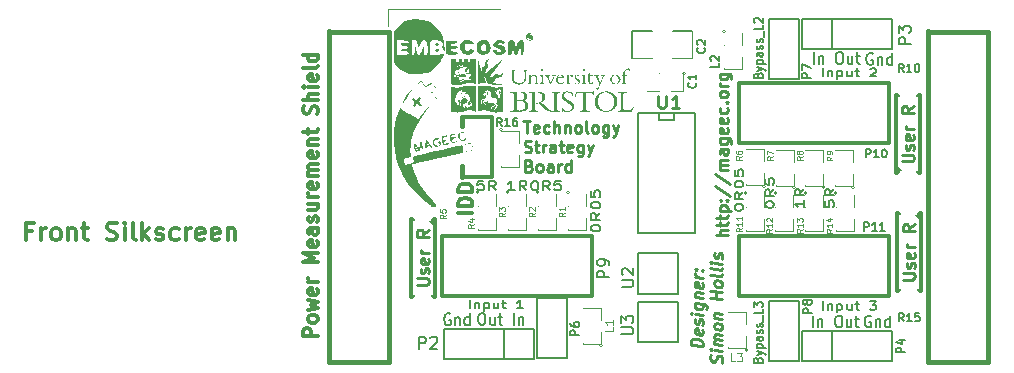
<source format=gto>
G04 (created by PCBNEW (2013-07-07 BZR 4022)-stable) date 18/12/2013 15:58:04*
%MOIN*%
G04 Gerber Fmt 3.4, Leading zero omitted, Abs format*
%FSLAX34Y34*%
G01*
G70*
G90*
G04 APERTURE LIST*
%ADD10C,0.00590551*%
%ADD11C,0.00984252*%
%ADD12C,0.00688976*%
%ADD13C,0.011811*%
%ADD14C,0.015748*%
%ADD15C,0.012*%
%ADD16C,0.0039*%
%ADD17C,0.005*%
%ADD18C,0.015*%
%ADD19C,0.008*%
%ADD20C,0.0001*%
%ADD21C,0.006*%
%ADD22C,0.00787402*%
%ADD23C,0.0043*%
%ADD24C,0.00492126*%
%ADD25R,0.0612992X0.0612992*%
%ADD26C,0.0612992*%
%ADD27R,0.0412992X0.0612992*%
%ADD28R,0.0662992X0.0862992*%
%ADD29R,0.0662992X0.0662992*%
%ADD30C,0.0662992*%
%ADD31R,0.0512992X0.0262992*%
%ADD32R,0.0612992X0.0412992*%
%ADD33C,0.0712992*%
%ADD34R,0.0515748X0.0311024*%
%ADD35R,0.0515748X0.023622*%
G04 APERTURE END LIST*
G54D10*
G54D11*
X51671Y-40158D02*
X51277Y-40158D01*
X51671Y-39990D02*
X51464Y-39990D01*
X51427Y-40008D01*
X51408Y-40046D01*
X51408Y-40102D01*
X51427Y-40140D01*
X51446Y-40158D01*
X51408Y-39858D02*
X51408Y-39708D01*
X51277Y-39802D02*
X51614Y-39802D01*
X51652Y-39783D01*
X51671Y-39746D01*
X51671Y-39708D01*
X51408Y-39633D02*
X51408Y-39483D01*
X51277Y-39577D02*
X51614Y-39577D01*
X51652Y-39558D01*
X51671Y-39521D01*
X51671Y-39483D01*
X51408Y-39352D02*
X51802Y-39352D01*
X51427Y-39352D02*
X51408Y-39315D01*
X51408Y-39240D01*
X51427Y-39202D01*
X51446Y-39183D01*
X51483Y-39165D01*
X51596Y-39165D01*
X51633Y-39183D01*
X51652Y-39202D01*
X51671Y-39240D01*
X51671Y-39315D01*
X51652Y-39352D01*
X51633Y-38996D02*
X51652Y-38977D01*
X51671Y-38996D01*
X51652Y-39015D01*
X51633Y-38996D01*
X51671Y-38996D01*
X51427Y-38996D02*
X51446Y-38977D01*
X51464Y-38996D01*
X51446Y-39015D01*
X51427Y-38996D01*
X51464Y-38996D01*
X51258Y-38527D02*
X51764Y-38865D01*
X51258Y-38115D02*
X51764Y-38452D01*
X51671Y-37984D02*
X51408Y-37984D01*
X51446Y-37984D02*
X51427Y-37965D01*
X51408Y-37927D01*
X51408Y-37871D01*
X51427Y-37834D01*
X51464Y-37815D01*
X51671Y-37815D01*
X51464Y-37815D02*
X51427Y-37796D01*
X51408Y-37759D01*
X51408Y-37702D01*
X51427Y-37665D01*
X51464Y-37646D01*
X51671Y-37646D01*
X51671Y-37290D02*
X51464Y-37290D01*
X51427Y-37309D01*
X51408Y-37346D01*
X51408Y-37421D01*
X51427Y-37459D01*
X51652Y-37290D02*
X51671Y-37327D01*
X51671Y-37421D01*
X51652Y-37459D01*
X51614Y-37477D01*
X51577Y-37477D01*
X51539Y-37459D01*
X51521Y-37421D01*
X51521Y-37327D01*
X51502Y-37290D01*
X51408Y-36934D02*
X51727Y-36934D01*
X51764Y-36952D01*
X51783Y-36971D01*
X51802Y-37009D01*
X51802Y-37065D01*
X51783Y-37102D01*
X51652Y-36934D02*
X51671Y-36971D01*
X51671Y-37046D01*
X51652Y-37084D01*
X51633Y-37102D01*
X51596Y-37121D01*
X51483Y-37121D01*
X51446Y-37102D01*
X51427Y-37084D01*
X51408Y-37046D01*
X51408Y-36971D01*
X51427Y-36934D01*
X51652Y-36596D02*
X51671Y-36634D01*
X51671Y-36709D01*
X51652Y-36746D01*
X51614Y-36765D01*
X51464Y-36765D01*
X51427Y-36746D01*
X51408Y-36709D01*
X51408Y-36634D01*
X51427Y-36596D01*
X51464Y-36577D01*
X51502Y-36577D01*
X51539Y-36765D01*
X51652Y-36259D02*
X51671Y-36296D01*
X51671Y-36371D01*
X51652Y-36409D01*
X51614Y-36428D01*
X51464Y-36428D01*
X51427Y-36409D01*
X51408Y-36371D01*
X51408Y-36296D01*
X51427Y-36259D01*
X51464Y-36240D01*
X51502Y-36240D01*
X51539Y-36428D01*
X51652Y-35903D02*
X51671Y-35940D01*
X51671Y-36015D01*
X51652Y-36053D01*
X51633Y-36071D01*
X51596Y-36090D01*
X51483Y-36090D01*
X51446Y-36071D01*
X51427Y-36053D01*
X51408Y-36015D01*
X51408Y-35940D01*
X51427Y-35903D01*
X51633Y-35734D02*
X51652Y-35715D01*
X51671Y-35734D01*
X51652Y-35753D01*
X51633Y-35734D01*
X51671Y-35734D01*
X51671Y-35490D02*
X51652Y-35528D01*
X51633Y-35546D01*
X51596Y-35565D01*
X51483Y-35565D01*
X51446Y-35546D01*
X51427Y-35528D01*
X51408Y-35490D01*
X51408Y-35434D01*
X51427Y-35396D01*
X51446Y-35378D01*
X51483Y-35359D01*
X51596Y-35359D01*
X51633Y-35378D01*
X51652Y-35396D01*
X51671Y-35434D01*
X51671Y-35490D01*
X51671Y-35190D02*
X51408Y-35190D01*
X51483Y-35190D02*
X51446Y-35171D01*
X51427Y-35153D01*
X51408Y-35115D01*
X51408Y-35078D01*
X51408Y-34778D02*
X51727Y-34778D01*
X51764Y-34796D01*
X51783Y-34815D01*
X51802Y-34853D01*
X51802Y-34909D01*
X51783Y-34946D01*
X51652Y-34778D02*
X51671Y-34815D01*
X51671Y-34890D01*
X51652Y-34928D01*
X51633Y-34946D01*
X51596Y-34965D01*
X51483Y-34965D01*
X51446Y-34946D01*
X51427Y-34928D01*
X51408Y-34890D01*
X51408Y-34815D01*
X51427Y-34778D01*
X44868Y-36356D02*
X45093Y-36356D01*
X44980Y-36749D02*
X44980Y-36356D01*
X45374Y-36731D02*
X45336Y-36749D01*
X45261Y-36749D01*
X45224Y-36731D01*
X45205Y-36693D01*
X45205Y-36543D01*
X45224Y-36506D01*
X45261Y-36487D01*
X45336Y-36487D01*
X45374Y-36506D01*
X45393Y-36543D01*
X45393Y-36581D01*
X45205Y-36618D01*
X45730Y-36731D02*
X45693Y-36749D01*
X45618Y-36749D01*
X45580Y-36731D01*
X45561Y-36712D01*
X45543Y-36674D01*
X45543Y-36562D01*
X45561Y-36524D01*
X45580Y-36506D01*
X45618Y-36487D01*
X45693Y-36487D01*
X45730Y-36506D01*
X45899Y-36749D02*
X45899Y-36356D01*
X46068Y-36749D02*
X46068Y-36543D01*
X46049Y-36506D01*
X46011Y-36487D01*
X45955Y-36487D01*
X45918Y-36506D01*
X45899Y-36524D01*
X46255Y-36487D02*
X46255Y-36749D01*
X46255Y-36524D02*
X46274Y-36506D01*
X46311Y-36487D01*
X46368Y-36487D01*
X46405Y-36506D01*
X46424Y-36543D01*
X46424Y-36749D01*
X46667Y-36749D02*
X46630Y-36731D01*
X46611Y-36712D01*
X46592Y-36674D01*
X46592Y-36562D01*
X46611Y-36524D01*
X46630Y-36506D01*
X46667Y-36487D01*
X46724Y-36487D01*
X46761Y-36506D01*
X46780Y-36524D01*
X46799Y-36562D01*
X46799Y-36674D01*
X46780Y-36712D01*
X46761Y-36731D01*
X46724Y-36749D01*
X46667Y-36749D01*
X47024Y-36749D02*
X46986Y-36731D01*
X46967Y-36693D01*
X46967Y-36356D01*
X47230Y-36749D02*
X47192Y-36731D01*
X47174Y-36712D01*
X47155Y-36674D01*
X47155Y-36562D01*
X47174Y-36524D01*
X47192Y-36506D01*
X47230Y-36487D01*
X47286Y-36487D01*
X47324Y-36506D01*
X47342Y-36524D01*
X47361Y-36562D01*
X47361Y-36674D01*
X47342Y-36712D01*
X47324Y-36731D01*
X47286Y-36749D01*
X47230Y-36749D01*
X47699Y-36487D02*
X47699Y-36806D01*
X47680Y-36843D01*
X47661Y-36862D01*
X47624Y-36881D01*
X47567Y-36881D01*
X47530Y-36862D01*
X47699Y-36731D02*
X47661Y-36749D01*
X47586Y-36749D01*
X47549Y-36731D01*
X47530Y-36712D01*
X47511Y-36674D01*
X47511Y-36562D01*
X47530Y-36524D01*
X47549Y-36506D01*
X47586Y-36487D01*
X47661Y-36487D01*
X47699Y-36506D01*
X47849Y-36487D02*
X47942Y-36749D01*
X48036Y-36487D02*
X47942Y-36749D01*
X47905Y-36843D01*
X47886Y-36862D01*
X47849Y-36881D01*
X44905Y-37380D02*
X44961Y-37399D01*
X45055Y-37399D01*
X45093Y-37380D01*
X45111Y-37362D01*
X45130Y-37324D01*
X45130Y-37287D01*
X45111Y-37249D01*
X45093Y-37230D01*
X45055Y-37212D01*
X44980Y-37193D01*
X44943Y-37174D01*
X44924Y-37155D01*
X44905Y-37118D01*
X44905Y-37080D01*
X44924Y-37043D01*
X44943Y-37024D01*
X44980Y-37005D01*
X45074Y-37005D01*
X45130Y-37024D01*
X45243Y-37137D02*
X45393Y-37137D01*
X45299Y-37005D02*
X45299Y-37343D01*
X45318Y-37380D01*
X45355Y-37399D01*
X45393Y-37399D01*
X45524Y-37399D02*
X45524Y-37137D01*
X45524Y-37212D02*
X45543Y-37174D01*
X45561Y-37155D01*
X45599Y-37137D01*
X45636Y-37137D01*
X45936Y-37399D02*
X45936Y-37193D01*
X45918Y-37155D01*
X45880Y-37137D01*
X45805Y-37137D01*
X45768Y-37155D01*
X45936Y-37380D02*
X45899Y-37399D01*
X45805Y-37399D01*
X45768Y-37380D01*
X45749Y-37343D01*
X45749Y-37305D01*
X45768Y-37268D01*
X45805Y-37249D01*
X45899Y-37249D01*
X45936Y-37230D01*
X46068Y-37137D02*
X46218Y-37137D01*
X46124Y-37005D02*
X46124Y-37343D01*
X46143Y-37380D01*
X46180Y-37399D01*
X46218Y-37399D01*
X46499Y-37380D02*
X46461Y-37399D01*
X46386Y-37399D01*
X46349Y-37380D01*
X46330Y-37343D01*
X46330Y-37193D01*
X46349Y-37155D01*
X46386Y-37137D01*
X46461Y-37137D01*
X46499Y-37155D01*
X46517Y-37193D01*
X46517Y-37230D01*
X46330Y-37268D01*
X46855Y-37137D02*
X46855Y-37455D01*
X46836Y-37493D01*
X46817Y-37511D01*
X46780Y-37530D01*
X46724Y-37530D01*
X46686Y-37511D01*
X46855Y-37380D02*
X46817Y-37399D01*
X46742Y-37399D01*
X46705Y-37380D01*
X46686Y-37362D01*
X46667Y-37324D01*
X46667Y-37212D01*
X46686Y-37174D01*
X46705Y-37155D01*
X46742Y-37137D01*
X46817Y-37137D01*
X46855Y-37155D01*
X47005Y-37137D02*
X47099Y-37399D01*
X47192Y-37137D02*
X47099Y-37399D01*
X47061Y-37493D01*
X47042Y-37511D01*
X47005Y-37530D01*
X45055Y-37842D02*
X45111Y-37861D01*
X45130Y-37880D01*
X45149Y-37917D01*
X45149Y-37974D01*
X45130Y-38011D01*
X45111Y-38030D01*
X45074Y-38049D01*
X44924Y-38049D01*
X44924Y-37655D01*
X45055Y-37655D01*
X45093Y-37674D01*
X45111Y-37692D01*
X45130Y-37730D01*
X45130Y-37767D01*
X45111Y-37805D01*
X45093Y-37824D01*
X45055Y-37842D01*
X44924Y-37842D01*
X45374Y-38049D02*
X45336Y-38030D01*
X45318Y-38011D01*
X45299Y-37974D01*
X45299Y-37861D01*
X45318Y-37824D01*
X45336Y-37805D01*
X45374Y-37786D01*
X45430Y-37786D01*
X45468Y-37805D01*
X45486Y-37824D01*
X45505Y-37861D01*
X45505Y-37974D01*
X45486Y-38011D01*
X45468Y-38030D01*
X45430Y-38049D01*
X45374Y-38049D01*
X45843Y-38049D02*
X45843Y-37842D01*
X45824Y-37805D01*
X45786Y-37786D01*
X45711Y-37786D01*
X45674Y-37805D01*
X45843Y-38030D02*
X45805Y-38049D01*
X45711Y-38049D01*
X45674Y-38030D01*
X45655Y-37992D01*
X45655Y-37955D01*
X45674Y-37917D01*
X45711Y-37899D01*
X45805Y-37899D01*
X45843Y-37880D01*
X46030Y-38049D02*
X46030Y-37786D01*
X46030Y-37861D02*
X46049Y-37824D01*
X46068Y-37805D01*
X46105Y-37786D01*
X46143Y-37786D01*
X46443Y-38049D02*
X46443Y-37655D01*
X46443Y-38030D02*
X46405Y-38049D01*
X46330Y-38049D01*
X46293Y-38030D01*
X46274Y-38011D01*
X46255Y-37974D01*
X46255Y-37861D01*
X46274Y-37824D01*
X46293Y-37805D01*
X46330Y-37786D01*
X46405Y-37786D01*
X46443Y-37805D01*
G54D12*
X54842Y-42641D02*
X54842Y-42365D01*
X55011Y-42457D02*
X55011Y-42641D01*
X55011Y-42483D02*
X55028Y-42470D01*
X55061Y-42457D01*
X55112Y-42457D01*
X55146Y-42470D01*
X55163Y-42496D01*
X55163Y-42641D01*
X55331Y-42457D02*
X55331Y-42732D01*
X55331Y-42470D02*
X55365Y-42457D01*
X55433Y-42457D01*
X55466Y-42470D01*
X55483Y-42483D01*
X55500Y-42509D01*
X55500Y-42588D01*
X55483Y-42614D01*
X55466Y-42627D01*
X55433Y-42641D01*
X55365Y-42641D01*
X55331Y-42627D01*
X55804Y-42457D02*
X55804Y-42641D01*
X55652Y-42457D02*
X55652Y-42601D01*
X55669Y-42627D01*
X55703Y-42641D01*
X55753Y-42641D01*
X55787Y-42627D01*
X55804Y-42614D01*
X55922Y-42457D02*
X56057Y-42457D01*
X55973Y-42365D02*
X55973Y-42601D01*
X55989Y-42627D01*
X56023Y-42641D01*
X56057Y-42641D01*
X56411Y-42365D02*
X56631Y-42365D01*
X56512Y-42470D01*
X56563Y-42470D01*
X56597Y-42483D01*
X56614Y-42496D01*
X56631Y-42522D01*
X56631Y-42588D01*
X56614Y-42614D01*
X56597Y-42627D01*
X56563Y-42641D01*
X56462Y-42641D01*
X56428Y-42627D01*
X56411Y-42614D01*
X54842Y-34865D02*
X54842Y-34589D01*
X55011Y-34681D02*
X55011Y-34865D01*
X55011Y-34708D02*
X55028Y-34694D01*
X55061Y-34681D01*
X55112Y-34681D01*
X55146Y-34694D01*
X55163Y-34721D01*
X55163Y-34865D01*
X55331Y-34681D02*
X55331Y-34957D01*
X55331Y-34694D02*
X55365Y-34681D01*
X55433Y-34681D01*
X55466Y-34694D01*
X55483Y-34708D01*
X55500Y-34734D01*
X55500Y-34812D01*
X55483Y-34839D01*
X55466Y-34852D01*
X55433Y-34865D01*
X55365Y-34865D01*
X55331Y-34852D01*
X55804Y-34681D02*
X55804Y-34865D01*
X55652Y-34681D02*
X55652Y-34826D01*
X55669Y-34852D01*
X55703Y-34865D01*
X55753Y-34865D01*
X55787Y-34852D01*
X55804Y-34839D01*
X55922Y-34681D02*
X56057Y-34681D01*
X55973Y-34589D02*
X55973Y-34826D01*
X55989Y-34852D01*
X56023Y-34865D01*
X56057Y-34865D01*
X56428Y-34616D02*
X56445Y-34603D01*
X56479Y-34589D01*
X56563Y-34589D01*
X56597Y-34603D01*
X56614Y-34616D01*
X56631Y-34642D01*
X56631Y-34668D01*
X56614Y-34708D01*
X56411Y-34865D01*
X56631Y-34865D01*
X43070Y-42601D02*
X43070Y-42326D01*
X43239Y-42417D02*
X43239Y-42601D01*
X43239Y-42444D02*
X43256Y-42431D01*
X43290Y-42417D01*
X43340Y-42417D01*
X43374Y-42431D01*
X43391Y-42457D01*
X43391Y-42601D01*
X43560Y-42417D02*
X43560Y-42693D01*
X43560Y-42431D02*
X43593Y-42417D01*
X43661Y-42417D01*
X43695Y-42431D01*
X43712Y-42444D01*
X43728Y-42470D01*
X43728Y-42549D01*
X43712Y-42575D01*
X43695Y-42588D01*
X43661Y-42601D01*
X43593Y-42601D01*
X43560Y-42588D01*
X44032Y-42417D02*
X44032Y-42601D01*
X43880Y-42417D02*
X43880Y-42562D01*
X43897Y-42588D01*
X43931Y-42601D01*
X43982Y-42601D01*
X44015Y-42588D01*
X44032Y-42575D01*
X44150Y-42417D02*
X44285Y-42417D01*
X44201Y-42326D02*
X44201Y-42562D01*
X44218Y-42588D01*
X44251Y-42601D01*
X44285Y-42601D01*
X44859Y-42601D02*
X44656Y-42601D01*
X44758Y-42601D02*
X44758Y-42326D01*
X44724Y-42365D01*
X44690Y-42391D01*
X44656Y-42404D01*
G54D13*
X38006Y-43519D02*
X37533Y-43519D01*
X37533Y-43339D01*
X37556Y-43294D01*
X37578Y-43271D01*
X37623Y-43249D01*
X37691Y-43249D01*
X37736Y-43271D01*
X37758Y-43294D01*
X37781Y-43339D01*
X37781Y-43519D01*
X38006Y-42979D02*
X37983Y-43024D01*
X37961Y-43046D01*
X37916Y-43069D01*
X37781Y-43069D01*
X37736Y-43046D01*
X37713Y-43024D01*
X37691Y-42979D01*
X37691Y-42911D01*
X37713Y-42866D01*
X37736Y-42844D01*
X37781Y-42821D01*
X37916Y-42821D01*
X37961Y-42844D01*
X37983Y-42866D01*
X38006Y-42911D01*
X38006Y-42979D01*
X37691Y-42664D02*
X38006Y-42574D01*
X37781Y-42484D01*
X38006Y-42394D01*
X37691Y-42304D01*
X37983Y-41944D02*
X38006Y-41989D01*
X38006Y-42079D01*
X37983Y-42124D01*
X37938Y-42147D01*
X37758Y-42147D01*
X37713Y-42124D01*
X37691Y-42079D01*
X37691Y-41989D01*
X37713Y-41944D01*
X37758Y-41922D01*
X37803Y-41922D01*
X37848Y-42147D01*
X38006Y-41719D02*
X37691Y-41719D01*
X37781Y-41719D02*
X37736Y-41697D01*
X37713Y-41674D01*
X37691Y-41629D01*
X37691Y-41584D01*
X38006Y-41067D02*
X37533Y-41067D01*
X37871Y-40909D01*
X37533Y-40752D01*
X38006Y-40752D01*
X37983Y-40347D02*
X38006Y-40392D01*
X38006Y-40482D01*
X37983Y-40527D01*
X37938Y-40549D01*
X37758Y-40549D01*
X37713Y-40527D01*
X37691Y-40482D01*
X37691Y-40392D01*
X37713Y-40347D01*
X37758Y-40324D01*
X37803Y-40324D01*
X37848Y-40549D01*
X38006Y-39919D02*
X37758Y-39919D01*
X37713Y-39942D01*
X37691Y-39987D01*
X37691Y-40077D01*
X37713Y-40122D01*
X37983Y-39919D02*
X38006Y-39964D01*
X38006Y-40077D01*
X37983Y-40122D01*
X37938Y-40144D01*
X37893Y-40144D01*
X37848Y-40122D01*
X37826Y-40077D01*
X37826Y-39964D01*
X37803Y-39919D01*
X37983Y-39717D02*
X38006Y-39672D01*
X38006Y-39582D01*
X37983Y-39537D01*
X37938Y-39514D01*
X37916Y-39514D01*
X37871Y-39537D01*
X37848Y-39582D01*
X37848Y-39649D01*
X37826Y-39694D01*
X37781Y-39717D01*
X37758Y-39717D01*
X37713Y-39694D01*
X37691Y-39649D01*
X37691Y-39582D01*
X37713Y-39537D01*
X37691Y-39109D02*
X38006Y-39109D01*
X37691Y-39312D02*
X37938Y-39312D01*
X37983Y-39289D01*
X38006Y-39244D01*
X38006Y-39177D01*
X37983Y-39132D01*
X37961Y-39109D01*
X38006Y-38884D02*
X37691Y-38884D01*
X37781Y-38884D02*
X37736Y-38862D01*
X37713Y-38839D01*
X37691Y-38794D01*
X37691Y-38749D01*
X37983Y-38412D02*
X38006Y-38457D01*
X38006Y-38547D01*
X37983Y-38592D01*
X37938Y-38615D01*
X37758Y-38615D01*
X37713Y-38592D01*
X37691Y-38547D01*
X37691Y-38457D01*
X37713Y-38412D01*
X37758Y-38390D01*
X37803Y-38390D01*
X37848Y-38615D01*
X38006Y-38187D02*
X37691Y-38187D01*
X37736Y-38187D02*
X37713Y-38165D01*
X37691Y-38120D01*
X37691Y-38052D01*
X37713Y-38007D01*
X37758Y-37985D01*
X38006Y-37985D01*
X37758Y-37985D02*
X37713Y-37962D01*
X37691Y-37917D01*
X37691Y-37850D01*
X37713Y-37805D01*
X37758Y-37782D01*
X38006Y-37782D01*
X37983Y-37377D02*
X38006Y-37422D01*
X38006Y-37512D01*
X37983Y-37557D01*
X37938Y-37580D01*
X37758Y-37580D01*
X37713Y-37557D01*
X37691Y-37512D01*
X37691Y-37422D01*
X37713Y-37377D01*
X37758Y-37355D01*
X37803Y-37355D01*
X37848Y-37580D01*
X37691Y-37152D02*
X38006Y-37152D01*
X37736Y-37152D02*
X37713Y-37130D01*
X37691Y-37085D01*
X37691Y-37017D01*
X37713Y-36972D01*
X37758Y-36950D01*
X38006Y-36950D01*
X37691Y-36792D02*
X37691Y-36612D01*
X37533Y-36725D02*
X37938Y-36725D01*
X37983Y-36702D01*
X38006Y-36657D01*
X38006Y-36612D01*
X37983Y-36117D02*
X38006Y-36050D01*
X38006Y-35937D01*
X37983Y-35892D01*
X37961Y-35870D01*
X37916Y-35847D01*
X37871Y-35847D01*
X37826Y-35870D01*
X37803Y-35892D01*
X37781Y-35937D01*
X37758Y-36027D01*
X37736Y-36072D01*
X37713Y-36095D01*
X37668Y-36117D01*
X37623Y-36117D01*
X37578Y-36095D01*
X37556Y-36072D01*
X37533Y-36027D01*
X37533Y-35915D01*
X37556Y-35847D01*
X38006Y-35645D02*
X37533Y-35645D01*
X38006Y-35442D02*
X37758Y-35442D01*
X37713Y-35465D01*
X37691Y-35510D01*
X37691Y-35577D01*
X37713Y-35622D01*
X37736Y-35645D01*
X38006Y-35217D02*
X37691Y-35217D01*
X37533Y-35217D02*
X37556Y-35240D01*
X37578Y-35217D01*
X37556Y-35195D01*
X37533Y-35217D01*
X37578Y-35217D01*
X37983Y-34812D02*
X38006Y-34857D01*
X38006Y-34947D01*
X37983Y-34992D01*
X37938Y-35015D01*
X37758Y-35015D01*
X37713Y-34992D01*
X37691Y-34947D01*
X37691Y-34857D01*
X37713Y-34812D01*
X37758Y-34790D01*
X37803Y-34790D01*
X37848Y-35015D01*
X38006Y-34520D02*
X37983Y-34565D01*
X37938Y-34588D01*
X37533Y-34588D01*
X38006Y-34138D02*
X37533Y-34138D01*
X37983Y-34138D02*
X38006Y-34183D01*
X38006Y-34273D01*
X37983Y-34318D01*
X37961Y-34340D01*
X37916Y-34363D01*
X37781Y-34363D01*
X37736Y-34340D01*
X37713Y-34318D01*
X37691Y-34273D01*
X37691Y-34183D01*
X37713Y-34138D01*
G54D12*
X56504Y-34105D02*
X56470Y-34086D01*
X56420Y-34086D01*
X56369Y-34105D01*
X56335Y-34142D01*
X56318Y-34180D01*
X56302Y-34255D01*
X56302Y-34311D01*
X56318Y-34386D01*
X56335Y-34423D01*
X56369Y-34461D01*
X56420Y-34480D01*
X56453Y-34480D01*
X56504Y-34461D01*
X56521Y-34442D01*
X56521Y-34311D01*
X56453Y-34311D01*
X56673Y-34217D02*
X56673Y-34480D01*
X56673Y-34255D02*
X56690Y-34236D01*
X56723Y-34217D01*
X56774Y-34217D01*
X56808Y-34236D01*
X56825Y-34273D01*
X56825Y-34480D01*
X57145Y-34480D02*
X57145Y-34086D01*
X57145Y-34461D02*
X57111Y-34480D01*
X57044Y-34480D01*
X57010Y-34461D01*
X56993Y-34442D01*
X56976Y-34405D01*
X56976Y-34292D01*
X56993Y-34255D01*
X57010Y-34236D01*
X57044Y-34217D01*
X57111Y-34217D01*
X57145Y-34236D01*
X54543Y-34450D02*
X54543Y-34056D01*
X54711Y-34188D02*
X54711Y-34450D01*
X54711Y-34225D02*
X54728Y-34206D01*
X54762Y-34188D01*
X54812Y-34188D01*
X54846Y-34206D01*
X54863Y-34244D01*
X54863Y-34450D01*
X55369Y-34056D02*
X55437Y-34056D01*
X55471Y-34075D01*
X55504Y-34113D01*
X55521Y-34188D01*
X55521Y-34319D01*
X55504Y-34394D01*
X55471Y-34431D01*
X55437Y-34450D01*
X55369Y-34450D01*
X55336Y-34431D01*
X55302Y-34394D01*
X55285Y-34319D01*
X55285Y-34188D01*
X55302Y-34113D01*
X55336Y-34075D01*
X55369Y-34056D01*
X55825Y-34188D02*
X55825Y-34450D01*
X55673Y-34188D02*
X55673Y-34394D01*
X55690Y-34431D01*
X55724Y-34450D01*
X55774Y-34450D01*
X55808Y-34431D01*
X55825Y-34413D01*
X55943Y-34188D02*
X56078Y-34188D01*
X55994Y-34056D02*
X55994Y-34394D01*
X56010Y-34431D01*
X56044Y-34450D01*
X56078Y-34450D01*
X56445Y-42855D02*
X56411Y-42836D01*
X56361Y-42836D01*
X56310Y-42855D01*
X56276Y-42892D01*
X56259Y-42930D01*
X56242Y-43005D01*
X56242Y-43061D01*
X56259Y-43136D01*
X56276Y-43173D01*
X56310Y-43211D01*
X56361Y-43230D01*
X56394Y-43230D01*
X56445Y-43211D01*
X56462Y-43192D01*
X56462Y-43061D01*
X56394Y-43061D01*
X56614Y-42967D02*
X56614Y-43230D01*
X56614Y-43005D02*
X56631Y-42986D01*
X56664Y-42967D01*
X56715Y-42967D01*
X56749Y-42986D01*
X56766Y-43023D01*
X56766Y-43230D01*
X57086Y-43230D02*
X57086Y-42836D01*
X57086Y-43211D02*
X57052Y-43230D01*
X56985Y-43230D01*
X56951Y-43211D01*
X56934Y-43192D01*
X56917Y-43155D01*
X56917Y-43042D01*
X56934Y-43005D01*
X56951Y-42986D01*
X56985Y-42967D01*
X57052Y-42967D01*
X57086Y-42986D01*
X54513Y-43230D02*
X54513Y-42836D01*
X54682Y-42967D02*
X54682Y-43230D01*
X54682Y-43005D02*
X54699Y-42986D01*
X54732Y-42967D01*
X54783Y-42967D01*
X54817Y-42986D01*
X54834Y-43023D01*
X54834Y-43230D01*
X55340Y-42836D02*
X55407Y-42836D01*
X55441Y-42855D01*
X55475Y-42892D01*
X55492Y-42967D01*
X55492Y-43098D01*
X55475Y-43173D01*
X55441Y-43211D01*
X55407Y-43230D01*
X55340Y-43230D01*
X55306Y-43211D01*
X55272Y-43173D01*
X55255Y-43098D01*
X55255Y-42967D01*
X55272Y-42892D01*
X55306Y-42855D01*
X55340Y-42836D01*
X55795Y-42967D02*
X55795Y-43230D01*
X55643Y-42967D02*
X55643Y-43173D01*
X55660Y-43211D01*
X55694Y-43230D01*
X55745Y-43230D01*
X55778Y-43211D01*
X55795Y-43192D01*
X55913Y-42967D02*
X56048Y-42967D01*
X55964Y-42836D02*
X55964Y-43173D01*
X55981Y-43211D01*
X56015Y-43230D01*
X56048Y-43230D01*
X42429Y-42786D02*
X42395Y-42767D01*
X42345Y-42767D01*
X42294Y-42786D01*
X42260Y-42823D01*
X42244Y-42861D01*
X42227Y-42936D01*
X42227Y-42992D01*
X42244Y-43067D01*
X42260Y-43105D01*
X42294Y-43142D01*
X42345Y-43161D01*
X42379Y-43161D01*
X42429Y-43142D01*
X42446Y-43123D01*
X42446Y-42992D01*
X42379Y-42992D01*
X42598Y-42898D02*
X42598Y-43161D01*
X42598Y-42936D02*
X42615Y-42917D01*
X42649Y-42898D01*
X42699Y-42898D01*
X42733Y-42917D01*
X42750Y-42955D01*
X42750Y-43161D01*
X43070Y-43161D02*
X43070Y-42767D01*
X43070Y-43142D02*
X43037Y-43161D01*
X42969Y-43161D01*
X42935Y-43142D01*
X42919Y-43123D01*
X42902Y-43086D01*
X42902Y-42973D01*
X42919Y-42936D01*
X42935Y-42917D01*
X42969Y-42898D01*
X43037Y-42898D01*
X43070Y-42917D01*
X43449Y-42757D02*
X43516Y-42757D01*
X43550Y-42776D01*
X43584Y-42814D01*
X43600Y-42889D01*
X43600Y-43020D01*
X43584Y-43095D01*
X43550Y-43132D01*
X43516Y-43151D01*
X43449Y-43151D01*
X43415Y-43132D01*
X43381Y-43095D01*
X43364Y-43020D01*
X43364Y-42889D01*
X43381Y-42814D01*
X43415Y-42776D01*
X43449Y-42757D01*
X43904Y-42889D02*
X43904Y-43151D01*
X43752Y-42889D02*
X43752Y-43095D01*
X43769Y-43132D01*
X43803Y-43151D01*
X43854Y-43151D01*
X43887Y-43132D01*
X43904Y-43113D01*
X44022Y-42889D02*
X44157Y-42889D01*
X44073Y-42757D02*
X44073Y-43095D01*
X44090Y-43132D01*
X44124Y-43151D01*
X44157Y-43151D01*
X44545Y-43151D02*
X44545Y-42757D01*
X44714Y-42889D02*
X44714Y-43151D01*
X44714Y-42926D02*
X44731Y-42907D01*
X44765Y-42889D01*
X44815Y-42889D01*
X44849Y-42907D01*
X44866Y-42945D01*
X44866Y-43151D01*
G54D11*
X57482Y-37700D02*
X57800Y-37700D01*
X57838Y-37681D01*
X57857Y-37663D01*
X57875Y-37625D01*
X57875Y-37550D01*
X57857Y-37513D01*
X57838Y-37494D01*
X57800Y-37475D01*
X57482Y-37475D01*
X57857Y-37306D02*
X57875Y-37269D01*
X57875Y-37194D01*
X57857Y-37156D01*
X57819Y-37138D01*
X57800Y-37138D01*
X57763Y-37156D01*
X57744Y-37194D01*
X57744Y-37250D01*
X57725Y-37288D01*
X57688Y-37306D01*
X57669Y-37306D01*
X57632Y-37288D01*
X57613Y-37250D01*
X57613Y-37194D01*
X57632Y-37156D01*
X57857Y-36819D02*
X57875Y-36856D01*
X57875Y-36931D01*
X57857Y-36969D01*
X57819Y-36988D01*
X57669Y-36988D01*
X57632Y-36969D01*
X57613Y-36931D01*
X57613Y-36856D01*
X57632Y-36819D01*
X57669Y-36800D01*
X57707Y-36800D01*
X57744Y-36988D01*
X57875Y-36631D02*
X57613Y-36631D01*
X57688Y-36631D02*
X57650Y-36613D01*
X57632Y-36594D01*
X57613Y-36556D01*
X57613Y-36519D01*
X57875Y-35863D02*
X57688Y-35994D01*
X57875Y-36088D02*
X57482Y-36088D01*
X57482Y-35938D01*
X57500Y-35900D01*
X57519Y-35882D01*
X57557Y-35863D01*
X57613Y-35863D01*
X57650Y-35882D01*
X57669Y-35900D01*
X57688Y-35938D01*
X57688Y-36088D01*
X57511Y-41637D02*
X57830Y-41637D01*
X57867Y-41618D01*
X57886Y-41600D01*
X57905Y-41562D01*
X57905Y-41487D01*
X57886Y-41450D01*
X57867Y-41431D01*
X57830Y-41412D01*
X57511Y-41412D01*
X57886Y-41243D02*
X57905Y-41206D01*
X57905Y-41131D01*
X57886Y-41093D01*
X57849Y-41075D01*
X57830Y-41075D01*
X57792Y-41093D01*
X57774Y-41131D01*
X57774Y-41187D01*
X57755Y-41225D01*
X57717Y-41243D01*
X57699Y-41243D01*
X57661Y-41225D01*
X57642Y-41187D01*
X57642Y-41131D01*
X57661Y-41093D01*
X57886Y-40756D02*
X57905Y-40793D01*
X57905Y-40868D01*
X57886Y-40906D01*
X57849Y-40925D01*
X57699Y-40925D01*
X57661Y-40906D01*
X57642Y-40868D01*
X57642Y-40793D01*
X57661Y-40756D01*
X57699Y-40737D01*
X57736Y-40737D01*
X57774Y-40925D01*
X57905Y-40568D02*
X57642Y-40568D01*
X57717Y-40568D02*
X57680Y-40550D01*
X57661Y-40531D01*
X57642Y-40494D01*
X57642Y-40456D01*
X57905Y-39800D02*
X57717Y-39931D01*
X57905Y-40025D02*
X57511Y-40025D01*
X57511Y-39875D01*
X57530Y-39837D01*
X57549Y-39819D01*
X57586Y-39800D01*
X57642Y-39800D01*
X57680Y-39819D01*
X57699Y-39837D01*
X57717Y-39875D01*
X57717Y-40025D01*
X41316Y-41818D02*
X41635Y-41818D01*
X41673Y-41799D01*
X41691Y-41781D01*
X41710Y-41743D01*
X41710Y-41668D01*
X41691Y-41631D01*
X41673Y-41612D01*
X41635Y-41593D01*
X41316Y-41593D01*
X41691Y-41425D02*
X41710Y-41387D01*
X41710Y-41312D01*
X41691Y-41275D01*
X41654Y-41256D01*
X41635Y-41256D01*
X41598Y-41275D01*
X41579Y-41312D01*
X41579Y-41368D01*
X41560Y-41406D01*
X41523Y-41425D01*
X41504Y-41425D01*
X41466Y-41406D01*
X41448Y-41368D01*
X41448Y-41312D01*
X41466Y-41275D01*
X41691Y-40937D02*
X41710Y-40975D01*
X41710Y-41050D01*
X41691Y-41087D01*
X41654Y-41106D01*
X41504Y-41106D01*
X41466Y-41087D01*
X41448Y-41050D01*
X41448Y-40975D01*
X41466Y-40937D01*
X41504Y-40918D01*
X41541Y-40918D01*
X41579Y-41106D01*
X41710Y-40750D02*
X41448Y-40750D01*
X41523Y-40750D02*
X41485Y-40731D01*
X41466Y-40712D01*
X41448Y-40675D01*
X41448Y-40637D01*
X41710Y-39981D02*
X41523Y-40112D01*
X41710Y-40206D02*
X41316Y-40206D01*
X41316Y-40056D01*
X41335Y-40018D01*
X41354Y-40000D01*
X41391Y-39981D01*
X41448Y-39981D01*
X41485Y-40000D01*
X41504Y-40018D01*
X41523Y-40056D01*
X41523Y-40206D01*
G54D13*
X28481Y-40018D02*
X28284Y-40018D01*
X28284Y-40327D02*
X28284Y-39737D01*
X28565Y-39737D01*
X28790Y-40327D02*
X28790Y-39933D01*
X28790Y-40046D02*
X28818Y-39990D01*
X28847Y-39962D01*
X28903Y-39933D01*
X28959Y-39933D01*
X29240Y-40327D02*
X29184Y-40299D01*
X29156Y-40271D01*
X29128Y-40215D01*
X29128Y-40046D01*
X29156Y-39990D01*
X29184Y-39962D01*
X29240Y-39933D01*
X29325Y-39933D01*
X29381Y-39962D01*
X29409Y-39990D01*
X29437Y-40046D01*
X29437Y-40215D01*
X29409Y-40271D01*
X29381Y-40299D01*
X29325Y-40327D01*
X29240Y-40327D01*
X29690Y-39933D02*
X29690Y-40327D01*
X29690Y-39990D02*
X29718Y-39962D01*
X29775Y-39933D01*
X29859Y-39933D01*
X29915Y-39962D01*
X29943Y-40018D01*
X29943Y-40327D01*
X30140Y-39933D02*
X30365Y-39933D01*
X30224Y-39737D02*
X30224Y-40243D01*
X30253Y-40299D01*
X30309Y-40327D01*
X30365Y-40327D01*
X30984Y-40299D02*
X31068Y-40327D01*
X31209Y-40327D01*
X31265Y-40299D01*
X31293Y-40271D01*
X31321Y-40215D01*
X31321Y-40158D01*
X31293Y-40102D01*
X31265Y-40074D01*
X31209Y-40046D01*
X31096Y-40018D01*
X31040Y-39990D01*
X31012Y-39962D01*
X30984Y-39905D01*
X30984Y-39849D01*
X31012Y-39793D01*
X31040Y-39765D01*
X31096Y-39737D01*
X31237Y-39737D01*
X31321Y-39765D01*
X31574Y-40327D02*
X31574Y-39933D01*
X31574Y-39737D02*
X31546Y-39765D01*
X31574Y-39793D01*
X31602Y-39765D01*
X31574Y-39737D01*
X31574Y-39793D01*
X31940Y-40327D02*
X31884Y-40299D01*
X31856Y-40243D01*
X31856Y-39737D01*
X32165Y-40327D02*
X32165Y-39737D01*
X32221Y-40102D02*
X32390Y-40327D01*
X32390Y-39933D02*
X32165Y-40158D01*
X32615Y-40299D02*
X32671Y-40327D01*
X32784Y-40327D01*
X32840Y-40299D01*
X32868Y-40243D01*
X32868Y-40215D01*
X32840Y-40158D01*
X32784Y-40130D01*
X32699Y-40130D01*
X32643Y-40102D01*
X32615Y-40046D01*
X32615Y-40018D01*
X32643Y-39962D01*
X32699Y-39933D01*
X32784Y-39933D01*
X32840Y-39962D01*
X33374Y-40299D02*
X33318Y-40327D01*
X33205Y-40327D01*
X33149Y-40299D01*
X33121Y-40271D01*
X33093Y-40215D01*
X33093Y-40046D01*
X33121Y-39990D01*
X33149Y-39962D01*
X33205Y-39933D01*
X33318Y-39933D01*
X33374Y-39962D01*
X33627Y-40327D02*
X33627Y-39933D01*
X33627Y-40046D02*
X33655Y-39990D01*
X33683Y-39962D01*
X33740Y-39933D01*
X33796Y-39933D01*
X34218Y-40299D02*
X34161Y-40327D01*
X34049Y-40327D01*
X33993Y-40299D01*
X33965Y-40243D01*
X33965Y-40018D01*
X33993Y-39962D01*
X34049Y-39933D01*
X34161Y-39933D01*
X34218Y-39962D01*
X34246Y-40018D01*
X34246Y-40074D01*
X33965Y-40130D01*
X34724Y-40299D02*
X34668Y-40327D01*
X34555Y-40327D01*
X34499Y-40299D01*
X34471Y-40243D01*
X34471Y-40018D01*
X34499Y-39962D01*
X34555Y-39933D01*
X34668Y-39933D01*
X34724Y-39962D01*
X34752Y-40018D01*
X34752Y-40074D01*
X34471Y-40130D01*
X35005Y-39933D02*
X35005Y-40327D01*
X35005Y-39990D02*
X35033Y-39962D01*
X35089Y-39933D01*
X35174Y-39933D01*
X35230Y-39962D01*
X35258Y-40018D01*
X35258Y-40327D01*
G54D11*
X50844Y-43856D02*
X50450Y-43807D01*
X50450Y-43713D01*
X50469Y-43659D01*
X50506Y-43626D01*
X50544Y-43612D01*
X50619Y-43603D01*
X50675Y-43610D01*
X50750Y-43638D01*
X50788Y-43661D01*
X50825Y-43703D01*
X50844Y-43762D01*
X50844Y-43856D01*
X50825Y-43310D02*
X50844Y-43350D01*
X50844Y-43425D01*
X50825Y-43460D01*
X50788Y-43474D01*
X50638Y-43455D01*
X50600Y-43432D01*
X50581Y-43392D01*
X50581Y-43317D01*
X50600Y-43282D01*
X50638Y-43268D01*
X50675Y-43272D01*
X50713Y-43464D01*
X50825Y-43141D02*
X50844Y-43106D01*
X50844Y-43031D01*
X50825Y-42991D01*
X50788Y-42968D01*
X50769Y-42965D01*
X50731Y-42979D01*
X50713Y-43014D01*
X50713Y-43071D01*
X50694Y-43106D01*
X50656Y-43120D01*
X50638Y-43118D01*
X50600Y-43094D01*
X50581Y-43054D01*
X50581Y-42998D01*
X50600Y-42963D01*
X50844Y-42806D02*
X50581Y-42773D01*
X50450Y-42757D02*
X50469Y-42778D01*
X50488Y-42761D01*
X50469Y-42740D01*
X50450Y-42757D01*
X50488Y-42761D01*
X50581Y-42417D02*
X50900Y-42457D01*
X50938Y-42480D01*
X50956Y-42501D01*
X50975Y-42541D01*
X50975Y-42597D01*
X50956Y-42632D01*
X50825Y-42447D02*
X50844Y-42487D01*
X50844Y-42562D01*
X50825Y-42597D01*
X50806Y-42614D01*
X50769Y-42628D01*
X50656Y-42614D01*
X50619Y-42590D01*
X50600Y-42569D01*
X50581Y-42529D01*
X50581Y-42454D01*
X50600Y-42419D01*
X50581Y-42229D02*
X50844Y-42262D01*
X50619Y-42234D02*
X50600Y-42213D01*
X50581Y-42173D01*
X50581Y-42117D01*
X50600Y-42082D01*
X50638Y-42068D01*
X50844Y-42093D01*
X50825Y-41754D02*
X50844Y-41794D01*
X50844Y-41869D01*
X50825Y-41904D01*
X50788Y-41918D01*
X50638Y-41899D01*
X50600Y-41876D01*
X50581Y-41836D01*
X50581Y-41761D01*
X50600Y-41726D01*
X50638Y-41711D01*
X50675Y-41716D01*
X50713Y-41908D01*
X50844Y-41569D02*
X50581Y-41536D01*
X50656Y-41545D02*
X50619Y-41522D01*
X50600Y-41501D01*
X50581Y-41461D01*
X50581Y-41423D01*
X50806Y-41320D02*
X50825Y-41304D01*
X50844Y-41325D01*
X50825Y-41341D01*
X50806Y-41320D01*
X50844Y-41325D01*
X50600Y-41294D02*
X50619Y-41278D01*
X50638Y-41299D01*
X50619Y-41315D01*
X50600Y-41294D01*
X50638Y-41299D01*
X51475Y-44406D02*
X51494Y-44353D01*
X51494Y-44259D01*
X51475Y-44219D01*
X51456Y-44198D01*
X51419Y-44174D01*
X51381Y-44170D01*
X51344Y-44184D01*
X51325Y-44200D01*
X51306Y-44235D01*
X51287Y-44308D01*
X51269Y-44343D01*
X51250Y-44360D01*
X51212Y-44374D01*
X51175Y-44369D01*
X51137Y-44346D01*
X51119Y-44324D01*
X51100Y-44285D01*
X51100Y-44191D01*
X51119Y-44137D01*
X51494Y-44015D02*
X51231Y-43982D01*
X51100Y-43966D02*
X51119Y-43987D01*
X51137Y-43971D01*
X51119Y-43949D01*
X51100Y-43966D01*
X51137Y-43971D01*
X51494Y-43828D02*
X51231Y-43795D01*
X51269Y-43800D02*
X51250Y-43778D01*
X51231Y-43739D01*
X51231Y-43682D01*
X51250Y-43647D01*
X51287Y-43633D01*
X51494Y-43659D01*
X51287Y-43633D02*
X51250Y-43610D01*
X51231Y-43570D01*
X51231Y-43514D01*
X51250Y-43478D01*
X51287Y-43464D01*
X51494Y-43490D01*
X51494Y-43246D02*
X51475Y-43282D01*
X51456Y-43298D01*
X51419Y-43312D01*
X51306Y-43298D01*
X51269Y-43275D01*
X51250Y-43253D01*
X51231Y-43214D01*
X51231Y-43157D01*
X51250Y-43122D01*
X51269Y-43106D01*
X51306Y-43092D01*
X51419Y-43106D01*
X51456Y-43129D01*
X51475Y-43150D01*
X51494Y-43190D01*
X51494Y-43246D01*
X51231Y-42914D02*
X51494Y-42946D01*
X51269Y-42918D02*
X51250Y-42897D01*
X51231Y-42857D01*
X51231Y-42801D01*
X51250Y-42766D01*
X51287Y-42752D01*
X51494Y-42778D01*
X51494Y-42290D02*
X51100Y-42241D01*
X51287Y-42265D02*
X51287Y-42040D01*
X51494Y-42065D02*
X51100Y-42016D01*
X51494Y-41822D02*
X51475Y-41857D01*
X51456Y-41873D01*
X51419Y-41887D01*
X51306Y-41873D01*
X51269Y-41850D01*
X51250Y-41829D01*
X51231Y-41789D01*
X51231Y-41733D01*
X51250Y-41697D01*
X51269Y-41681D01*
X51306Y-41667D01*
X51419Y-41681D01*
X51456Y-41704D01*
X51475Y-41726D01*
X51494Y-41765D01*
X51494Y-41822D01*
X51494Y-41465D02*
X51475Y-41501D01*
X51437Y-41515D01*
X51100Y-41472D01*
X51494Y-41259D02*
X51475Y-41294D01*
X51437Y-41308D01*
X51100Y-41266D01*
X51494Y-41109D02*
X51231Y-41076D01*
X51100Y-41060D02*
X51119Y-41081D01*
X51137Y-41065D01*
X51119Y-41044D01*
X51100Y-41060D01*
X51137Y-41065D01*
X51475Y-40938D02*
X51494Y-40903D01*
X51494Y-40828D01*
X51475Y-40788D01*
X51437Y-40765D01*
X51419Y-40762D01*
X51381Y-40776D01*
X51362Y-40812D01*
X51362Y-40868D01*
X51344Y-40903D01*
X51306Y-40917D01*
X51287Y-40915D01*
X51250Y-40891D01*
X51231Y-40851D01*
X51231Y-40795D01*
X51250Y-40760D01*
G54D13*
X43163Y-39413D02*
X42691Y-39413D01*
X43163Y-39188D02*
X42691Y-39188D01*
X42691Y-39075D01*
X42713Y-39008D01*
X42758Y-38963D01*
X42803Y-38940D01*
X42893Y-38918D01*
X42961Y-38918D01*
X43051Y-38940D01*
X43096Y-38963D01*
X43141Y-39008D01*
X43163Y-39075D01*
X43163Y-39188D01*
X43163Y-38715D02*
X42691Y-38715D01*
X42691Y-38603D01*
X42713Y-38535D01*
X42758Y-38491D01*
X42803Y-38468D01*
X42893Y-38446D01*
X42961Y-38446D01*
X43051Y-38468D01*
X43096Y-38491D01*
X43141Y-38535D01*
X43163Y-38603D01*
X43163Y-38715D01*
G54D14*
X42814Y-38208D02*
X42814Y-37844D01*
X42814Y-36240D02*
X42814Y-36525D01*
G54D15*
X42807Y-36224D02*
X43807Y-36224D01*
X43807Y-36224D02*
X43807Y-38224D01*
X43807Y-38224D02*
X42807Y-38224D01*
G54D16*
X50276Y-34759D02*
G75*
G03X50276Y-34759I-50J0D01*
G74*
G01*
X49776Y-34759D02*
X50176Y-34759D01*
X50176Y-34759D02*
X50176Y-35359D01*
X50176Y-35359D02*
X49776Y-35359D01*
X49376Y-35359D02*
X48976Y-35359D01*
X48976Y-35359D02*
X48976Y-34759D01*
X48976Y-34759D02*
X49376Y-34759D01*
G54D17*
X50488Y-34259D02*
X50488Y-33359D01*
X50488Y-33359D02*
X49838Y-33359D01*
X49138Y-34259D02*
X48488Y-34259D01*
X48488Y-34259D02*
X48488Y-33359D01*
X48488Y-33359D02*
X49138Y-33359D01*
X49838Y-34259D02*
X50488Y-34259D01*
G54D14*
X38385Y-33366D02*
X38385Y-44370D01*
X40374Y-44370D02*
X40374Y-33385D01*
X40374Y-44370D02*
X38385Y-44370D01*
G54D18*
X40370Y-33370D02*
X38370Y-33370D01*
G54D14*
X58366Y-33366D02*
X58366Y-44370D01*
X60354Y-44370D02*
X60354Y-33385D01*
X60354Y-44370D02*
X58366Y-44370D01*
G54D18*
X60350Y-33370D02*
X58350Y-33370D01*
G54D19*
X50594Y-40070D02*
X48694Y-40070D01*
X48694Y-40070D02*
X48694Y-36070D01*
X48694Y-36070D02*
X50594Y-36070D01*
X50594Y-36070D02*
X50594Y-40070D01*
X49894Y-36070D02*
X49894Y-36320D01*
X49894Y-36320D02*
X49394Y-36320D01*
X49394Y-36320D02*
X49394Y-36070D01*
G54D20*
G36*
X42450Y-34301D02*
X42465Y-34301D01*
X42465Y-34316D01*
X42450Y-34316D01*
X42450Y-34301D01*
X42450Y-34301D01*
G37*
G36*
X42465Y-34301D02*
X42480Y-34301D01*
X42480Y-34316D01*
X42465Y-34316D01*
X42465Y-34301D01*
X42465Y-34301D01*
G37*
G36*
X42480Y-34301D02*
X42495Y-34301D01*
X42495Y-34316D01*
X42480Y-34316D01*
X42480Y-34301D01*
X42480Y-34301D01*
G37*
G36*
X42495Y-34301D02*
X42510Y-34301D01*
X42510Y-34316D01*
X42495Y-34316D01*
X42495Y-34301D01*
X42495Y-34301D01*
G37*
G36*
X42510Y-34301D02*
X42525Y-34301D01*
X42525Y-34316D01*
X42510Y-34316D01*
X42510Y-34301D01*
X42510Y-34301D01*
G37*
G36*
X42525Y-34301D02*
X42540Y-34301D01*
X42540Y-34316D01*
X42525Y-34316D01*
X42525Y-34301D01*
X42525Y-34301D01*
G37*
G36*
X42540Y-34301D02*
X42555Y-34301D01*
X42555Y-34316D01*
X42540Y-34316D01*
X42540Y-34301D01*
X42540Y-34301D01*
G37*
G36*
X42555Y-34301D02*
X42570Y-34301D01*
X42570Y-34316D01*
X42555Y-34316D01*
X42555Y-34301D01*
X42555Y-34301D01*
G37*
G36*
X42570Y-34301D02*
X42585Y-34301D01*
X42585Y-34316D01*
X42570Y-34316D01*
X42570Y-34301D01*
X42570Y-34301D01*
G37*
G36*
X42585Y-34301D02*
X42600Y-34301D01*
X42600Y-34316D01*
X42585Y-34316D01*
X42585Y-34301D01*
X42585Y-34301D01*
G37*
G36*
X42600Y-34301D02*
X42615Y-34301D01*
X42615Y-34316D01*
X42600Y-34316D01*
X42600Y-34301D01*
X42600Y-34301D01*
G37*
G36*
X42705Y-34301D02*
X42720Y-34301D01*
X42720Y-34316D01*
X42705Y-34316D01*
X42705Y-34301D01*
X42705Y-34301D01*
G37*
G36*
X42720Y-34301D02*
X42735Y-34301D01*
X42735Y-34316D01*
X42720Y-34316D01*
X42720Y-34301D01*
X42720Y-34301D01*
G37*
G36*
X42735Y-34301D02*
X42750Y-34301D01*
X42750Y-34316D01*
X42735Y-34316D01*
X42735Y-34301D01*
X42735Y-34301D01*
G37*
G36*
X42750Y-34301D02*
X42765Y-34301D01*
X42765Y-34316D01*
X42750Y-34316D01*
X42750Y-34301D01*
X42750Y-34301D01*
G37*
G36*
X42765Y-34301D02*
X42780Y-34301D01*
X42780Y-34316D01*
X42765Y-34316D01*
X42765Y-34301D01*
X42765Y-34301D01*
G37*
G36*
X42780Y-34301D02*
X42795Y-34301D01*
X42795Y-34316D01*
X42780Y-34316D01*
X42780Y-34301D01*
X42780Y-34301D01*
G37*
G36*
X42795Y-34301D02*
X42810Y-34301D01*
X42810Y-34316D01*
X42795Y-34316D01*
X42795Y-34301D01*
X42795Y-34301D01*
G37*
G36*
X42900Y-34301D02*
X42915Y-34301D01*
X42915Y-34316D01*
X42900Y-34316D01*
X42900Y-34301D01*
X42900Y-34301D01*
G37*
G36*
X42915Y-34301D02*
X42930Y-34301D01*
X42930Y-34316D01*
X42915Y-34316D01*
X42915Y-34301D01*
X42915Y-34301D01*
G37*
G36*
X42930Y-34301D02*
X42945Y-34301D01*
X42945Y-34316D01*
X42930Y-34316D01*
X42930Y-34301D01*
X42930Y-34301D01*
G37*
G36*
X42945Y-34301D02*
X42960Y-34301D01*
X42960Y-34316D01*
X42945Y-34316D01*
X42945Y-34301D01*
X42945Y-34301D01*
G37*
G36*
X42960Y-34301D02*
X42975Y-34301D01*
X42975Y-34316D01*
X42960Y-34316D01*
X42960Y-34301D01*
X42960Y-34301D01*
G37*
G36*
X42975Y-34301D02*
X42990Y-34301D01*
X42990Y-34316D01*
X42975Y-34316D01*
X42975Y-34301D01*
X42975Y-34301D01*
G37*
G36*
X42990Y-34301D02*
X43005Y-34301D01*
X43005Y-34316D01*
X42990Y-34316D01*
X42990Y-34301D01*
X42990Y-34301D01*
G37*
G36*
X43095Y-34301D02*
X43110Y-34301D01*
X43110Y-34316D01*
X43095Y-34316D01*
X43095Y-34301D01*
X43095Y-34301D01*
G37*
G36*
X43110Y-34301D02*
X43125Y-34301D01*
X43125Y-34316D01*
X43110Y-34316D01*
X43110Y-34301D01*
X43110Y-34301D01*
G37*
G36*
X43125Y-34301D02*
X43140Y-34301D01*
X43140Y-34316D01*
X43125Y-34316D01*
X43125Y-34301D01*
X43125Y-34301D01*
G37*
G36*
X43140Y-34301D02*
X43155Y-34301D01*
X43155Y-34316D01*
X43140Y-34316D01*
X43140Y-34301D01*
X43140Y-34301D01*
G37*
G36*
X43155Y-34301D02*
X43170Y-34301D01*
X43170Y-34316D01*
X43155Y-34316D01*
X43155Y-34301D01*
X43155Y-34301D01*
G37*
G36*
X43170Y-34301D02*
X43185Y-34301D01*
X43185Y-34316D01*
X43170Y-34316D01*
X43170Y-34301D01*
X43170Y-34301D01*
G37*
G36*
X43185Y-34301D02*
X43200Y-34301D01*
X43200Y-34316D01*
X43185Y-34316D01*
X43185Y-34301D01*
X43185Y-34301D01*
G37*
G36*
X43200Y-34301D02*
X43215Y-34301D01*
X43215Y-34316D01*
X43200Y-34316D01*
X43200Y-34301D01*
X43200Y-34301D01*
G37*
G36*
X43215Y-34301D02*
X43230Y-34301D01*
X43230Y-34316D01*
X43215Y-34316D01*
X43215Y-34301D01*
X43215Y-34301D01*
G37*
G36*
X43230Y-34301D02*
X43245Y-34301D01*
X43245Y-34316D01*
X43230Y-34316D01*
X43230Y-34301D01*
X43230Y-34301D01*
G37*
G36*
X43245Y-34301D02*
X43260Y-34301D01*
X43260Y-34316D01*
X43245Y-34316D01*
X43245Y-34301D01*
X43245Y-34301D01*
G37*
G36*
X43260Y-34301D02*
X43275Y-34301D01*
X43275Y-34316D01*
X43260Y-34316D01*
X43260Y-34301D01*
X43260Y-34301D01*
G37*
G36*
X43350Y-34301D02*
X43365Y-34301D01*
X43365Y-34316D01*
X43350Y-34316D01*
X43350Y-34301D01*
X43350Y-34301D01*
G37*
G36*
X43680Y-34301D02*
X43695Y-34301D01*
X43695Y-34316D01*
X43680Y-34316D01*
X43680Y-34301D01*
X43680Y-34301D01*
G37*
G36*
X43695Y-34301D02*
X43710Y-34301D01*
X43710Y-34316D01*
X43695Y-34316D01*
X43695Y-34301D01*
X43695Y-34301D01*
G37*
G36*
X43710Y-34301D02*
X43725Y-34301D01*
X43725Y-34316D01*
X43710Y-34316D01*
X43710Y-34301D01*
X43710Y-34301D01*
G37*
G36*
X42450Y-34316D02*
X42465Y-34316D01*
X42465Y-34331D01*
X42450Y-34331D01*
X42450Y-34316D01*
X42450Y-34316D01*
G37*
G36*
X42465Y-34316D02*
X42480Y-34316D01*
X42480Y-34331D01*
X42465Y-34331D01*
X42465Y-34316D01*
X42465Y-34316D01*
G37*
G36*
X42480Y-34316D02*
X42495Y-34316D01*
X42495Y-34331D01*
X42480Y-34331D01*
X42480Y-34316D01*
X42480Y-34316D01*
G37*
G36*
X42495Y-34316D02*
X42510Y-34316D01*
X42510Y-34331D01*
X42495Y-34331D01*
X42495Y-34316D01*
X42495Y-34316D01*
G37*
G36*
X42510Y-34316D02*
X42525Y-34316D01*
X42525Y-34331D01*
X42510Y-34331D01*
X42510Y-34316D01*
X42510Y-34316D01*
G37*
G36*
X42525Y-34316D02*
X42540Y-34316D01*
X42540Y-34331D01*
X42525Y-34331D01*
X42525Y-34316D01*
X42525Y-34316D01*
G37*
G36*
X42540Y-34316D02*
X42555Y-34316D01*
X42555Y-34331D01*
X42540Y-34331D01*
X42540Y-34316D01*
X42540Y-34316D01*
G37*
G36*
X42555Y-34316D02*
X42570Y-34316D01*
X42570Y-34331D01*
X42555Y-34331D01*
X42555Y-34316D01*
X42555Y-34316D01*
G37*
G36*
X42570Y-34316D02*
X42585Y-34316D01*
X42585Y-34331D01*
X42570Y-34331D01*
X42570Y-34316D01*
X42570Y-34316D01*
G37*
G36*
X42585Y-34316D02*
X42600Y-34316D01*
X42600Y-34331D01*
X42585Y-34331D01*
X42585Y-34316D01*
X42585Y-34316D01*
G37*
G36*
X42600Y-34316D02*
X42615Y-34316D01*
X42615Y-34331D01*
X42600Y-34331D01*
X42600Y-34316D01*
X42600Y-34316D01*
G37*
G36*
X42705Y-34316D02*
X42720Y-34316D01*
X42720Y-34331D01*
X42705Y-34331D01*
X42705Y-34316D01*
X42705Y-34316D01*
G37*
G36*
X42720Y-34316D02*
X42735Y-34316D01*
X42735Y-34331D01*
X42720Y-34331D01*
X42720Y-34316D01*
X42720Y-34316D01*
G37*
G36*
X42735Y-34316D02*
X42750Y-34316D01*
X42750Y-34331D01*
X42735Y-34331D01*
X42735Y-34316D01*
X42735Y-34316D01*
G37*
G36*
X42750Y-34316D02*
X42765Y-34316D01*
X42765Y-34331D01*
X42750Y-34331D01*
X42750Y-34316D01*
X42750Y-34316D01*
G37*
G36*
X42765Y-34316D02*
X42780Y-34316D01*
X42780Y-34331D01*
X42765Y-34331D01*
X42765Y-34316D01*
X42765Y-34316D01*
G37*
G36*
X42780Y-34316D02*
X42795Y-34316D01*
X42795Y-34331D01*
X42780Y-34331D01*
X42780Y-34316D01*
X42780Y-34316D01*
G37*
G36*
X42795Y-34316D02*
X42810Y-34316D01*
X42810Y-34331D01*
X42795Y-34331D01*
X42795Y-34316D01*
X42795Y-34316D01*
G37*
G36*
X42900Y-34316D02*
X42915Y-34316D01*
X42915Y-34331D01*
X42900Y-34331D01*
X42900Y-34316D01*
X42900Y-34316D01*
G37*
G36*
X42915Y-34316D02*
X42930Y-34316D01*
X42930Y-34331D01*
X42915Y-34331D01*
X42915Y-34316D01*
X42915Y-34316D01*
G37*
G36*
X42930Y-34316D02*
X42945Y-34316D01*
X42945Y-34331D01*
X42930Y-34331D01*
X42930Y-34316D01*
X42930Y-34316D01*
G37*
G36*
X42945Y-34316D02*
X42960Y-34316D01*
X42960Y-34331D01*
X42945Y-34331D01*
X42945Y-34316D01*
X42945Y-34316D01*
G37*
G36*
X42960Y-34316D02*
X42975Y-34316D01*
X42975Y-34331D01*
X42960Y-34331D01*
X42960Y-34316D01*
X42960Y-34316D01*
G37*
G36*
X42975Y-34316D02*
X42990Y-34316D01*
X42990Y-34331D01*
X42975Y-34331D01*
X42975Y-34316D01*
X42975Y-34316D01*
G37*
G36*
X42990Y-34316D02*
X43005Y-34316D01*
X43005Y-34331D01*
X42990Y-34331D01*
X42990Y-34316D01*
X42990Y-34316D01*
G37*
G36*
X43095Y-34316D02*
X43110Y-34316D01*
X43110Y-34331D01*
X43095Y-34331D01*
X43095Y-34316D01*
X43095Y-34316D01*
G37*
G36*
X43110Y-34316D02*
X43125Y-34316D01*
X43125Y-34331D01*
X43110Y-34331D01*
X43110Y-34316D01*
X43110Y-34316D01*
G37*
G36*
X43125Y-34316D02*
X43140Y-34316D01*
X43140Y-34331D01*
X43125Y-34331D01*
X43125Y-34316D01*
X43125Y-34316D01*
G37*
G36*
X43140Y-34316D02*
X43155Y-34316D01*
X43155Y-34331D01*
X43140Y-34331D01*
X43140Y-34316D01*
X43140Y-34316D01*
G37*
G36*
X43155Y-34316D02*
X43170Y-34316D01*
X43170Y-34331D01*
X43155Y-34331D01*
X43155Y-34316D01*
X43155Y-34316D01*
G37*
G36*
X43170Y-34316D02*
X43185Y-34316D01*
X43185Y-34331D01*
X43170Y-34331D01*
X43170Y-34316D01*
X43170Y-34316D01*
G37*
G36*
X43185Y-34316D02*
X43200Y-34316D01*
X43200Y-34331D01*
X43185Y-34331D01*
X43185Y-34316D01*
X43185Y-34316D01*
G37*
G36*
X43200Y-34316D02*
X43215Y-34316D01*
X43215Y-34331D01*
X43200Y-34331D01*
X43200Y-34316D01*
X43200Y-34316D01*
G37*
G36*
X43215Y-34316D02*
X43230Y-34316D01*
X43230Y-34331D01*
X43215Y-34331D01*
X43215Y-34316D01*
X43215Y-34316D01*
G37*
G36*
X43230Y-34316D02*
X43245Y-34316D01*
X43245Y-34331D01*
X43230Y-34331D01*
X43230Y-34316D01*
X43230Y-34316D01*
G37*
G36*
X43245Y-34316D02*
X43260Y-34316D01*
X43260Y-34331D01*
X43245Y-34331D01*
X43245Y-34316D01*
X43245Y-34316D01*
G37*
G36*
X43260Y-34316D02*
X43275Y-34316D01*
X43275Y-34331D01*
X43260Y-34331D01*
X43260Y-34316D01*
X43260Y-34316D01*
G37*
G36*
X43350Y-34316D02*
X43365Y-34316D01*
X43365Y-34331D01*
X43350Y-34331D01*
X43350Y-34316D01*
X43350Y-34316D01*
G37*
G36*
X43650Y-34316D02*
X43665Y-34316D01*
X43665Y-34331D01*
X43650Y-34331D01*
X43650Y-34316D01*
X43650Y-34316D01*
G37*
G36*
X43665Y-34316D02*
X43680Y-34316D01*
X43680Y-34331D01*
X43665Y-34331D01*
X43665Y-34316D01*
X43665Y-34316D01*
G37*
G36*
X43680Y-34316D02*
X43695Y-34316D01*
X43695Y-34331D01*
X43680Y-34331D01*
X43680Y-34316D01*
X43680Y-34316D01*
G37*
G36*
X43695Y-34316D02*
X43710Y-34316D01*
X43710Y-34331D01*
X43695Y-34331D01*
X43695Y-34316D01*
X43695Y-34316D01*
G37*
G36*
X44145Y-34316D02*
X44160Y-34316D01*
X44160Y-34331D01*
X44145Y-34331D01*
X44145Y-34316D01*
X44145Y-34316D01*
G37*
G36*
X42450Y-34331D02*
X42465Y-34331D01*
X42465Y-34346D01*
X42450Y-34346D01*
X42450Y-34331D01*
X42450Y-34331D01*
G37*
G36*
X42465Y-34331D02*
X42480Y-34331D01*
X42480Y-34346D01*
X42465Y-34346D01*
X42465Y-34331D01*
X42465Y-34331D01*
G37*
G36*
X42480Y-34331D02*
X42495Y-34331D01*
X42495Y-34346D01*
X42480Y-34346D01*
X42480Y-34331D01*
X42480Y-34331D01*
G37*
G36*
X42495Y-34331D02*
X42510Y-34331D01*
X42510Y-34346D01*
X42495Y-34346D01*
X42495Y-34331D01*
X42495Y-34331D01*
G37*
G36*
X42510Y-34331D02*
X42525Y-34331D01*
X42525Y-34346D01*
X42510Y-34346D01*
X42510Y-34331D01*
X42510Y-34331D01*
G37*
G36*
X42525Y-34331D02*
X42540Y-34331D01*
X42540Y-34346D01*
X42525Y-34346D01*
X42525Y-34331D01*
X42525Y-34331D01*
G37*
G36*
X42540Y-34331D02*
X42555Y-34331D01*
X42555Y-34346D01*
X42540Y-34346D01*
X42540Y-34331D01*
X42540Y-34331D01*
G37*
G36*
X42555Y-34331D02*
X42570Y-34331D01*
X42570Y-34346D01*
X42555Y-34346D01*
X42555Y-34331D01*
X42555Y-34331D01*
G37*
G36*
X42570Y-34331D02*
X42585Y-34331D01*
X42585Y-34346D01*
X42570Y-34346D01*
X42570Y-34331D01*
X42570Y-34331D01*
G37*
G36*
X42585Y-34331D02*
X42600Y-34331D01*
X42600Y-34346D01*
X42585Y-34346D01*
X42585Y-34331D01*
X42585Y-34331D01*
G37*
G36*
X42600Y-34331D02*
X42615Y-34331D01*
X42615Y-34346D01*
X42600Y-34346D01*
X42600Y-34331D01*
X42600Y-34331D01*
G37*
G36*
X42705Y-34331D02*
X42720Y-34331D01*
X42720Y-34346D01*
X42705Y-34346D01*
X42705Y-34331D01*
X42705Y-34331D01*
G37*
G36*
X42720Y-34331D02*
X42735Y-34331D01*
X42735Y-34346D01*
X42720Y-34346D01*
X42720Y-34331D01*
X42720Y-34331D01*
G37*
G36*
X42735Y-34331D02*
X42750Y-34331D01*
X42750Y-34346D01*
X42735Y-34346D01*
X42735Y-34331D01*
X42735Y-34331D01*
G37*
G36*
X42750Y-34331D02*
X42765Y-34331D01*
X42765Y-34346D01*
X42750Y-34346D01*
X42750Y-34331D01*
X42750Y-34331D01*
G37*
G36*
X42765Y-34331D02*
X42780Y-34331D01*
X42780Y-34346D01*
X42765Y-34346D01*
X42765Y-34331D01*
X42765Y-34331D01*
G37*
G36*
X42780Y-34331D02*
X42795Y-34331D01*
X42795Y-34346D01*
X42780Y-34346D01*
X42780Y-34331D01*
X42780Y-34331D01*
G37*
G36*
X42795Y-34331D02*
X42810Y-34331D01*
X42810Y-34346D01*
X42795Y-34346D01*
X42795Y-34331D01*
X42795Y-34331D01*
G37*
G36*
X42900Y-34331D02*
X42915Y-34331D01*
X42915Y-34346D01*
X42900Y-34346D01*
X42900Y-34331D01*
X42900Y-34331D01*
G37*
G36*
X42915Y-34331D02*
X42930Y-34331D01*
X42930Y-34346D01*
X42915Y-34346D01*
X42915Y-34331D01*
X42915Y-34331D01*
G37*
G36*
X42930Y-34331D02*
X42945Y-34331D01*
X42945Y-34346D01*
X42930Y-34346D01*
X42930Y-34331D01*
X42930Y-34331D01*
G37*
G36*
X42945Y-34331D02*
X42960Y-34331D01*
X42960Y-34346D01*
X42945Y-34346D01*
X42945Y-34331D01*
X42945Y-34331D01*
G37*
G36*
X42960Y-34331D02*
X42975Y-34331D01*
X42975Y-34346D01*
X42960Y-34346D01*
X42960Y-34331D01*
X42960Y-34331D01*
G37*
G36*
X42975Y-34331D02*
X42990Y-34331D01*
X42990Y-34346D01*
X42975Y-34346D01*
X42975Y-34331D01*
X42975Y-34331D01*
G37*
G36*
X42990Y-34331D02*
X43005Y-34331D01*
X43005Y-34346D01*
X42990Y-34346D01*
X42990Y-34331D01*
X42990Y-34331D01*
G37*
G36*
X43095Y-34331D02*
X43110Y-34331D01*
X43110Y-34346D01*
X43095Y-34346D01*
X43095Y-34331D01*
X43095Y-34331D01*
G37*
G36*
X43110Y-34331D02*
X43125Y-34331D01*
X43125Y-34346D01*
X43110Y-34346D01*
X43110Y-34331D01*
X43110Y-34331D01*
G37*
G36*
X43125Y-34331D02*
X43140Y-34331D01*
X43140Y-34346D01*
X43125Y-34346D01*
X43125Y-34331D01*
X43125Y-34331D01*
G37*
G36*
X43140Y-34331D02*
X43155Y-34331D01*
X43155Y-34346D01*
X43140Y-34346D01*
X43140Y-34331D01*
X43140Y-34331D01*
G37*
G36*
X43155Y-34331D02*
X43170Y-34331D01*
X43170Y-34346D01*
X43155Y-34346D01*
X43155Y-34331D01*
X43155Y-34331D01*
G37*
G36*
X43170Y-34331D02*
X43185Y-34331D01*
X43185Y-34346D01*
X43170Y-34346D01*
X43170Y-34331D01*
X43170Y-34331D01*
G37*
G36*
X43185Y-34331D02*
X43200Y-34331D01*
X43200Y-34346D01*
X43185Y-34346D01*
X43185Y-34331D01*
X43185Y-34331D01*
G37*
G36*
X43200Y-34331D02*
X43215Y-34331D01*
X43215Y-34346D01*
X43200Y-34346D01*
X43200Y-34331D01*
X43200Y-34331D01*
G37*
G36*
X43215Y-34331D02*
X43230Y-34331D01*
X43230Y-34346D01*
X43215Y-34346D01*
X43215Y-34331D01*
X43215Y-34331D01*
G37*
G36*
X43230Y-34331D02*
X43245Y-34331D01*
X43245Y-34346D01*
X43230Y-34346D01*
X43230Y-34331D01*
X43230Y-34331D01*
G37*
G36*
X43245Y-34331D02*
X43260Y-34331D01*
X43260Y-34346D01*
X43245Y-34346D01*
X43245Y-34331D01*
X43245Y-34331D01*
G37*
G36*
X43260Y-34331D02*
X43275Y-34331D01*
X43275Y-34346D01*
X43260Y-34346D01*
X43260Y-34331D01*
X43260Y-34331D01*
G37*
G36*
X43350Y-34331D02*
X43365Y-34331D01*
X43365Y-34346D01*
X43350Y-34346D01*
X43350Y-34331D01*
X43350Y-34331D01*
G37*
G36*
X43620Y-34331D02*
X43635Y-34331D01*
X43635Y-34346D01*
X43620Y-34346D01*
X43620Y-34331D01*
X43620Y-34331D01*
G37*
G36*
X43635Y-34331D02*
X43650Y-34331D01*
X43650Y-34346D01*
X43635Y-34346D01*
X43635Y-34331D01*
X43635Y-34331D01*
G37*
G36*
X43650Y-34331D02*
X43665Y-34331D01*
X43665Y-34346D01*
X43650Y-34346D01*
X43650Y-34331D01*
X43650Y-34331D01*
G37*
G36*
X43665Y-34331D02*
X43680Y-34331D01*
X43680Y-34346D01*
X43665Y-34346D01*
X43665Y-34331D01*
X43665Y-34331D01*
G37*
G36*
X43680Y-34331D02*
X43695Y-34331D01*
X43695Y-34346D01*
X43680Y-34346D01*
X43680Y-34331D01*
X43680Y-34331D01*
G37*
G36*
X44130Y-34331D02*
X44145Y-34331D01*
X44145Y-34346D01*
X44130Y-34346D01*
X44130Y-34331D01*
X44130Y-34331D01*
G37*
G36*
X44145Y-34331D02*
X44160Y-34331D01*
X44160Y-34346D01*
X44145Y-34346D01*
X44145Y-34331D01*
X44145Y-34331D01*
G37*
G36*
X42450Y-34346D02*
X42465Y-34346D01*
X42465Y-34361D01*
X42450Y-34361D01*
X42450Y-34346D01*
X42450Y-34346D01*
G37*
G36*
X42465Y-34346D02*
X42480Y-34346D01*
X42480Y-34361D01*
X42465Y-34361D01*
X42465Y-34346D01*
X42465Y-34346D01*
G37*
G36*
X42480Y-34346D02*
X42495Y-34346D01*
X42495Y-34361D01*
X42480Y-34361D01*
X42480Y-34346D01*
X42480Y-34346D01*
G37*
G36*
X42495Y-34346D02*
X42510Y-34346D01*
X42510Y-34361D01*
X42495Y-34361D01*
X42495Y-34346D01*
X42495Y-34346D01*
G37*
G36*
X42510Y-34346D02*
X42525Y-34346D01*
X42525Y-34361D01*
X42510Y-34361D01*
X42510Y-34346D01*
X42510Y-34346D01*
G37*
G36*
X42525Y-34346D02*
X42540Y-34346D01*
X42540Y-34361D01*
X42525Y-34361D01*
X42525Y-34346D01*
X42525Y-34346D01*
G37*
G36*
X42540Y-34346D02*
X42555Y-34346D01*
X42555Y-34361D01*
X42540Y-34361D01*
X42540Y-34346D01*
X42540Y-34346D01*
G37*
G36*
X42555Y-34346D02*
X42570Y-34346D01*
X42570Y-34361D01*
X42555Y-34361D01*
X42555Y-34346D01*
X42555Y-34346D01*
G37*
G36*
X42570Y-34346D02*
X42585Y-34346D01*
X42585Y-34361D01*
X42570Y-34361D01*
X42570Y-34346D01*
X42570Y-34346D01*
G37*
G36*
X42585Y-34346D02*
X42600Y-34346D01*
X42600Y-34361D01*
X42585Y-34361D01*
X42585Y-34346D01*
X42585Y-34346D01*
G37*
G36*
X42600Y-34346D02*
X42615Y-34346D01*
X42615Y-34361D01*
X42600Y-34361D01*
X42600Y-34346D01*
X42600Y-34346D01*
G37*
G36*
X42705Y-34346D02*
X42720Y-34346D01*
X42720Y-34361D01*
X42705Y-34361D01*
X42705Y-34346D01*
X42705Y-34346D01*
G37*
G36*
X42720Y-34346D02*
X42735Y-34346D01*
X42735Y-34361D01*
X42720Y-34361D01*
X42720Y-34346D01*
X42720Y-34346D01*
G37*
G36*
X42735Y-34346D02*
X42750Y-34346D01*
X42750Y-34361D01*
X42735Y-34361D01*
X42735Y-34346D01*
X42735Y-34346D01*
G37*
G36*
X42750Y-34346D02*
X42765Y-34346D01*
X42765Y-34361D01*
X42750Y-34361D01*
X42750Y-34346D01*
X42750Y-34346D01*
G37*
G36*
X42765Y-34346D02*
X42780Y-34346D01*
X42780Y-34361D01*
X42765Y-34361D01*
X42765Y-34346D01*
X42765Y-34346D01*
G37*
G36*
X42780Y-34346D02*
X42795Y-34346D01*
X42795Y-34361D01*
X42780Y-34361D01*
X42780Y-34346D01*
X42780Y-34346D01*
G37*
G36*
X42795Y-34346D02*
X42810Y-34346D01*
X42810Y-34361D01*
X42795Y-34361D01*
X42795Y-34346D01*
X42795Y-34346D01*
G37*
G36*
X42900Y-34346D02*
X42915Y-34346D01*
X42915Y-34361D01*
X42900Y-34361D01*
X42900Y-34346D01*
X42900Y-34346D01*
G37*
G36*
X42915Y-34346D02*
X42930Y-34346D01*
X42930Y-34361D01*
X42915Y-34361D01*
X42915Y-34346D01*
X42915Y-34346D01*
G37*
G36*
X42930Y-34346D02*
X42945Y-34346D01*
X42945Y-34361D01*
X42930Y-34361D01*
X42930Y-34346D01*
X42930Y-34346D01*
G37*
G36*
X42945Y-34346D02*
X42960Y-34346D01*
X42960Y-34361D01*
X42945Y-34361D01*
X42945Y-34346D01*
X42945Y-34346D01*
G37*
G36*
X42960Y-34346D02*
X42975Y-34346D01*
X42975Y-34361D01*
X42960Y-34361D01*
X42960Y-34346D01*
X42960Y-34346D01*
G37*
G36*
X42975Y-34346D02*
X42990Y-34346D01*
X42990Y-34361D01*
X42975Y-34361D01*
X42975Y-34346D01*
X42975Y-34346D01*
G37*
G36*
X42990Y-34346D02*
X43005Y-34346D01*
X43005Y-34361D01*
X42990Y-34361D01*
X42990Y-34346D01*
X42990Y-34346D01*
G37*
G36*
X43095Y-34346D02*
X43110Y-34346D01*
X43110Y-34361D01*
X43095Y-34361D01*
X43095Y-34346D01*
X43095Y-34346D01*
G37*
G36*
X43110Y-34346D02*
X43125Y-34346D01*
X43125Y-34361D01*
X43110Y-34361D01*
X43110Y-34346D01*
X43110Y-34346D01*
G37*
G36*
X43125Y-34346D02*
X43140Y-34346D01*
X43140Y-34361D01*
X43125Y-34361D01*
X43125Y-34346D01*
X43125Y-34346D01*
G37*
G36*
X43140Y-34346D02*
X43155Y-34346D01*
X43155Y-34361D01*
X43140Y-34361D01*
X43140Y-34346D01*
X43140Y-34346D01*
G37*
G36*
X43155Y-34346D02*
X43170Y-34346D01*
X43170Y-34361D01*
X43155Y-34361D01*
X43155Y-34346D01*
X43155Y-34346D01*
G37*
G36*
X43170Y-34346D02*
X43185Y-34346D01*
X43185Y-34361D01*
X43170Y-34361D01*
X43170Y-34346D01*
X43170Y-34346D01*
G37*
G36*
X43185Y-34346D02*
X43200Y-34346D01*
X43200Y-34361D01*
X43185Y-34361D01*
X43185Y-34346D01*
X43185Y-34346D01*
G37*
G36*
X43200Y-34346D02*
X43215Y-34346D01*
X43215Y-34361D01*
X43200Y-34361D01*
X43200Y-34346D01*
X43200Y-34346D01*
G37*
G36*
X43215Y-34346D02*
X43230Y-34346D01*
X43230Y-34361D01*
X43215Y-34361D01*
X43215Y-34346D01*
X43215Y-34346D01*
G37*
G36*
X43230Y-34346D02*
X43245Y-34346D01*
X43245Y-34361D01*
X43230Y-34361D01*
X43230Y-34346D01*
X43230Y-34346D01*
G37*
G36*
X43245Y-34346D02*
X43260Y-34346D01*
X43260Y-34361D01*
X43245Y-34361D01*
X43245Y-34346D01*
X43245Y-34346D01*
G37*
G36*
X43260Y-34346D02*
X43275Y-34346D01*
X43275Y-34361D01*
X43260Y-34361D01*
X43260Y-34346D01*
X43260Y-34346D01*
G37*
G36*
X43350Y-34346D02*
X43365Y-34346D01*
X43365Y-34361D01*
X43350Y-34361D01*
X43350Y-34346D01*
X43350Y-34346D01*
G37*
G36*
X43365Y-34346D02*
X43380Y-34346D01*
X43380Y-34361D01*
X43365Y-34361D01*
X43365Y-34346D01*
X43365Y-34346D01*
G37*
G36*
X43605Y-34346D02*
X43620Y-34346D01*
X43620Y-34361D01*
X43605Y-34361D01*
X43605Y-34346D01*
X43605Y-34346D01*
G37*
G36*
X43620Y-34346D02*
X43635Y-34346D01*
X43635Y-34361D01*
X43620Y-34361D01*
X43620Y-34346D01*
X43620Y-34346D01*
G37*
G36*
X43635Y-34346D02*
X43650Y-34346D01*
X43650Y-34361D01*
X43635Y-34361D01*
X43635Y-34346D01*
X43635Y-34346D01*
G37*
G36*
X43650Y-34346D02*
X43665Y-34346D01*
X43665Y-34361D01*
X43650Y-34361D01*
X43650Y-34346D01*
X43650Y-34346D01*
G37*
G36*
X43665Y-34346D02*
X43680Y-34346D01*
X43680Y-34361D01*
X43665Y-34361D01*
X43665Y-34346D01*
X43665Y-34346D01*
G37*
G36*
X44115Y-34346D02*
X44130Y-34346D01*
X44130Y-34361D01*
X44115Y-34361D01*
X44115Y-34346D01*
X44115Y-34346D01*
G37*
G36*
X44130Y-34346D02*
X44145Y-34346D01*
X44145Y-34361D01*
X44130Y-34361D01*
X44130Y-34346D01*
X44130Y-34346D01*
G37*
G36*
X42450Y-34361D02*
X42465Y-34361D01*
X42465Y-34376D01*
X42450Y-34376D01*
X42450Y-34361D01*
X42450Y-34361D01*
G37*
G36*
X42465Y-34361D02*
X42480Y-34361D01*
X42480Y-34376D01*
X42465Y-34376D01*
X42465Y-34361D01*
X42465Y-34361D01*
G37*
G36*
X42480Y-34361D02*
X42495Y-34361D01*
X42495Y-34376D01*
X42480Y-34376D01*
X42480Y-34361D01*
X42480Y-34361D01*
G37*
G36*
X42495Y-34361D02*
X42510Y-34361D01*
X42510Y-34376D01*
X42495Y-34376D01*
X42495Y-34361D01*
X42495Y-34361D01*
G37*
G36*
X42510Y-34361D02*
X42525Y-34361D01*
X42525Y-34376D01*
X42510Y-34376D01*
X42510Y-34361D01*
X42510Y-34361D01*
G37*
G36*
X42525Y-34361D02*
X42540Y-34361D01*
X42540Y-34376D01*
X42525Y-34376D01*
X42525Y-34361D01*
X42525Y-34361D01*
G37*
G36*
X42540Y-34361D02*
X42555Y-34361D01*
X42555Y-34376D01*
X42540Y-34376D01*
X42540Y-34361D01*
X42540Y-34361D01*
G37*
G36*
X42555Y-34361D02*
X42570Y-34361D01*
X42570Y-34376D01*
X42555Y-34376D01*
X42555Y-34361D01*
X42555Y-34361D01*
G37*
G36*
X42570Y-34361D02*
X42585Y-34361D01*
X42585Y-34376D01*
X42570Y-34376D01*
X42570Y-34361D01*
X42570Y-34361D01*
G37*
G36*
X42585Y-34361D02*
X42600Y-34361D01*
X42600Y-34376D01*
X42585Y-34376D01*
X42585Y-34361D01*
X42585Y-34361D01*
G37*
G36*
X42600Y-34361D02*
X42615Y-34361D01*
X42615Y-34376D01*
X42600Y-34376D01*
X42600Y-34361D01*
X42600Y-34361D01*
G37*
G36*
X42705Y-34361D02*
X42720Y-34361D01*
X42720Y-34376D01*
X42705Y-34376D01*
X42705Y-34361D01*
X42705Y-34361D01*
G37*
G36*
X42720Y-34361D02*
X42735Y-34361D01*
X42735Y-34376D01*
X42720Y-34376D01*
X42720Y-34361D01*
X42720Y-34361D01*
G37*
G36*
X42735Y-34361D02*
X42750Y-34361D01*
X42750Y-34376D01*
X42735Y-34376D01*
X42735Y-34361D01*
X42735Y-34361D01*
G37*
G36*
X42750Y-34361D02*
X42765Y-34361D01*
X42765Y-34376D01*
X42750Y-34376D01*
X42750Y-34361D01*
X42750Y-34361D01*
G37*
G36*
X42765Y-34361D02*
X42780Y-34361D01*
X42780Y-34376D01*
X42765Y-34376D01*
X42765Y-34361D01*
X42765Y-34361D01*
G37*
G36*
X42780Y-34361D02*
X42795Y-34361D01*
X42795Y-34376D01*
X42780Y-34376D01*
X42780Y-34361D01*
X42780Y-34361D01*
G37*
G36*
X42795Y-34361D02*
X42810Y-34361D01*
X42810Y-34376D01*
X42795Y-34376D01*
X42795Y-34361D01*
X42795Y-34361D01*
G37*
G36*
X42900Y-34361D02*
X42915Y-34361D01*
X42915Y-34376D01*
X42900Y-34376D01*
X42900Y-34361D01*
X42900Y-34361D01*
G37*
G36*
X42915Y-34361D02*
X42930Y-34361D01*
X42930Y-34376D01*
X42915Y-34376D01*
X42915Y-34361D01*
X42915Y-34361D01*
G37*
G36*
X42930Y-34361D02*
X42945Y-34361D01*
X42945Y-34376D01*
X42930Y-34376D01*
X42930Y-34361D01*
X42930Y-34361D01*
G37*
G36*
X42945Y-34361D02*
X42960Y-34361D01*
X42960Y-34376D01*
X42945Y-34376D01*
X42945Y-34361D01*
X42945Y-34361D01*
G37*
G36*
X42960Y-34361D02*
X42975Y-34361D01*
X42975Y-34376D01*
X42960Y-34376D01*
X42960Y-34361D01*
X42960Y-34361D01*
G37*
G36*
X42975Y-34361D02*
X42990Y-34361D01*
X42990Y-34376D01*
X42975Y-34376D01*
X42975Y-34361D01*
X42975Y-34361D01*
G37*
G36*
X42990Y-34361D02*
X43005Y-34361D01*
X43005Y-34376D01*
X42990Y-34376D01*
X42990Y-34361D01*
X42990Y-34361D01*
G37*
G36*
X43095Y-34361D02*
X43110Y-34361D01*
X43110Y-34376D01*
X43095Y-34376D01*
X43095Y-34361D01*
X43095Y-34361D01*
G37*
G36*
X43110Y-34361D02*
X43125Y-34361D01*
X43125Y-34376D01*
X43110Y-34376D01*
X43110Y-34361D01*
X43110Y-34361D01*
G37*
G36*
X43125Y-34361D02*
X43140Y-34361D01*
X43140Y-34376D01*
X43125Y-34376D01*
X43125Y-34361D01*
X43125Y-34361D01*
G37*
G36*
X43140Y-34361D02*
X43155Y-34361D01*
X43155Y-34376D01*
X43140Y-34376D01*
X43140Y-34361D01*
X43140Y-34361D01*
G37*
G36*
X43155Y-34361D02*
X43170Y-34361D01*
X43170Y-34376D01*
X43155Y-34376D01*
X43155Y-34361D01*
X43155Y-34361D01*
G37*
G36*
X43170Y-34361D02*
X43185Y-34361D01*
X43185Y-34376D01*
X43170Y-34376D01*
X43170Y-34361D01*
X43170Y-34361D01*
G37*
G36*
X43185Y-34361D02*
X43200Y-34361D01*
X43200Y-34376D01*
X43185Y-34376D01*
X43185Y-34361D01*
X43185Y-34361D01*
G37*
G36*
X43200Y-34361D02*
X43215Y-34361D01*
X43215Y-34376D01*
X43200Y-34376D01*
X43200Y-34361D01*
X43200Y-34361D01*
G37*
G36*
X43215Y-34361D02*
X43230Y-34361D01*
X43230Y-34376D01*
X43215Y-34376D01*
X43215Y-34361D01*
X43215Y-34361D01*
G37*
G36*
X43230Y-34361D02*
X43245Y-34361D01*
X43245Y-34376D01*
X43230Y-34376D01*
X43230Y-34361D01*
X43230Y-34361D01*
G37*
G36*
X43245Y-34361D02*
X43260Y-34361D01*
X43260Y-34376D01*
X43245Y-34376D01*
X43245Y-34361D01*
X43245Y-34361D01*
G37*
G36*
X43260Y-34361D02*
X43275Y-34361D01*
X43275Y-34376D01*
X43260Y-34376D01*
X43260Y-34361D01*
X43260Y-34361D01*
G37*
G36*
X43350Y-34361D02*
X43365Y-34361D01*
X43365Y-34376D01*
X43350Y-34376D01*
X43350Y-34361D01*
X43350Y-34361D01*
G37*
G36*
X43365Y-34361D02*
X43380Y-34361D01*
X43380Y-34376D01*
X43365Y-34376D01*
X43365Y-34361D01*
X43365Y-34361D01*
G37*
G36*
X43605Y-34361D02*
X43620Y-34361D01*
X43620Y-34376D01*
X43605Y-34376D01*
X43605Y-34361D01*
X43605Y-34361D01*
G37*
G36*
X43620Y-34361D02*
X43635Y-34361D01*
X43635Y-34376D01*
X43620Y-34376D01*
X43620Y-34361D01*
X43620Y-34361D01*
G37*
G36*
X43635Y-34361D02*
X43650Y-34361D01*
X43650Y-34376D01*
X43635Y-34376D01*
X43635Y-34361D01*
X43635Y-34361D01*
G37*
G36*
X43650Y-34361D02*
X43665Y-34361D01*
X43665Y-34376D01*
X43650Y-34376D01*
X43650Y-34361D01*
X43650Y-34361D01*
G37*
G36*
X43665Y-34361D02*
X43680Y-34361D01*
X43680Y-34376D01*
X43665Y-34376D01*
X43665Y-34361D01*
X43665Y-34361D01*
G37*
G36*
X44100Y-34361D02*
X44115Y-34361D01*
X44115Y-34376D01*
X44100Y-34376D01*
X44100Y-34361D01*
X44100Y-34361D01*
G37*
G36*
X44115Y-34361D02*
X44130Y-34361D01*
X44130Y-34376D01*
X44115Y-34376D01*
X44115Y-34361D01*
X44115Y-34361D01*
G37*
G36*
X42450Y-34376D02*
X42465Y-34376D01*
X42465Y-34391D01*
X42450Y-34391D01*
X42450Y-34376D01*
X42450Y-34376D01*
G37*
G36*
X42465Y-34376D02*
X42480Y-34376D01*
X42480Y-34391D01*
X42465Y-34391D01*
X42465Y-34376D01*
X42465Y-34376D01*
G37*
G36*
X42480Y-34376D02*
X42495Y-34376D01*
X42495Y-34391D01*
X42480Y-34391D01*
X42480Y-34376D01*
X42480Y-34376D01*
G37*
G36*
X42495Y-34376D02*
X42510Y-34376D01*
X42510Y-34391D01*
X42495Y-34391D01*
X42495Y-34376D01*
X42495Y-34376D01*
G37*
G36*
X42510Y-34376D02*
X42525Y-34376D01*
X42525Y-34391D01*
X42510Y-34391D01*
X42510Y-34376D01*
X42510Y-34376D01*
G37*
G36*
X42525Y-34376D02*
X42540Y-34376D01*
X42540Y-34391D01*
X42525Y-34391D01*
X42525Y-34376D01*
X42525Y-34376D01*
G37*
G36*
X42540Y-34376D02*
X42555Y-34376D01*
X42555Y-34391D01*
X42540Y-34391D01*
X42540Y-34376D01*
X42540Y-34376D01*
G37*
G36*
X42555Y-34376D02*
X42570Y-34376D01*
X42570Y-34391D01*
X42555Y-34391D01*
X42555Y-34376D01*
X42555Y-34376D01*
G37*
G36*
X42570Y-34376D02*
X42585Y-34376D01*
X42585Y-34391D01*
X42570Y-34391D01*
X42570Y-34376D01*
X42570Y-34376D01*
G37*
G36*
X42585Y-34376D02*
X42600Y-34376D01*
X42600Y-34391D01*
X42585Y-34391D01*
X42585Y-34376D01*
X42585Y-34376D01*
G37*
G36*
X42600Y-34376D02*
X42615Y-34376D01*
X42615Y-34391D01*
X42600Y-34391D01*
X42600Y-34376D01*
X42600Y-34376D01*
G37*
G36*
X42705Y-34376D02*
X42720Y-34376D01*
X42720Y-34391D01*
X42705Y-34391D01*
X42705Y-34376D01*
X42705Y-34376D01*
G37*
G36*
X42720Y-34376D02*
X42735Y-34376D01*
X42735Y-34391D01*
X42720Y-34391D01*
X42720Y-34376D01*
X42720Y-34376D01*
G37*
G36*
X42735Y-34376D02*
X42750Y-34376D01*
X42750Y-34391D01*
X42735Y-34391D01*
X42735Y-34376D01*
X42735Y-34376D01*
G37*
G36*
X42750Y-34376D02*
X42765Y-34376D01*
X42765Y-34391D01*
X42750Y-34391D01*
X42750Y-34376D01*
X42750Y-34376D01*
G37*
G36*
X42765Y-34376D02*
X42780Y-34376D01*
X42780Y-34391D01*
X42765Y-34391D01*
X42765Y-34376D01*
X42765Y-34376D01*
G37*
G36*
X42780Y-34376D02*
X42795Y-34376D01*
X42795Y-34391D01*
X42780Y-34391D01*
X42780Y-34376D01*
X42780Y-34376D01*
G37*
G36*
X42795Y-34376D02*
X42810Y-34376D01*
X42810Y-34391D01*
X42795Y-34391D01*
X42795Y-34376D01*
X42795Y-34376D01*
G37*
G36*
X42900Y-34376D02*
X42915Y-34376D01*
X42915Y-34391D01*
X42900Y-34391D01*
X42900Y-34376D01*
X42900Y-34376D01*
G37*
G36*
X42915Y-34376D02*
X42930Y-34376D01*
X42930Y-34391D01*
X42915Y-34391D01*
X42915Y-34376D01*
X42915Y-34376D01*
G37*
G36*
X42930Y-34376D02*
X42945Y-34376D01*
X42945Y-34391D01*
X42930Y-34391D01*
X42930Y-34376D01*
X42930Y-34376D01*
G37*
G36*
X42945Y-34376D02*
X42960Y-34376D01*
X42960Y-34391D01*
X42945Y-34391D01*
X42945Y-34376D01*
X42945Y-34376D01*
G37*
G36*
X42960Y-34376D02*
X42975Y-34376D01*
X42975Y-34391D01*
X42960Y-34391D01*
X42960Y-34376D01*
X42960Y-34376D01*
G37*
G36*
X42975Y-34376D02*
X42990Y-34376D01*
X42990Y-34391D01*
X42975Y-34391D01*
X42975Y-34376D01*
X42975Y-34376D01*
G37*
G36*
X42990Y-34376D02*
X43005Y-34376D01*
X43005Y-34391D01*
X42990Y-34391D01*
X42990Y-34376D01*
X42990Y-34376D01*
G37*
G36*
X43095Y-34376D02*
X43110Y-34376D01*
X43110Y-34391D01*
X43095Y-34391D01*
X43095Y-34376D01*
X43095Y-34376D01*
G37*
G36*
X43110Y-34376D02*
X43125Y-34376D01*
X43125Y-34391D01*
X43110Y-34391D01*
X43110Y-34376D01*
X43110Y-34376D01*
G37*
G36*
X43125Y-34376D02*
X43140Y-34376D01*
X43140Y-34391D01*
X43125Y-34391D01*
X43125Y-34376D01*
X43125Y-34376D01*
G37*
G36*
X43140Y-34376D02*
X43155Y-34376D01*
X43155Y-34391D01*
X43140Y-34391D01*
X43140Y-34376D01*
X43140Y-34376D01*
G37*
G36*
X43155Y-34376D02*
X43170Y-34376D01*
X43170Y-34391D01*
X43155Y-34391D01*
X43155Y-34376D01*
X43155Y-34376D01*
G37*
G36*
X43170Y-34376D02*
X43185Y-34376D01*
X43185Y-34391D01*
X43170Y-34391D01*
X43170Y-34376D01*
X43170Y-34376D01*
G37*
G36*
X43185Y-34376D02*
X43200Y-34376D01*
X43200Y-34391D01*
X43185Y-34391D01*
X43185Y-34376D01*
X43185Y-34376D01*
G37*
G36*
X43200Y-34376D02*
X43215Y-34376D01*
X43215Y-34391D01*
X43200Y-34391D01*
X43200Y-34376D01*
X43200Y-34376D01*
G37*
G36*
X43215Y-34376D02*
X43230Y-34376D01*
X43230Y-34391D01*
X43215Y-34391D01*
X43215Y-34376D01*
X43215Y-34376D01*
G37*
G36*
X43230Y-34376D02*
X43245Y-34376D01*
X43245Y-34391D01*
X43230Y-34391D01*
X43230Y-34376D01*
X43230Y-34376D01*
G37*
G36*
X43245Y-34376D02*
X43260Y-34376D01*
X43260Y-34391D01*
X43245Y-34391D01*
X43245Y-34376D01*
X43245Y-34376D01*
G37*
G36*
X43260Y-34376D02*
X43275Y-34376D01*
X43275Y-34391D01*
X43260Y-34391D01*
X43260Y-34376D01*
X43260Y-34376D01*
G37*
G36*
X43350Y-34376D02*
X43365Y-34376D01*
X43365Y-34391D01*
X43350Y-34391D01*
X43350Y-34376D01*
X43350Y-34376D01*
G37*
G36*
X43365Y-34376D02*
X43380Y-34376D01*
X43380Y-34391D01*
X43365Y-34391D01*
X43365Y-34376D01*
X43365Y-34376D01*
G37*
G36*
X43590Y-34376D02*
X43605Y-34376D01*
X43605Y-34391D01*
X43590Y-34391D01*
X43590Y-34376D01*
X43590Y-34376D01*
G37*
G36*
X43605Y-34376D02*
X43620Y-34376D01*
X43620Y-34391D01*
X43605Y-34391D01*
X43605Y-34376D01*
X43605Y-34376D01*
G37*
G36*
X43620Y-34376D02*
X43635Y-34376D01*
X43635Y-34391D01*
X43620Y-34391D01*
X43620Y-34376D01*
X43620Y-34376D01*
G37*
G36*
X43635Y-34376D02*
X43650Y-34376D01*
X43650Y-34391D01*
X43635Y-34391D01*
X43635Y-34376D01*
X43635Y-34376D01*
G37*
G36*
X43650Y-34376D02*
X43665Y-34376D01*
X43665Y-34391D01*
X43650Y-34391D01*
X43650Y-34376D01*
X43650Y-34376D01*
G37*
G36*
X44085Y-34376D02*
X44100Y-34376D01*
X44100Y-34391D01*
X44085Y-34391D01*
X44085Y-34376D01*
X44085Y-34376D01*
G37*
G36*
X44100Y-34376D02*
X44115Y-34376D01*
X44115Y-34391D01*
X44100Y-34391D01*
X44100Y-34376D01*
X44100Y-34376D01*
G37*
G36*
X44115Y-34376D02*
X44130Y-34376D01*
X44130Y-34391D01*
X44115Y-34391D01*
X44115Y-34376D01*
X44115Y-34376D01*
G37*
G36*
X42450Y-34391D02*
X42465Y-34391D01*
X42465Y-34406D01*
X42450Y-34406D01*
X42450Y-34391D01*
X42450Y-34391D01*
G37*
G36*
X42465Y-34391D02*
X42480Y-34391D01*
X42480Y-34406D01*
X42465Y-34406D01*
X42465Y-34391D01*
X42465Y-34391D01*
G37*
G36*
X42480Y-34391D02*
X42495Y-34391D01*
X42495Y-34406D01*
X42480Y-34406D01*
X42480Y-34391D01*
X42480Y-34391D01*
G37*
G36*
X42495Y-34391D02*
X42510Y-34391D01*
X42510Y-34406D01*
X42495Y-34406D01*
X42495Y-34391D01*
X42495Y-34391D01*
G37*
G36*
X42510Y-34391D02*
X42525Y-34391D01*
X42525Y-34406D01*
X42510Y-34406D01*
X42510Y-34391D01*
X42510Y-34391D01*
G37*
G36*
X42525Y-34391D02*
X42540Y-34391D01*
X42540Y-34406D01*
X42525Y-34406D01*
X42525Y-34391D01*
X42525Y-34391D01*
G37*
G36*
X42540Y-34391D02*
X42555Y-34391D01*
X42555Y-34406D01*
X42540Y-34406D01*
X42540Y-34391D01*
X42540Y-34391D01*
G37*
G36*
X42555Y-34391D02*
X42570Y-34391D01*
X42570Y-34406D01*
X42555Y-34406D01*
X42555Y-34391D01*
X42555Y-34391D01*
G37*
G36*
X42570Y-34391D02*
X42585Y-34391D01*
X42585Y-34406D01*
X42570Y-34406D01*
X42570Y-34391D01*
X42570Y-34391D01*
G37*
G36*
X42585Y-34391D02*
X42600Y-34391D01*
X42600Y-34406D01*
X42585Y-34406D01*
X42585Y-34391D01*
X42585Y-34391D01*
G37*
G36*
X42600Y-34391D02*
X42615Y-34391D01*
X42615Y-34406D01*
X42600Y-34406D01*
X42600Y-34391D01*
X42600Y-34391D01*
G37*
G36*
X42615Y-34391D02*
X42630Y-34391D01*
X42630Y-34406D01*
X42615Y-34406D01*
X42615Y-34391D01*
X42615Y-34391D01*
G37*
G36*
X42630Y-34391D02*
X42645Y-34391D01*
X42645Y-34406D01*
X42630Y-34406D01*
X42630Y-34391D01*
X42630Y-34391D01*
G37*
G36*
X42645Y-34391D02*
X42660Y-34391D01*
X42660Y-34406D01*
X42645Y-34406D01*
X42645Y-34391D01*
X42645Y-34391D01*
G37*
G36*
X42660Y-34391D02*
X42675Y-34391D01*
X42675Y-34406D01*
X42660Y-34406D01*
X42660Y-34391D01*
X42660Y-34391D01*
G37*
G36*
X42675Y-34391D02*
X42690Y-34391D01*
X42690Y-34406D01*
X42675Y-34406D01*
X42675Y-34391D01*
X42675Y-34391D01*
G37*
G36*
X42690Y-34391D02*
X42705Y-34391D01*
X42705Y-34406D01*
X42690Y-34406D01*
X42690Y-34391D01*
X42690Y-34391D01*
G37*
G36*
X42705Y-34391D02*
X42720Y-34391D01*
X42720Y-34406D01*
X42705Y-34406D01*
X42705Y-34391D01*
X42705Y-34391D01*
G37*
G36*
X42720Y-34391D02*
X42735Y-34391D01*
X42735Y-34406D01*
X42720Y-34406D01*
X42720Y-34391D01*
X42720Y-34391D01*
G37*
G36*
X42735Y-34391D02*
X42750Y-34391D01*
X42750Y-34406D01*
X42735Y-34406D01*
X42735Y-34391D01*
X42735Y-34391D01*
G37*
G36*
X42750Y-34391D02*
X42765Y-34391D01*
X42765Y-34406D01*
X42750Y-34406D01*
X42750Y-34391D01*
X42750Y-34391D01*
G37*
G36*
X42765Y-34391D02*
X42780Y-34391D01*
X42780Y-34406D01*
X42765Y-34406D01*
X42765Y-34391D01*
X42765Y-34391D01*
G37*
G36*
X42780Y-34391D02*
X42795Y-34391D01*
X42795Y-34406D01*
X42780Y-34406D01*
X42780Y-34391D01*
X42780Y-34391D01*
G37*
G36*
X42795Y-34391D02*
X42810Y-34391D01*
X42810Y-34406D01*
X42795Y-34406D01*
X42795Y-34391D01*
X42795Y-34391D01*
G37*
G36*
X42810Y-34391D02*
X42825Y-34391D01*
X42825Y-34406D01*
X42810Y-34406D01*
X42810Y-34391D01*
X42810Y-34391D01*
G37*
G36*
X42825Y-34391D02*
X42840Y-34391D01*
X42840Y-34406D01*
X42825Y-34406D01*
X42825Y-34391D01*
X42825Y-34391D01*
G37*
G36*
X42840Y-34391D02*
X42855Y-34391D01*
X42855Y-34406D01*
X42840Y-34406D01*
X42840Y-34391D01*
X42840Y-34391D01*
G37*
G36*
X42855Y-34391D02*
X42870Y-34391D01*
X42870Y-34406D01*
X42855Y-34406D01*
X42855Y-34391D01*
X42855Y-34391D01*
G37*
G36*
X42870Y-34391D02*
X42885Y-34391D01*
X42885Y-34406D01*
X42870Y-34406D01*
X42870Y-34391D01*
X42870Y-34391D01*
G37*
G36*
X42885Y-34391D02*
X42900Y-34391D01*
X42900Y-34406D01*
X42885Y-34406D01*
X42885Y-34391D01*
X42885Y-34391D01*
G37*
G36*
X42900Y-34391D02*
X42915Y-34391D01*
X42915Y-34406D01*
X42900Y-34406D01*
X42900Y-34391D01*
X42900Y-34391D01*
G37*
G36*
X42915Y-34391D02*
X42930Y-34391D01*
X42930Y-34406D01*
X42915Y-34406D01*
X42915Y-34391D01*
X42915Y-34391D01*
G37*
G36*
X42930Y-34391D02*
X42945Y-34391D01*
X42945Y-34406D01*
X42930Y-34406D01*
X42930Y-34391D01*
X42930Y-34391D01*
G37*
G36*
X42945Y-34391D02*
X42960Y-34391D01*
X42960Y-34406D01*
X42945Y-34406D01*
X42945Y-34391D01*
X42945Y-34391D01*
G37*
G36*
X42960Y-34391D02*
X42975Y-34391D01*
X42975Y-34406D01*
X42960Y-34406D01*
X42960Y-34391D01*
X42960Y-34391D01*
G37*
G36*
X42975Y-34391D02*
X42990Y-34391D01*
X42990Y-34406D01*
X42975Y-34406D01*
X42975Y-34391D01*
X42975Y-34391D01*
G37*
G36*
X42990Y-34391D02*
X43005Y-34391D01*
X43005Y-34406D01*
X42990Y-34406D01*
X42990Y-34391D01*
X42990Y-34391D01*
G37*
G36*
X43005Y-34391D02*
X43020Y-34391D01*
X43020Y-34406D01*
X43005Y-34406D01*
X43005Y-34391D01*
X43005Y-34391D01*
G37*
G36*
X43020Y-34391D02*
X43035Y-34391D01*
X43035Y-34406D01*
X43020Y-34406D01*
X43020Y-34391D01*
X43020Y-34391D01*
G37*
G36*
X43035Y-34391D02*
X43050Y-34391D01*
X43050Y-34406D01*
X43035Y-34406D01*
X43035Y-34391D01*
X43035Y-34391D01*
G37*
G36*
X43050Y-34391D02*
X43065Y-34391D01*
X43065Y-34406D01*
X43050Y-34406D01*
X43050Y-34391D01*
X43050Y-34391D01*
G37*
G36*
X43065Y-34391D02*
X43080Y-34391D01*
X43080Y-34406D01*
X43065Y-34406D01*
X43065Y-34391D01*
X43065Y-34391D01*
G37*
G36*
X43080Y-34391D02*
X43095Y-34391D01*
X43095Y-34406D01*
X43080Y-34406D01*
X43080Y-34391D01*
X43080Y-34391D01*
G37*
G36*
X43095Y-34391D02*
X43110Y-34391D01*
X43110Y-34406D01*
X43095Y-34406D01*
X43095Y-34391D01*
X43095Y-34391D01*
G37*
G36*
X43110Y-34391D02*
X43125Y-34391D01*
X43125Y-34406D01*
X43110Y-34406D01*
X43110Y-34391D01*
X43110Y-34391D01*
G37*
G36*
X43125Y-34391D02*
X43140Y-34391D01*
X43140Y-34406D01*
X43125Y-34406D01*
X43125Y-34391D01*
X43125Y-34391D01*
G37*
G36*
X43140Y-34391D02*
X43155Y-34391D01*
X43155Y-34406D01*
X43140Y-34406D01*
X43140Y-34391D01*
X43140Y-34391D01*
G37*
G36*
X43155Y-34391D02*
X43170Y-34391D01*
X43170Y-34406D01*
X43155Y-34406D01*
X43155Y-34391D01*
X43155Y-34391D01*
G37*
G36*
X43170Y-34391D02*
X43185Y-34391D01*
X43185Y-34406D01*
X43170Y-34406D01*
X43170Y-34391D01*
X43170Y-34391D01*
G37*
G36*
X43185Y-34391D02*
X43200Y-34391D01*
X43200Y-34406D01*
X43185Y-34406D01*
X43185Y-34391D01*
X43185Y-34391D01*
G37*
G36*
X43200Y-34391D02*
X43215Y-34391D01*
X43215Y-34406D01*
X43200Y-34406D01*
X43200Y-34391D01*
X43200Y-34391D01*
G37*
G36*
X43215Y-34391D02*
X43230Y-34391D01*
X43230Y-34406D01*
X43215Y-34406D01*
X43215Y-34391D01*
X43215Y-34391D01*
G37*
G36*
X43230Y-34391D02*
X43245Y-34391D01*
X43245Y-34406D01*
X43230Y-34406D01*
X43230Y-34391D01*
X43230Y-34391D01*
G37*
G36*
X43245Y-34391D02*
X43260Y-34391D01*
X43260Y-34406D01*
X43245Y-34406D01*
X43245Y-34391D01*
X43245Y-34391D01*
G37*
G36*
X43260Y-34391D02*
X43275Y-34391D01*
X43275Y-34406D01*
X43260Y-34406D01*
X43260Y-34391D01*
X43260Y-34391D01*
G37*
G36*
X43350Y-34391D02*
X43365Y-34391D01*
X43365Y-34406D01*
X43350Y-34406D01*
X43350Y-34391D01*
X43350Y-34391D01*
G37*
G36*
X43365Y-34391D02*
X43380Y-34391D01*
X43380Y-34406D01*
X43365Y-34406D01*
X43365Y-34391D01*
X43365Y-34391D01*
G37*
G36*
X43590Y-34391D02*
X43605Y-34391D01*
X43605Y-34406D01*
X43590Y-34406D01*
X43590Y-34391D01*
X43590Y-34391D01*
G37*
G36*
X43605Y-34391D02*
X43620Y-34391D01*
X43620Y-34406D01*
X43605Y-34406D01*
X43605Y-34391D01*
X43605Y-34391D01*
G37*
G36*
X43620Y-34391D02*
X43635Y-34391D01*
X43635Y-34406D01*
X43620Y-34406D01*
X43620Y-34391D01*
X43620Y-34391D01*
G37*
G36*
X43635Y-34391D02*
X43650Y-34391D01*
X43650Y-34406D01*
X43635Y-34406D01*
X43635Y-34391D01*
X43635Y-34391D01*
G37*
G36*
X43650Y-34391D02*
X43665Y-34391D01*
X43665Y-34406D01*
X43650Y-34406D01*
X43650Y-34391D01*
X43650Y-34391D01*
G37*
G36*
X44055Y-34391D02*
X44070Y-34391D01*
X44070Y-34406D01*
X44055Y-34406D01*
X44055Y-34391D01*
X44055Y-34391D01*
G37*
G36*
X44070Y-34391D02*
X44085Y-34391D01*
X44085Y-34406D01*
X44070Y-34406D01*
X44070Y-34391D01*
X44070Y-34391D01*
G37*
G36*
X44085Y-34391D02*
X44100Y-34391D01*
X44100Y-34406D01*
X44085Y-34406D01*
X44085Y-34391D01*
X44085Y-34391D01*
G37*
G36*
X44100Y-34391D02*
X44115Y-34391D01*
X44115Y-34406D01*
X44100Y-34406D01*
X44100Y-34391D01*
X44100Y-34391D01*
G37*
G36*
X42450Y-34406D02*
X42465Y-34406D01*
X42465Y-34421D01*
X42450Y-34421D01*
X42450Y-34406D01*
X42450Y-34406D01*
G37*
G36*
X42465Y-34406D02*
X42480Y-34406D01*
X42480Y-34421D01*
X42465Y-34421D01*
X42465Y-34406D01*
X42465Y-34406D01*
G37*
G36*
X42480Y-34406D02*
X42495Y-34406D01*
X42495Y-34421D01*
X42480Y-34421D01*
X42480Y-34406D01*
X42480Y-34406D01*
G37*
G36*
X42495Y-34406D02*
X42510Y-34406D01*
X42510Y-34421D01*
X42495Y-34421D01*
X42495Y-34406D01*
X42495Y-34406D01*
G37*
G36*
X42510Y-34406D02*
X42525Y-34406D01*
X42525Y-34421D01*
X42510Y-34421D01*
X42510Y-34406D01*
X42510Y-34406D01*
G37*
G36*
X42525Y-34406D02*
X42540Y-34406D01*
X42540Y-34421D01*
X42525Y-34421D01*
X42525Y-34406D01*
X42525Y-34406D01*
G37*
G36*
X42540Y-34406D02*
X42555Y-34406D01*
X42555Y-34421D01*
X42540Y-34421D01*
X42540Y-34406D01*
X42540Y-34406D01*
G37*
G36*
X42555Y-34406D02*
X42570Y-34406D01*
X42570Y-34421D01*
X42555Y-34421D01*
X42555Y-34406D01*
X42555Y-34406D01*
G37*
G36*
X42570Y-34406D02*
X42585Y-34406D01*
X42585Y-34421D01*
X42570Y-34421D01*
X42570Y-34406D01*
X42570Y-34406D01*
G37*
G36*
X42585Y-34406D02*
X42600Y-34406D01*
X42600Y-34421D01*
X42585Y-34421D01*
X42585Y-34406D01*
X42585Y-34406D01*
G37*
G36*
X42600Y-34406D02*
X42615Y-34406D01*
X42615Y-34421D01*
X42600Y-34421D01*
X42600Y-34406D01*
X42600Y-34406D01*
G37*
G36*
X42615Y-34406D02*
X42630Y-34406D01*
X42630Y-34421D01*
X42615Y-34421D01*
X42615Y-34406D01*
X42615Y-34406D01*
G37*
G36*
X42630Y-34406D02*
X42645Y-34406D01*
X42645Y-34421D01*
X42630Y-34421D01*
X42630Y-34406D01*
X42630Y-34406D01*
G37*
G36*
X42645Y-34406D02*
X42660Y-34406D01*
X42660Y-34421D01*
X42645Y-34421D01*
X42645Y-34406D01*
X42645Y-34406D01*
G37*
G36*
X42660Y-34406D02*
X42675Y-34406D01*
X42675Y-34421D01*
X42660Y-34421D01*
X42660Y-34406D01*
X42660Y-34406D01*
G37*
G36*
X42675Y-34406D02*
X42690Y-34406D01*
X42690Y-34421D01*
X42675Y-34421D01*
X42675Y-34406D01*
X42675Y-34406D01*
G37*
G36*
X42690Y-34406D02*
X42705Y-34406D01*
X42705Y-34421D01*
X42690Y-34421D01*
X42690Y-34406D01*
X42690Y-34406D01*
G37*
G36*
X42705Y-34406D02*
X42720Y-34406D01*
X42720Y-34421D01*
X42705Y-34421D01*
X42705Y-34406D01*
X42705Y-34406D01*
G37*
G36*
X42720Y-34406D02*
X42735Y-34406D01*
X42735Y-34421D01*
X42720Y-34421D01*
X42720Y-34406D01*
X42720Y-34406D01*
G37*
G36*
X42735Y-34406D02*
X42750Y-34406D01*
X42750Y-34421D01*
X42735Y-34421D01*
X42735Y-34406D01*
X42735Y-34406D01*
G37*
G36*
X42750Y-34406D02*
X42765Y-34406D01*
X42765Y-34421D01*
X42750Y-34421D01*
X42750Y-34406D01*
X42750Y-34406D01*
G37*
G36*
X42765Y-34406D02*
X42780Y-34406D01*
X42780Y-34421D01*
X42765Y-34421D01*
X42765Y-34406D01*
X42765Y-34406D01*
G37*
G36*
X42780Y-34406D02*
X42795Y-34406D01*
X42795Y-34421D01*
X42780Y-34421D01*
X42780Y-34406D01*
X42780Y-34406D01*
G37*
G36*
X42795Y-34406D02*
X42810Y-34406D01*
X42810Y-34421D01*
X42795Y-34421D01*
X42795Y-34406D01*
X42795Y-34406D01*
G37*
G36*
X42810Y-34406D02*
X42825Y-34406D01*
X42825Y-34421D01*
X42810Y-34421D01*
X42810Y-34406D01*
X42810Y-34406D01*
G37*
G36*
X42825Y-34406D02*
X42840Y-34406D01*
X42840Y-34421D01*
X42825Y-34421D01*
X42825Y-34406D01*
X42825Y-34406D01*
G37*
G36*
X42840Y-34406D02*
X42855Y-34406D01*
X42855Y-34421D01*
X42840Y-34421D01*
X42840Y-34406D01*
X42840Y-34406D01*
G37*
G36*
X42855Y-34406D02*
X42870Y-34406D01*
X42870Y-34421D01*
X42855Y-34421D01*
X42855Y-34406D01*
X42855Y-34406D01*
G37*
G36*
X42870Y-34406D02*
X42885Y-34406D01*
X42885Y-34421D01*
X42870Y-34421D01*
X42870Y-34406D01*
X42870Y-34406D01*
G37*
G36*
X42885Y-34406D02*
X42900Y-34406D01*
X42900Y-34421D01*
X42885Y-34421D01*
X42885Y-34406D01*
X42885Y-34406D01*
G37*
G36*
X42900Y-34406D02*
X42915Y-34406D01*
X42915Y-34421D01*
X42900Y-34421D01*
X42900Y-34406D01*
X42900Y-34406D01*
G37*
G36*
X42915Y-34406D02*
X42930Y-34406D01*
X42930Y-34421D01*
X42915Y-34421D01*
X42915Y-34406D01*
X42915Y-34406D01*
G37*
G36*
X42930Y-34406D02*
X42945Y-34406D01*
X42945Y-34421D01*
X42930Y-34421D01*
X42930Y-34406D01*
X42930Y-34406D01*
G37*
G36*
X42945Y-34406D02*
X42960Y-34406D01*
X42960Y-34421D01*
X42945Y-34421D01*
X42945Y-34406D01*
X42945Y-34406D01*
G37*
G36*
X42960Y-34406D02*
X42975Y-34406D01*
X42975Y-34421D01*
X42960Y-34421D01*
X42960Y-34406D01*
X42960Y-34406D01*
G37*
G36*
X42975Y-34406D02*
X42990Y-34406D01*
X42990Y-34421D01*
X42975Y-34421D01*
X42975Y-34406D01*
X42975Y-34406D01*
G37*
G36*
X42990Y-34406D02*
X43005Y-34406D01*
X43005Y-34421D01*
X42990Y-34421D01*
X42990Y-34406D01*
X42990Y-34406D01*
G37*
G36*
X43005Y-34406D02*
X43020Y-34406D01*
X43020Y-34421D01*
X43005Y-34421D01*
X43005Y-34406D01*
X43005Y-34406D01*
G37*
G36*
X43020Y-34406D02*
X43035Y-34406D01*
X43035Y-34421D01*
X43020Y-34421D01*
X43020Y-34406D01*
X43020Y-34406D01*
G37*
G36*
X43035Y-34406D02*
X43050Y-34406D01*
X43050Y-34421D01*
X43035Y-34421D01*
X43035Y-34406D01*
X43035Y-34406D01*
G37*
G36*
X43050Y-34406D02*
X43065Y-34406D01*
X43065Y-34421D01*
X43050Y-34421D01*
X43050Y-34406D01*
X43050Y-34406D01*
G37*
G36*
X43065Y-34406D02*
X43080Y-34406D01*
X43080Y-34421D01*
X43065Y-34421D01*
X43065Y-34406D01*
X43065Y-34406D01*
G37*
G36*
X43080Y-34406D02*
X43095Y-34406D01*
X43095Y-34421D01*
X43080Y-34421D01*
X43080Y-34406D01*
X43080Y-34406D01*
G37*
G36*
X43095Y-34406D02*
X43110Y-34406D01*
X43110Y-34421D01*
X43095Y-34421D01*
X43095Y-34406D01*
X43095Y-34406D01*
G37*
G36*
X43110Y-34406D02*
X43125Y-34406D01*
X43125Y-34421D01*
X43110Y-34421D01*
X43110Y-34406D01*
X43110Y-34406D01*
G37*
G36*
X43125Y-34406D02*
X43140Y-34406D01*
X43140Y-34421D01*
X43125Y-34421D01*
X43125Y-34406D01*
X43125Y-34406D01*
G37*
G36*
X43140Y-34406D02*
X43155Y-34406D01*
X43155Y-34421D01*
X43140Y-34421D01*
X43140Y-34406D01*
X43140Y-34406D01*
G37*
G36*
X43155Y-34406D02*
X43170Y-34406D01*
X43170Y-34421D01*
X43155Y-34421D01*
X43155Y-34406D01*
X43155Y-34406D01*
G37*
G36*
X43170Y-34406D02*
X43185Y-34406D01*
X43185Y-34421D01*
X43170Y-34421D01*
X43170Y-34406D01*
X43170Y-34406D01*
G37*
G36*
X43185Y-34406D02*
X43200Y-34406D01*
X43200Y-34421D01*
X43185Y-34421D01*
X43185Y-34406D01*
X43185Y-34406D01*
G37*
G36*
X43200Y-34406D02*
X43215Y-34406D01*
X43215Y-34421D01*
X43200Y-34421D01*
X43200Y-34406D01*
X43200Y-34406D01*
G37*
G36*
X43215Y-34406D02*
X43230Y-34406D01*
X43230Y-34421D01*
X43215Y-34421D01*
X43215Y-34406D01*
X43215Y-34406D01*
G37*
G36*
X43230Y-34406D02*
X43245Y-34406D01*
X43245Y-34421D01*
X43230Y-34421D01*
X43230Y-34406D01*
X43230Y-34406D01*
G37*
G36*
X43245Y-34406D02*
X43260Y-34406D01*
X43260Y-34421D01*
X43245Y-34421D01*
X43245Y-34406D01*
X43245Y-34406D01*
G37*
G36*
X43260Y-34406D02*
X43275Y-34406D01*
X43275Y-34421D01*
X43260Y-34421D01*
X43260Y-34406D01*
X43260Y-34406D01*
G37*
G36*
X43350Y-34406D02*
X43365Y-34406D01*
X43365Y-34421D01*
X43350Y-34421D01*
X43350Y-34406D01*
X43350Y-34406D01*
G37*
G36*
X43365Y-34406D02*
X43380Y-34406D01*
X43380Y-34421D01*
X43365Y-34421D01*
X43365Y-34406D01*
X43365Y-34406D01*
G37*
G36*
X43575Y-34406D02*
X43590Y-34406D01*
X43590Y-34421D01*
X43575Y-34421D01*
X43575Y-34406D01*
X43575Y-34406D01*
G37*
G36*
X43590Y-34406D02*
X43605Y-34406D01*
X43605Y-34421D01*
X43590Y-34421D01*
X43590Y-34406D01*
X43590Y-34406D01*
G37*
G36*
X43605Y-34406D02*
X43620Y-34406D01*
X43620Y-34421D01*
X43605Y-34421D01*
X43605Y-34406D01*
X43605Y-34406D01*
G37*
G36*
X43620Y-34406D02*
X43635Y-34406D01*
X43635Y-34421D01*
X43620Y-34421D01*
X43620Y-34406D01*
X43620Y-34406D01*
G37*
G36*
X43635Y-34406D02*
X43650Y-34406D01*
X43650Y-34421D01*
X43635Y-34421D01*
X43635Y-34406D01*
X43635Y-34406D01*
G37*
G36*
X43650Y-34406D02*
X43665Y-34406D01*
X43665Y-34421D01*
X43650Y-34421D01*
X43650Y-34406D01*
X43650Y-34406D01*
G37*
G36*
X44040Y-34406D02*
X44055Y-34406D01*
X44055Y-34421D01*
X44040Y-34421D01*
X44040Y-34406D01*
X44040Y-34406D01*
G37*
G36*
X44055Y-34406D02*
X44070Y-34406D01*
X44070Y-34421D01*
X44055Y-34421D01*
X44055Y-34406D01*
X44055Y-34406D01*
G37*
G36*
X44070Y-34406D02*
X44085Y-34406D01*
X44085Y-34421D01*
X44070Y-34421D01*
X44070Y-34406D01*
X44070Y-34406D01*
G37*
G36*
X44085Y-34406D02*
X44100Y-34406D01*
X44100Y-34421D01*
X44085Y-34421D01*
X44085Y-34406D01*
X44085Y-34406D01*
G37*
G36*
X42450Y-34421D02*
X42465Y-34421D01*
X42465Y-34436D01*
X42450Y-34436D01*
X42450Y-34421D01*
X42450Y-34421D01*
G37*
G36*
X42465Y-34421D02*
X42480Y-34421D01*
X42480Y-34436D01*
X42465Y-34436D01*
X42465Y-34421D01*
X42465Y-34421D01*
G37*
G36*
X42480Y-34421D02*
X42495Y-34421D01*
X42495Y-34436D01*
X42480Y-34436D01*
X42480Y-34421D01*
X42480Y-34421D01*
G37*
G36*
X42495Y-34421D02*
X42510Y-34421D01*
X42510Y-34436D01*
X42495Y-34436D01*
X42495Y-34421D01*
X42495Y-34421D01*
G37*
G36*
X42510Y-34421D02*
X42525Y-34421D01*
X42525Y-34436D01*
X42510Y-34436D01*
X42510Y-34421D01*
X42510Y-34421D01*
G37*
G36*
X42525Y-34421D02*
X42540Y-34421D01*
X42540Y-34436D01*
X42525Y-34436D01*
X42525Y-34421D01*
X42525Y-34421D01*
G37*
G36*
X42540Y-34421D02*
X42555Y-34421D01*
X42555Y-34436D01*
X42540Y-34436D01*
X42540Y-34421D01*
X42540Y-34421D01*
G37*
G36*
X42555Y-34421D02*
X42570Y-34421D01*
X42570Y-34436D01*
X42555Y-34436D01*
X42555Y-34421D01*
X42555Y-34421D01*
G37*
G36*
X42570Y-34421D02*
X42585Y-34421D01*
X42585Y-34436D01*
X42570Y-34436D01*
X42570Y-34421D01*
X42570Y-34421D01*
G37*
G36*
X42585Y-34421D02*
X42600Y-34421D01*
X42600Y-34436D01*
X42585Y-34436D01*
X42585Y-34421D01*
X42585Y-34421D01*
G37*
G36*
X42600Y-34421D02*
X42615Y-34421D01*
X42615Y-34436D01*
X42600Y-34436D01*
X42600Y-34421D01*
X42600Y-34421D01*
G37*
G36*
X42615Y-34421D02*
X42630Y-34421D01*
X42630Y-34436D01*
X42615Y-34436D01*
X42615Y-34421D01*
X42615Y-34421D01*
G37*
G36*
X42630Y-34421D02*
X42645Y-34421D01*
X42645Y-34436D01*
X42630Y-34436D01*
X42630Y-34421D01*
X42630Y-34421D01*
G37*
G36*
X42645Y-34421D02*
X42660Y-34421D01*
X42660Y-34436D01*
X42645Y-34436D01*
X42645Y-34421D01*
X42645Y-34421D01*
G37*
G36*
X42660Y-34421D02*
X42675Y-34421D01*
X42675Y-34436D01*
X42660Y-34436D01*
X42660Y-34421D01*
X42660Y-34421D01*
G37*
G36*
X42675Y-34421D02*
X42690Y-34421D01*
X42690Y-34436D01*
X42675Y-34436D01*
X42675Y-34421D01*
X42675Y-34421D01*
G37*
G36*
X42690Y-34421D02*
X42705Y-34421D01*
X42705Y-34436D01*
X42690Y-34436D01*
X42690Y-34421D01*
X42690Y-34421D01*
G37*
G36*
X42705Y-34421D02*
X42720Y-34421D01*
X42720Y-34436D01*
X42705Y-34436D01*
X42705Y-34421D01*
X42705Y-34421D01*
G37*
G36*
X42720Y-34421D02*
X42735Y-34421D01*
X42735Y-34436D01*
X42720Y-34436D01*
X42720Y-34421D01*
X42720Y-34421D01*
G37*
G36*
X42735Y-34421D02*
X42750Y-34421D01*
X42750Y-34436D01*
X42735Y-34436D01*
X42735Y-34421D01*
X42735Y-34421D01*
G37*
G36*
X42750Y-34421D02*
X42765Y-34421D01*
X42765Y-34436D01*
X42750Y-34436D01*
X42750Y-34421D01*
X42750Y-34421D01*
G37*
G36*
X42765Y-34421D02*
X42780Y-34421D01*
X42780Y-34436D01*
X42765Y-34436D01*
X42765Y-34421D01*
X42765Y-34421D01*
G37*
G36*
X42780Y-34421D02*
X42795Y-34421D01*
X42795Y-34436D01*
X42780Y-34436D01*
X42780Y-34421D01*
X42780Y-34421D01*
G37*
G36*
X42795Y-34421D02*
X42810Y-34421D01*
X42810Y-34436D01*
X42795Y-34436D01*
X42795Y-34421D01*
X42795Y-34421D01*
G37*
G36*
X42810Y-34421D02*
X42825Y-34421D01*
X42825Y-34436D01*
X42810Y-34436D01*
X42810Y-34421D01*
X42810Y-34421D01*
G37*
G36*
X42825Y-34421D02*
X42840Y-34421D01*
X42840Y-34436D01*
X42825Y-34436D01*
X42825Y-34421D01*
X42825Y-34421D01*
G37*
G36*
X42840Y-34421D02*
X42855Y-34421D01*
X42855Y-34436D01*
X42840Y-34436D01*
X42840Y-34421D01*
X42840Y-34421D01*
G37*
G36*
X42855Y-34421D02*
X42870Y-34421D01*
X42870Y-34436D01*
X42855Y-34436D01*
X42855Y-34421D01*
X42855Y-34421D01*
G37*
G36*
X42870Y-34421D02*
X42885Y-34421D01*
X42885Y-34436D01*
X42870Y-34436D01*
X42870Y-34421D01*
X42870Y-34421D01*
G37*
G36*
X42885Y-34421D02*
X42900Y-34421D01*
X42900Y-34436D01*
X42885Y-34436D01*
X42885Y-34421D01*
X42885Y-34421D01*
G37*
G36*
X42900Y-34421D02*
X42915Y-34421D01*
X42915Y-34436D01*
X42900Y-34436D01*
X42900Y-34421D01*
X42900Y-34421D01*
G37*
G36*
X42915Y-34421D02*
X42930Y-34421D01*
X42930Y-34436D01*
X42915Y-34436D01*
X42915Y-34421D01*
X42915Y-34421D01*
G37*
G36*
X42930Y-34421D02*
X42945Y-34421D01*
X42945Y-34436D01*
X42930Y-34436D01*
X42930Y-34421D01*
X42930Y-34421D01*
G37*
G36*
X42945Y-34421D02*
X42960Y-34421D01*
X42960Y-34436D01*
X42945Y-34436D01*
X42945Y-34421D01*
X42945Y-34421D01*
G37*
G36*
X42960Y-34421D02*
X42975Y-34421D01*
X42975Y-34436D01*
X42960Y-34436D01*
X42960Y-34421D01*
X42960Y-34421D01*
G37*
G36*
X42975Y-34421D02*
X42990Y-34421D01*
X42990Y-34436D01*
X42975Y-34436D01*
X42975Y-34421D01*
X42975Y-34421D01*
G37*
G36*
X42990Y-34421D02*
X43005Y-34421D01*
X43005Y-34436D01*
X42990Y-34436D01*
X42990Y-34421D01*
X42990Y-34421D01*
G37*
G36*
X43005Y-34421D02*
X43020Y-34421D01*
X43020Y-34436D01*
X43005Y-34436D01*
X43005Y-34421D01*
X43005Y-34421D01*
G37*
G36*
X43020Y-34421D02*
X43035Y-34421D01*
X43035Y-34436D01*
X43020Y-34436D01*
X43020Y-34421D01*
X43020Y-34421D01*
G37*
G36*
X43035Y-34421D02*
X43050Y-34421D01*
X43050Y-34436D01*
X43035Y-34436D01*
X43035Y-34421D01*
X43035Y-34421D01*
G37*
G36*
X43050Y-34421D02*
X43065Y-34421D01*
X43065Y-34436D01*
X43050Y-34436D01*
X43050Y-34421D01*
X43050Y-34421D01*
G37*
G36*
X43065Y-34421D02*
X43080Y-34421D01*
X43080Y-34436D01*
X43065Y-34436D01*
X43065Y-34421D01*
X43065Y-34421D01*
G37*
G36*
X43080Y-34421D02*
X43095Y-34421D01*
X43095Y-34436D01*
X43080Y-34436D01*
X43080Y-34421D01*
X43080Y-34421D01*
G37*
G36*
X43095Y-34421D02*
X43110Y-34421D01*
X43110Y-34436D01*
X43095Y-34436D01*
X43095Y-34421D01*
X43095Y-34421D01*
G37*
G36*
X43110Y-34421D02*
X43125Y-34421D01*
X43125Y-34436D01*
X43110Y-34436D01*
X43110Y-34421D01*
X43110Y-34421D01*
G37*
G36*
X43125Y-34421D02*
X43140Y-34421D01*
X43140Y-34436D01*
X43125Y-34436D01*
X43125Y-34421D01*
X43125Y-34421D01*
G37*
G36*
X43140Y-34421D02*
X43155Y-34421D01*
X43155Y-34436D01*
X43140Y-34436D01*
X43140Y-34421D01*
X43140Y-34421D01*
G37*
G36*
X43155Y-34421D02*
X43170Y-34421D01*
X43170Y-34436D01*
X43155Y-34436D01*
X43155Y-34421D01*
X43155Y-34421D01*
G37*
G36*
X43170Y-34421D02*
X43185Y-34421D01*
X43185Y-34436D01*
X43170Y-34436D01*
X43170Y-34421D01*
X43170Y-34421D01*
G37*
G36*
X43185Y-34421D02*
X43200Y-34421D01*
X43200Y-34436D01*
X43185Y-34436D01*
X43185Y-34421D01*
X43185Y-34421D01*
G37*
G36*
X43200Y-34421D02*
X43215Y-34421D01*
X43215Y-34436D01*
X43200Y-34436D01*
X43200Y-34421D01*
X43200Y-34421D01*
G37*
G36*
X43215Y-34421D02*
X43230Y-34421D01*
X43230Y-34436D01*
X43215Y-34436D01*
X43215Y-34421D01*
X43215Y-34421D01*
G37*
G36*
X43230Y-34421D02*
X43245Y-34421D01*
X43245Y-34436D01*
X43230Y-34436D01*
X43230Y-34421D01*
X43230Y-34421D01*
G37*
G36*
X43245Y-34421D02*
X43260Y-34421D01*
X43260Y-34436D01*
X43245Y-34436D01*
X43245Y-34421D01*
X43245Y-34421D01*
G37*
G36*
X43260Y-34421D02*
X43275Y-34421D01*
X43275Y-34436D01*
X43260Y-34436D01*
X43260Y-34421D01*
X43260Y-34421D01*
G37*
G36*
X43350Y-34421D02*
X43365Y-34421D01*
X43365Y-34436D01*
X43350Y-34436D01*
X43350Y-34421D01*
X43350Y-34421D01*
G37*
G36*
X43365Y-34421D02*
X43380Y-34421D01*
X43380Y-34436D01*
X43365Y-34436D01*
X43365Y-34421D01*
X43365Y-34421D01*
G37*
G36*
X43380Y-34421D02*
X43395Y-34421D01*
X43395Y-34436D01*
X43380Y-34436D01*
X43380Y-34421D01*
X43380Y-34421D01*
G37*
G36*
X43575Y-34421D02*
X43590Y-34421D01*
X43590Y-34436D01*
X43575Y-34436D01*
X43575Y-34421D01*
X43575Y-34421D01*
G37*
G36*
X43590Y-34421D02*
X43605Y-34421D01*
X43605Y-34436D01*
X43590Y-34436D01*
X43590Y-34421D01*
X43590Y-34421D01*
G37*
G36*
X43605Y-34421D02*
X43620Y-34421D01*
X43620Y-34436D01*
X43605Y-34436D01*
X43605Y-34421D01*
X43605Y-34421D01*
G37*
G36*
X43620Y-34421D02*
X43635Y-34421D01*
X43635Y-34436D01*
X43620Y-34436D01*
X43620Y-34421D01*
X43620Y-34421D01*
G37*
G36*
X43635Y-34421D02*
X43650Y-34421D01*
X43650Y-34436D01*
X43635Y-34436D01*
X43635Y-34421D01*
X43635Y-34421D01*
G37*
G36*
X43650Y-34421D02*
X43665Y-34421D01*
X43665Y-34436D01*
X43650Y-34436D01*
X43650Y-34421D01*
X43650Y-34421D01*
G37*
G36*
X44025Y-34421D02*
X44040Y-34421D01*
X44040Y-34436D01*
X44025Y-34436D01*
X44025Y-34421D01*
X44025Y-34421D01*
G37*
G36*
X44040Y-34421D02*
X44055Y-34421D01*
X44055Y-34436D01*
X44040Y-34436D01*
X44040Y-34421D01*
X44040Y-34421D01*
G37*
G36*
X44055Y-34421D02*
X44070Y-34421D01*
X44070Y-34436D01*
X44055Y-34436D01*
X44055Y-34421D01*
X44055Y-34421D01*
G37*
G36*
X44070Y-34421D02*
X44085Y-34421D01*
X44085Y-34436D01*
X44070Y-34436D01*
X44070Y-34421D01*
X44070Y-34421D01*
G37*
G36*
X42450Y-34436D02*
X42465Y-34436D01*
X42465Y-34451D01*
X42450Y-34451D01*
X42450Y-34436D01*
X42450Y-34436D01*
G37*
G36*
X42465Y-34436D02*
X42480Y-34436D01*
X42480Y-34451D01*
X42465Y-34451D01*
X42465Y-34436D01*
X42465Y-34436D01*
G37*
G36*
X42480Y-34436D02*
X42495Y-34436D01*
X42495Y-34451D01*
X42480Y-34451D01*
X42480Y-34436D01*
X42480Y-34436D01*
G37*
G36*
X42495Y-34436D02*
X42510Y-34436D01*
X42510Y-34451D01*
X42495Y-34451D01*
X42495Y-34436D01*
X42495Y-34436D01*
G37*
G36*
X42510Y-34436D02*
X42525Y-34436D01*
X42525Y-34451D01*
X42510Y-34451D01*
X42510Y-34436D01*
X42510Y-34436D01*
G37*
G36*
X42525Y-34436D02*
X42540Y-34436D01*
X42540Y-34451D01*
X42525Y-34451D01*
X42525Y-34436D01*
X42525Y-34436D01*
G37*
G36*
X42540Y-34436D02*
X42555Y-34436D01*
X42555Y-34451D01*
X42540Y-34451D01*
X42540Y-34436D01*
X42540Y-34436D01*
G37*
G36*
X42555Y-34436D02*
X42570Y-34436D01*
X42570Y-34451D01*
X42555Y-34451D01*
X42555Y-34436D01*
X42555Y-34436D01*
G37*
G36*
X42570Y-34436D02*
X42585Y-34436D01*
X42585Y-34451D01*
X42570Y-34451D01*
X42570Y-34436D01*
X42570Y-34436D01*
G37*
G36*
X42585Y-34436D02*
X42600Y-34436D01*
X42600Y-34451D01*
X42585Y-34451D01*
X42585Y-34436D01*
X42585Y-34436D01*
G37*
G36*
X42600Y-34436D02*
X42615Y-34436D01*
X42615Y-34451D01*
X42600Y-34451D01*
X42600Y-34436D01*
X42600Y-34436D01*
G37*
G36*
X42615Y-34436D02*
X42630Y-34436D01*
X42630Y-34451D01*
X42615Y-34451D01*
X42615Y-34436D01*
X42615Y-34436D01*
G37*
G36*
X42630Y-34436D02*
X42645Y-34436D01*
X42645Y-34451D01*
X42630Y-34451D01*
X42630Y-34436D01*
X42630Y-34436D01*
G37*
G36*
X42645Y-34436D02*
X42660Y-34436D01*
X42660Y-34451D01*
X42645Y-34451D01*
X42645Y-34436D01*
X42645Y-34436D01*
G37*
G36*
X42660Y-34436D02*
X42675Y-34436D01*
X42675Y-34451D01*
X42660Y-34451D01*
X42660Y-34436D01*
X42660Y-34436D01*
G37*
G36*
X42675Y-34436D02*
X42690Y-34436D01*
X42690Y-34451D01*
X42675Y-34451D01*
X42675Y-34436D01*
X42675Y-34436D01*
G37*
G36*
X42690Y-34436D02*
X42705Y-34436D01*
X42705Y-34451D01*
X42690Y-34451D01*
X42690Y-34436D01*
X42690Y-34436D01*
G37*
G36*
X42705Y-34436D02*
X42720Y-34436D01*
X42720Y-34451D01*
X42705Y-34451D01*
X42705Y-34436D01*
X42705Y-34436D01*
G37*
G36*
X42720Y-34436D02*
X42735Y-34436D01*
X42735Y-34451D01*
X42720Y-34451D01*
X42720Y-34436D01*
X42720Y-34436D01*
G37*
G36*
X42735Y-34436D02*
X42750Y-34436D01*
X42750Y-34451D01*
X42735Y-34451D01*
X42735Y-34436D01*
X42735Y-34436D01*
G37*
G36*
X42750Y-34436D02*
X42765Y-34436D01*
X42765Y-34451D01*
X42750Y-34451D01*
X42750Y-34436D01*
X42750Y-34436D01*
G37*
G36*
X42765Y-34436D02*
X42780Y-34436D01*
X42780Y-34451D01*
X42765Y-34451D01*
X42765Y-34436D01*
X42765Y-34436D01*
G37*
G36*
X42780Y-34436D02*
X42795Y-34436D01*
X42795Y-34451D01*
X42780Y-34451D01*
X42780Y-34436D01*
X42780Y-34436D01*
G37*
G36*
X42795Y-34436D02*
X42810Y-34436D01*
X42810Y-34451D01*
X42795Y-34451D01*
X42795Y-34436D01*
X42795Y-34436D01*
G37*
G36*
X42810Y-34436D02*
X42825Y-34436D01*
X42825Y-34451D01*
X42810Y-34451D01*
X42810Y-34436D01*
X42810Y-34436D01*
G37*
G36*
X42825Y-34436D02*
X42840Y-34436D01*
X42840Y-34451D01*
X42825Y-34451D01*
X42825Y-34436D01*
X42825Y-34436D01*
G37*
G36*
X42840Y-34436D02*
X42855Y-34436D01*
X42855Y-34451D01*
X42840Y-34451D01*
X42840Y-34436D01*
X42840Y-34436D01*
G37*
G36*
X42855Y-34436D02*
X42870Y-34436D01*
X42870Y-34451D01*
X42855Y-34451D01*
X42855Y-34436D01*
X42855Y-34436D01*
G37*
G36*
X42870Y-34436D02*
X42885Y-34436D01*
X42885Y-34451D01*
X42870Y-34451D01*
X42870Y-34436D01*
X42870Y-34436D01*
G37*
G36*
X42885Y-34436D02*
X42900Y-34436D01*
X42900Y-34451D01*
X42885Y-34451D01*
X42885Y-34436D01*
X42885Y-34436D01*
G37*
G36*
X42900Y-34436D02*
X42915Y-34436D01*
X42915Y-34451D01*
X42900Y-34451D01*
X42900Y-34436D01*
X42900Y-34436D01*
G37*
G36*
X42915Y-34436D02*
X42930Y-34436D01*
X42930Y-34451D01*
X42915Y-34451D01*
X42915Y-34436D01*
X42915Y-34436D01*
G37*
G36*
X42930Y-34436D02*
X42945Y-34436D01*
X42945Y-34451D01*
X42930Y-34451D01*
X42930Y-34436D01*
X42930Y-34436D01*
G37*
G36*
X42945Y-34436D02*
X42960Y-34436D01*
X42960Y-34451D01*
X42945Y-34451D01*
X42945Y-34436D01*
X42945Y-34436D01*
G37*
G36*
X42960Y-34436D02*
X42975Y-34436D01*
X42975Y-34451D01*
X42960Y-34451D01*
X42960Y-34436D01*
X42960Y-34436D01*
G37*
G36*
X42975Y-34436D02*
X42990Y-34436D01*
X42990Y-34451D01*
X42975Y-34451D01*
X42975Y-34436D01*
X42975Y-34436D01*
G37*
G36*
X42990Y-34436D02*
X43005Y-34436D01*
X43005Y-34451D01*
X42990Y-34451D01*
X42990Y-34436D01*
X42990Y-34436D01*
G37*
G36*
X43005Y-34436D02*
X43020Y-34436D01*
X43020Y-34451D01*
X43005Y-34451D01*
X43005Y-34436D01*
X43005Y-34436D01*
G37*
G36*
X43020Y-34436D02*
X43035Y-34436D01*
X43035Y-34451D01*
X43020Y-34451D01*
X43020Y-34436D01*
X43020Y-34436D01*
G37*
G36*
X43035Y-34436D02*
X43050Y-34436D01*
X43050Y-34451D01*
X43035Y-34451D01*
X43035Y-34436D01*
X43035Y-34436D01*
G37*
G36*
X43050Y-34436D02*
X43065Y-34436D01*
X43065Y-34451D01*
X43050Y-34451D01*
X43050Y-34436D01*
X43050Y-34436D01*
G37*
G36*
X43065Y-34436D02*
X43080Y-34436D01*
X43080Y-34451D01*
X43065Y-34451D01*
X43065Y-34436D01*
X43065Y-34436D01*
G37*
G36*
X43080Y-34436D02*
X43095Y-34436D01*
X43095Y-34451D01*
X43080Y-34451D01*
X43080Y-34436D01*
X43080Y-34436D01*
G37*
G36*
X43095Y-34436D02*
X43110Y-34436D01*
X43110Y-34451D01*
X43095Y-34451D01*
X43095Y-34436D01*
X43095Y-34436D01*
G37*
G36*
X43110Y-34436D02*
X43125Y-34436D01*
X43125Y-34451D01*
X43110Y-34451D01*
X43110Y-34436D01*
X43110Y-34436D01*
G37*
G36*
X43125Y-34436D02*
X43140Y-34436D01*
X43140Y-34451D01*
X43125Y-34451D01*
X43125Y-34436D01*
X43125Y-34436D01*
G37*
G36*
X43140Y-34436D02*
X43155Y-34436D01*
X43155Y-34451D01*
X43140Y-34451D01*
X43140Y-34436D01*
X43140Y-34436D01*
G37*
G36*
X43155Y-34436D02*
X43170Y-34436D01*
X43170Y-34451D01*
X43155Y-34451D01*
X43155Y-34436D01*
X43155Y-34436D01*
G37*
G36*
X43170Y-34436D02*
X43185Y-34436D01*
X43185Y-34451D01*
X43170Y-34451D01*
X43170Y-34436D01*
X43170Y-34436D01*
G37*
G36*
X43185Y-34436D02*
X43200Y-34436D01*
X43200Y-34451D01*
X43185Y-34451D01*
X43185Y-34436D01*
X43185Y-34436D01*
G37*
G36*
X43200Y-34436D02*
X43215Y-34436D01*
X43215Y-34451D01*
X43200Y-34451D01*
X43200Y-34436D01*
X43200Y-34436D01*
G37*
G36*
X43215Y-34436D02*
X43230Y-34436D01*
X43230Y-34451D01*
X43215Y-34451D01*
X43215Y-34436D01*
X43215Y-34436D01*
G37*
G36*
X43230Y-34436D02*
X43245Y-34436D01*
X43245Y-34451D01*
X43230Y-34451D01*
X43230Y-34436D01*
X43230Y-34436D01*
G37*
G36*
X43245Y-34436D02*
X43260Y-34436D01*
X43260Y-34451D01*
X43245Y-34451D01*
X43245Y-34436D01*
X43245Y-34436D01*
G37*
G36*
X43260Y-34436D02*
X43275Y-34436D01*
X43275Y-34451D01*
X43260Y-34451D01*
X43260Y-34436D01*
X43260Y-34436D01*
G37*
G36*
X43350Y-34436D02*
X43365Y-34436D01*
X43365Y-34451D01*
X43350Y-34451D01*
X43350Y-34436D01*
X43350Y-34436D01*
G37*
G36*
X43365Y-34436D02*
X43380Y-34436D01*
X43380Y-34451D01*
X43365Y-34451D01*
X43365Y-34436D01*
X43365Y-34436D01*
G37*
G36*
X43380Y-34436D02*
X43395Y-34436D01*
X43395Y-34451D01*
X43380Y-34451D01*
X43380Y-34436D01*
X43380Y-34436D01*
G37*
G36*
X43575Y-34436D02*
X43590Y-34436D01*
X43590Y-34451D01*
X43575Y-34451D01*
X43575Y-34436D01*
X43575Y-34436D01*
G37*
G36*
X43590Y-34436D02*
X43605Y-34436D01*
X43605Y-34451D01*
X43590Y-34451D01*
X43590Y-34436D01*
X43590Y-34436D01*
G37*
G36*
X43605Y-34436D02*
X43620Y-34436D01*
X43620Y-34451D01*
X43605Y-34451D01*
X43605Y-34436D01*
X43605Y-34436D01*
G37*
G36*
X43620Y-34436D02*
X43635Y-34436D01*
X43635Y-34451D01*
X43620Y-34451D01*
X43620Y-34436D01*
X43620Y-34436D01*
G37*
G36*
X43635Y-34436D02*
X43650Y-34436D01*
X43650Y-34451D01*
X43635Y-34451D01*
X43635Y-34436D01*
X43635Y-34436D01*
G37*
G36*
X43650Y-34436D02*
X43665Y-34436D01*
X43665Y-34451D01*
X43650Y-34451D01*
X43650Y-34436D01*
X43650Y-34436D01*
G37*
G36*
X43995Y-34436D02*
X44010Y-34436D01*
X44010Y-34451D01*
X43995Y-34451D01*
X43995Y-34436D01*
X43995Y-34436D01*
G37*
G36*
X44010Y-34436D02*
X44025Y-34436D01*
X44025Y-34451D01*
X44010Y-34451D01*
X44010Y-34436D01*
X44010Y-34436D01*
G37*
G36*
X44025Y-34436D02*
X44040Y-34436D01*
X44040Y-34451D01*
X44025Y-34451D01*
X44025Y-34436D01*
X44025Y-34436D01*
G37*
G36*
X44040Y-34436D02*
X44055Y-34436D01*
X44055Y-34451D01*
X44040Y-34451D01*
X44040Y-34436D01*
X44040Y-34436D01*
G37*
G36*
X44055Y-34436D02*
X44070Y-34436D01*
X44070Y-34451D01*
X44055Y-34451D01*
X44055Y-34436D01*
X44055Y-34436D01*
G37*
G36*
X42450Y-34451D02*
X42465Y-34451D01*
X42465Y-34466D01*
X42450Y-34466D01*
X42450Y-34451D01*
X42450Y-34451D01*
G37*
G36*
X42465Y-34451D02*
X42480Y-34451D01*
X42480Y-34466D01*
X42465Y-34466D01*
X42465Y-34451D01*
X42465Y-34451D01*
G37*
G36*
X42480Y-34451D02*
X42495Y-34451D01*
X42495Y-34466D01*
X42480Y-34466D01*
X42480Y-34451D01*
X42480Y-34451D01*
G37*
G36*
X42495Y-34451D02*
X42510Y-34451D01*
X42510Y-34466D01*
X42495Y-34466D01*
X42495Y-34451D01*
X42495Y-34451D01*
G37*
G36*
X42510Y-34451D02*
X42525Y-34451D01*
X42525Y-34466D01*
X42510Y-34466D01*
X42510Y-34451D01*
X42510Y-34451D01*
G37*
G36*
X42525Y-34451D02*
X42540Y-34451D01*
X42540Y-34466D01*
X42525Y-34466D01*
X42525Y-34451D01*
X42525Y-34451D01*
G37*
G36*
X42540Y-34451D02*
X42555Y-34451D01*
X42555Y-34466D01*
X42540Y-34466D01*
X42540Y-34451D01*
X42540Y-34451D01*
G37*
G36*
X42555Y-34451D02*
X42570Y-34451D01*
X42570Y-34466D01*
X42555Y-34466D01*
X42555Y-34451D01*
X42555Y-34451D01*
G37*
G36*
X42570Y-34451D02*
X42585Y-34451D01*
X42585Y-34466D01*
X42570Y-34466D01*
X42570Y-34451D01*
X42570Y-34451D01*
G37*
G36*
X42585Y-34451D02*
X42600Y-34451D01*
X42600Y-34466D01*
X42585Y-34466D01*
X42585Y-34451D01*
X42585Y-34451D01*
G37*
G36*
X42600Y-34451D02*
X42615Y-34451D01*
X42615Y-34466D01*
X42600Y-34466D01*
X42600Y-34451D01*
X42600Y-34451D01*
G37*
G36*
X42615Y-34451D02*
X42630Y-34451D01*
X42630Y-34466D01*
X42615Y-34466D01*
X42615Y-34451D01*
X42615Y-34451D01*
G37*
G36*
X42630Y-34451D02*
X42645Y-34451D01*
X42645Y-34466D01*
X42630Y-34466D01*
X42630Y-34451D01*
X42630Y-34451D01*
G37*
G36*
X42645Y-34451D02*
X42660Y-34451D01*
X42660Y-34466D01*
X42645Y-34466D01*
X42645Y-34451D01*
X42645Y-34451D01*
G37*
G36*
X42660Y-34451D02*
X42675Y-34451D01*
X42675Y-34466D01*
X42660Y-34466D01*
X42660Y-34451D01*
X42660Y-34451D01*
G37*
G36*
X42675Y-34451D02*
X42690Y-34451D01*
X42690Y-34466D01*
X42675Y-34466D01*
X42675Y-34451D01*
X42675Y-34451D01*
G37*
G36*
X42690Y-34451D02*
X42705Y-34451D01*
X42705Y-34466D01*
X42690Y-34466D01*
X42690Y-34451D01*
X42690Y-34451D01*
G37*
G36*
X42705Y-34451D02*
X42720Y-34451D01*
X42720Y-34466D01*
X42705Y-34466D01*
X42705Y-34451D01*
X42705Y-34451D01*
G37*
G36*
X42720Y-34451D02*
X42735Y-34451D01*
X42735Y-34466D01*
X42720Y-34466D01*
X42720Y-34451D01*
X42720Y-34451D01*
G37*
G36*
X42735Y-34451D02*
X42750Y-34451D01*
X42750Y-34466D01*
X42735Y-34466D01*
X42735Y-34451D01*
X42735Y-34451D01*
G37*
G36*
X42750Y-34451D02*
X42765Y-34451D01*
X42765Y-34466D01*
X42750Y-34466D01*
X42750Y-34451D01*
X42750Y-34451D01*
G37*
G36*
X42765Y-34451D02*
X42780Y-34451D01*
X42780Y-34466D01*
X42765Y-34466D01*
X42765Y-34451D01*
X42765Y-34451D01*
G37*
G36*
X42780Y-34451D02*
X42795Y-34451D01*
X42795Y-34466D01*
X42780Y-34466D01*
X42780Y-34451D01*
X42780Y-34451D01*
G37*
G36*
X42795Y-34451D02*
X42810Y-34451D01*
X42810Y-34466D01*
X42795Y-34466D01*
X42795Y-34451D01*
X42795Y-34451D01*
G37*
G36*
X42810Y-34451D02*
X42825Y-34451D01*
X42825Y-34466D01*
X42810Y-34466D01*
X42810Y-34451D01*
X42810Y-34451D01*
G37*
G36*
X42825Y-34451D02*
X42840Y-34451D01*
X42840Y-34466D01*
X42825Y-34466D01*
X42825Y-34451D01*
X42825Y-34451D01*
G37*
G36*
X42840Y-34451D02*
X42855Y-34451D01*
X42855Y-34466D01*
X42840Y-34466D01*
X42840Y-34451D01*
X42840Y-34451D01*
G37*
G36*
X42855Y-34451D02*
X42870Y-34451D01*
X42870Y-34466D01*
X42855Y-34466D01*
X42855Y-34451D01*
X42855Y-34451D01*
G37*
G36*
X42870Y-34451D02*
X42885Y-34451D01*
X42885Y-34466D01*
X42870Y-34466D01*
X42870Y-34451D01*
X42870Y-34451D01*
G37*
G36*
X42885Y-34451D02*
X42900Y-34451D01*
X42900Y-34466D01*
X42885Y-34466D01*
X42885Y-34451D01*
X42885Y-34451D01*
G37*
G36*
X42900Y-34451D02*
X42915Y-34451D01*
X42915Y-34466D01*
X42900Y-34466D01*
X42900Y-34451D01*
X42900Y-34451D01*
G37*
G36*
X42915Y-34451D02*
X42930Y-34451D01*
X42930Y-34466D01*
X42915Y-34466D01*
X42915Y-34451D01*
X42915Y-34451D01*
G37*
G36*
X42930Y-34451D02*
X42945Y-34451D01*
X42945Y-34466D01*
X42930Y-34466D01*
X42930Y-34451D01*
X42930Y-34451D01*
G37*
G36*
X42945Y-34451D02*
X42960Y-34451D01*
X42960Y-34466D01*
X42945Y-34466D01*
X42945Y-34451D01*
X42945Y-34451D01*
G37*
G36*
X42960Y-34451D02*
X42975Y-34451D01*
X42975Y-34466D01*
X42960Y-34466D01*
X42960Y-34451D01*
X42960Y-34451D01*
G37*
G36*
X42975Y-34451D02*
X42990Y-34451D01*
X42990Y-34466D01*
X42975Y-34466D01*
X42975Y-34451D01*
X42975Y-34451D01*
G37*
G36*
X42990Y-34451D02*
X43005Y-34451D01*
X43005Y-34466D01*
X42990Y-34466D01*
X42990Y-34451D01*
X42990Y-34451D01*
G37*
G36*
X43005Y-34451D02*
X43020Y-34451D01*
X43020Y-34466D01*
X43005Y-34466D01*
X43005Y-34451D01*
X43005Y-34451D01*
G37*
G36*
X43020Y-34451D02*
X43035Y-34451D01*
X43035Y-34466D01*
X43020Y-34466D01*
X43020Y-34451D01*
X43020Y-34451D01*
G37*
G36*
X43035Y-34451D02*
X43050Y-34451D01*
X43050Y-34466D01*
X43035Y-34466D01*
X43035Y-34451D01*
X43035Y-34451D01*
G37*
G36*
X43050Y-34451D02*
X43065Y-34451D01*
X43065Y-34466D01*
X43050Y-34466D01*
X43050Y-34451D01*
X43050Y-34451D01*
G37*
G36*
X43065Y-34451D02*
X43080Y-34451D01*
X43080Y-34466D01*
X43065Y-34466D01*
X43065Y-34451D01*
X43065Y-34451D01*
G37*
G36*
X43080Y-34451D02*
X43095Y-34451D01*
X43095Y-34466D01*
X43080Y-34466D01*
X43080Y-34451D01*
X43080Y-34451D01*
G37*
G36*
X43095Y-34451D02*
X43110Y-34451D01*
X43110Y-34466D01*
X43095Y-34466D01*
X43095Y-34451D01*
X43095Y-34451D01*
G37*
G36*
X43110Y-34451D02*
X43125Y-34451D01*
X43125Y-34466D01*
X43110Y-34466D01*
X43110Y-34451D01*
X43110Y-34451D01*
G37*
G36*
X43125Y-34451D02*
X43140Y-34451D01*
X43140Y-34466D01*
X43125Y-34466D01*
X43125Y-34451D01*
X43125Y-34451D01*
G37*
G36*
X43140Y-34451D02*
X43155Y-34451D01*
X43155Y-34466D01*
X43140Y-34466D01*
X43140Y-34451D01*
X43140Y-34451D01*
G37*
G36*
X43155Y-34451D02*
X43170Y-34451D01*
X43170Y-34466D01*
X43155Y-34466D01*
X43155Y-34451D01*
X43155Y-34451D01*
G37*
G36*
X43170Y-34451D02*
X43185Y-34451D01*
X43185Y-34466D01*
X43170Y-34466D01*
X43170Y-34451D01*
X43170Y-34451D01*
G37*
G36*
X43185Y-34451D02*
X43200Y-34451D01*
X43200Y-34466D01*
X43185Y-34466D01*
X43185Y-34451D01*
X43185Y-34451D01*
G37*
G36*
X43200Y-34451D02*
X43215Y-34451D01*
X43215Y-34466D01*
X43200Y-34466D01*
X43200Y-34451D01*
X43200Y-34451D01*
G37*
G36*
X43215Y-34451D02*
X43230Y-34451D01*
X43230Y-34466D01*
X43215Y-34466D01*
X43215Y-34451D01*
X43215Y-34451D01*
G37*
G36*
X43230Y-34451D02*
X43245Y-34451D01*
X43245Y-34466D01*
X43230Y-34466D01*
X43230Y-34451D01*
X43230Y-34451D01*
G37*
G36*
X43245Y-34451D02*
X43260Y-34451D01*
X43260Y-34466D01*
X43245Y-34466D01*
X43245Y-34451D01*
X43245Y-34451D01*
G37*
G36*
X43260Y-34451D02*
X43275Y-34451D01*
X43275Y-34466D01*
X43260Y-34466D01*
X43260Y-34451D01*
X43260Y-34451D01*
G37*
G36*
X43350Y-34451D02*
X43365Y-34451D01*
X43365Y-34466D01*
X43350Y-34466D01*
X43350Y-34451D01*
X43350Y-34451D01*
G37*
G36*
X43365Y-34451D02*
X43380Y-34451D01*
X43380Y-34466D01*
X43365Y-34466D01*
X43365Y-34451D01*
X43365Y-34451D01*
G37*
G36*
X43380Y-34451D02*
X43395Y-34451D01*
X43395Y-34466D01*
X43380Y-34466D01*
X43380Y-34451D01*
X43380Y-34451D01*
G37*
G36*
X43575Y-34451D02*
X43590Y-34451D01*
X43590Y-34466D01*
X43575Y-34466D01*
X43575Y-34451D01*
X43575Y-34451D01*
G37*
G36*
X43590Y-34451D02*
X43605Y-34451D01*
X43605Y-34466D01*
X43590Y-34466D01*
X43590Y-34451D01*
X43590Y-34451D01*
G37*
G36*
X43605Y-34451D02*
X43620Y-34451D01*
X43620Y-34466D01*
X43605Y-34466D01*
X43605Y-34451D01*
X43605Y-34451D01*
G37*
G36*
X43620Y-34451D02*
X43635Y-34451D01*
X43635Y-34466D01*
X43620Y-34466D01*
X43620Y-34451D01*
X43620Y-34451D01*
G37*
G36*
X43635Y-34451D02*
X43650Y-34451D01*
X43650Y-34466D01*
X43635Y-34466D01*
X43635Y-34451D01*
X43635Y-34451D01*
G37*
G36*
X43650Y-34451D02*
X43665Y-34451D01*
X43665Y-34466D01*
X43650Y-34466D01*
X43650Y-34451D01*
X43650Y-34451D01*
G37*
G36*
X43665Y-34451D02*
X43680Y-34451D01*
X43680Y-34466D01*
X43665Y-34466D01*
X43665Y-34451D01*
X43665Y-34451D01*
G37*
G36*
X43980Y-34451D02*
X43995Y-34451D01*
X43995Y-34466D01*
X43980Y-34466D01*
X43980Y-34451D01*
X43980Y-34451D01*
G37*
G36*
X43995Y-34451D02*
X44010Y-34451D01*
X44010Y-34466D01*
X43995Y-34466D01*
X43995Y-34451D01*
X43995Y-34451D01*
G37*
G36*
X44010Y-34451D02*
X44025Y-34451D01*
X44025Y-34466D01*
X44010Y-34466D01*
X44010Y-34451D01*
X44010Y-34451D01*
G37*
G36*
X44025Y-34451D02*
X44040Y-34451D01*
X44040Y-34466D01*
X44025Y-34466D01*
X44025Y-34451D01*
X44025Y-34451D01*
G37*
G36*
X44040Y-34451D02*
X44055Y-34451D01*
X44055Y-34466D01*
X44040Y-34466D01*
X44040Y-34451D01*
X44040Y-34451D01*
G37*
G36*
X44055Y-34451D02*
X44070Y-34451D01*
X44070Y-34466D01*
X44055Y-34466D01*
X44055Y-34451D01*
X44055Y-34451D01*
G37*
G36*
X42450Y-34466D02*
X42465Y-34466D01*
X42465Y-34481D01*
X42450Y-34481D01*
X42450Y-34466D01*
X42450Y-34466D01*
G37*
G36*
X42465Y-34466D02*
X42480Y-34466D01*
X42480Y-34481D01*
X42465Y-34481D01*
X42465Y-34466D01*
X42465Y-34466D01*
G37*
G36*
X42480Y-34466D02*
X42495Y-34466D01*
X42495Y-34481D01*
X42480Y-34481D01*
X42480Y-34466D01*
X42480Y-34466D01*
G37*
G36*
X42495Y-34466D02*
X42510Y-34466D01*
X42510Y-34481D01*
X42495Y-34481D01*
X42495Y-34466D01*
X42495Y-34466D01*
G37*
G36*
X42510Y-34466D02*
X42525Y-34466D01*
X42525Y-34481D01*
X42510Y-34481D01*
X42510Y-34466D01*
X42510Y-34466D01*
G37*
G36*
X42525Y-34466D02*
X42540Y-34466D01*
X42540Y-34481D01*
X42525Y-34481D01*
X42525Y-34466D01*
X42525Y-34466D01*
G37*
G36*
X42540Y-34466D02*
X42555Y-34466D01*
X42555Y-34481D01*
X42540Y-34481D01*
X42540Y-34466D01*
X42540Y-34466D01*
G37*
G36*
X42555Y-34466D02*
X42570Y-34466D01*
X42570Y-34481D01*
X42555Y-34481D01*
X42555Y-34466D01*
X42555Y-34466D01*
G37*
G36*
X42570Y-34466D02*
X42585Y-34466D01*
X42585Y-34481D01*
X42570Y-34481D01*
X42570Y-34466D01*
X42570Y-34466D01*
G37*
G36*
X42585Y-34466D02*
X42600Y-34466D01*
X42600Y-34481D01*
X42585Y-34481D01*
X42585Y-34466D01*
X42585Y-34466D01*
G37*
G36*
X42600Y-34466D02*
X42615Y-34466D01*
X42615Y-34481D01*
X42600Y-34481D01*
X42600Y-34466D01*
X42600Y-34466D01*
G37*
G36*
X42615Y-34466D02*
X42630Y-34466D01*
X42630Y-34481D01*
X42615Y-34481D01*
X42615Y-34466D01*
X42615Y-34466D01*
G37*
G36*
X42630Y-34466D02*
X42645Y-34466D01*
X42645Y-34481D01*
X42630Y-34481D01*
X42630Y-34466D01*
X42630Y-34466D01*
G37*
G36*
X42645Y-34466D02*
X42660Y-34466D01*
X42660Y-34481D01*
X42645Y-34481D01*
X42645Y-34466D01*
X42645Y-34466D01*
G37*
G36*
X42660Y-34466D02*
X42675Y-34466D01*
X42675Y-34481D01*
X42660Y-34481D01*
X42660Y-34466D01*
X42660Y-34466D01*
G37*
G36*
X42675Y-34466D02*
X42690Y-34466D01*
X42690Y-34481D01*
X42675Y-34481D01*
X42675Y-34466D01*
X42675Y-34466D01*
G37*
G36*
X42690Y-34466D02*
X42705Y-34466D01*
X42705Y-34481D01*
X42690Y-34481D01*
X42690Y-34466D01*
X42690Y-34466D01*
G37*
G36*
X42705Y-34466D02*
X42720Y-34466D01*
X42720Y-34481D01*
X42705Y-34481D01*
X42705Y-34466D01*
X42705Y-34466D01*
G37*
G36*
X42720Y-34466D02*
X42735Y-34466D01*
X42735Y-34481D01*
X42720Y-34481D01*
X42720Y-34466D01*
X42720Y-34466D01*
G37*
G36*
X42735Y-34466D02*
X42750Y-34466D01*
X42750Y-34481D01*
X42735Y-34481D01*
X42735Y-34466D01*
X42735Y-34466D01*
G37*
G36*
X42750Y-34466D02*
X42765Y-34466D01*
X42765Y-34481D01*
X42750Y-34481D01*
X42750Y-34466D01*
X42750Y-34466D01*
G37*
G36*
X42765Y-34466D02*
X42780Y-34466D01*
X42780Y-34481D01*
X42765Y-34481D01*
X42765Y-34466D01*
X42765Y-34466D01*
G37*
G36*
X42780Y-34466D02*
X42795Y-34466D01*
X42795Y-34481D01*
X42780Y-34481D01*
X42780Y-34466D01*
X42780Y-34466D01*
G37*
G36*
X42795Y-34466D02*
X42810Y-34466D01*
X42810Y-34481D01*
X42795Y-34481D01*
X42795Y-34466D01*
X42795Y-34466D01*
G37*
G36*
X42810Y-34466D02*
X42825Y-34466D01*
X42825Y-34481D01*
X42810Y-34481D01*
X42810Y-34466D01*
X42810Y-34466D01*
G37*
G36*
X42825Y-34466D02*
X42840Y-34466D01*
X42840Y-34481D01*
X42825Y-34481D01*
X42825Y-34466D01*
X42825Y-34466D01*
G37*
G36*
X42840Y-34466D02*
X42855Y-34466D01*
X42855Y-34481D01*
X42840Y-34481D01*
X42840Y-34466D01*
X42840Y-34466D01*
G37*
G36*
X42855Y-34466D02*
X42870Y-34466D01*
X42870Y-34481D01*
X42855Y-34481D01*
X42855Y-34466D01*
X42855Y-34466D01*
G37*
G36*
X42870Y-34466D02*
X42885Y-34466D01*
X42885Y-34481D01*
X42870Y-34481D01*
X42870Y-34466D01*
X42870Y-34466D01*
G37*
G36*
X42885Y-34466D02*
X42900Y-34466D01*
X42900Y-34481D01*
X42885Y-34481D01*
X42885Y-34466D01*
X42885Y-34466D01*
G37*
G36*
X42900Y-34466D02*
X42915Y-34466D01*
X42915Y-34481D01*
X42900Y-34481D01*
X42900Y-34466D01*
X42900Y-34466D01*
G37*
G36*
X42915Y-34466D02*
X42930Y-34466D01*
X42930Y-34481D01*
X42915Y-34481D01*
X42915Y-34466D01*
X42915Y-34466D01*
G37*
G36*
X42930Y-34466D02*
X42945Y-34466D01*
X42945Y-34481D01*
X42930Y-34481D01*
X42930Y-34466D01*
X42930Y-34466D01*
G37*
G36*
X42945Y-34466D02*
X42960Y-34466D01*
X42960Y-34481D01*
X42945Y-34481D01*
X42945Y-34466D01*
X42945Y-34466D01*
G37*
G36*
X42960Y-34466D02*
X42975Y-34466D01*
X42975Y-34481D01*
X42960Y-34481D01*
X42960Y-34466D01*
X42960Y-34466D01*
G37*
G36*
X42975Y-34466D02*
X42990Y-34466D01*
X42990Y-34481D01*
X42975Y-34481D01*
X42975Y-34466D01*
X42975Y-34466D01*
G37*
G36*
X42990Y-34466D02*
X43005Y-34466D01*
X43005Y-34481D01*
X42990Y-34481D01*
X42990Y-34466D01*
X42990Y-34466D01*
G37*
G36*
X43005Y-34466D02*
X43020Y-34466D01*
X43020Y-34481D01*
X43005Y-34481D01*
X43005Y-34466D01*
X43005Y-34466D01*
G37*
G36*
X43020Y-34466D02*
X43035Y-34466D01*
X43035Y-34481D01*
X43020Y-34481D01*
X43020Y-34466D01*
X43020Y-34466D01*
G37*
G36*
X43035Y-34466D02*
X43050Y-34466D01*
X43050Y-34481D01*
X43035Y-34481D01*
X43035Y-34466D01*
X43035Y-34466D01*
G37*
G36*
X43050Y-34466D02*
X43065Y-34466D01*
X43065Y-34481D01*
X43050Y-34481D01*
X43050Y-34466D01*
X43050Y-34466D01*
G37*
G36*
X43065Y-34466D02*
X43080Y-34466D01*
X43080Y-34481D01*
X43065Y-34481D01*
X43065Y-34466D01*
X43065Y-34466D01*
G37*
G36*
X43080Y-34466D02*
X43095Y-34466D01*
X43095Y-34481D01*
X43080Y-34481D01*
X43080Y-34466D01*
X43080Y-34466D01*
G37*
G36*
X43095Y-34466D02*
X43110Y-34466D01*
X43110Y-34481D01*
X43095Y-34481D01*
X43095Y-34466D01*
X43095Y-34466D01*
G37*
G36*
X43110Y-34466D02*
X43125Y-34466D01*
X43125Y-34481D01*
X43110Y-34481D01*
X43110Y-34466D01*
X43110Y-34466D01*
G37*
G36*
X43125Y-34466D02*
X43140Y-34466D01*
X43140Y-34481D01*
X43125Y-34481D01*
X43125Y-34466D01*
X43125Y-34466D01*
G37*
G36*
X43140Y-34466D02*
X43155Y-34466D01*
X43155Y-34481D01*
X43140Y-34481D01*
X43140Y-34466D01*
X43140Y-34466D01*
G37*
G36*
X43155Y-34466D02*
X43170Y-34466D01*
X43170Y-34481D01*
X43155Y-34481D01*
X43155Y-34466D01*
X43155Y-34466D01*
G37*
G36*
X43170Y-34466D02*
X43185Y-34466D01*
X43185Y-34481D01*
X43170Y-34481D01*
X43170Y-34466D01*
X43170Y-34466D01*
G37*
G36*
X43185Y-34466D02*
X43200Y-34466D01*
X43200Y-34481D01*
X43185Y-34481D01*
X43185Y-34466D01*
X43185Y-34466D01*
G37*
G36*
X43200Y-34466D02*
X43215Y-34466D01*
X43215Y-34481D01*
X43200Y-34481D01*
X43200Y-34466D01*
X43200Y-34466D01*
G37*
G36*
X43215Y-34466D02*
X43230Y-34466D01*
X43230Y-34481D01*
X43215Y-34481D01*
X43215Y-34466D01*
X43215Y-34466D01*
G37*
G36*
X43230Y-34466D02*
X43245Y-34466D01*
X43245Y-34481D01*
X43230Y-34481D01*
X43230Y-34466D01*
X43230Y-34466D01*
G37*
G36*
X43245Y-34466D02*
X43260Y-34466D01*
X43260Y-34481D01*
X43245Y-34481D01*
X43245Y-34466D01*
X43245Y-34466D01*
G37*
G36*
X43260Y-34466D02*
X43275Y-34466D01*
X43275Y-34481D01*
X43260Y-34481D01*
X43260Y-34466D01*
X43260Y-34466D01*
G37*
G36*
X43350Y-34466D02*
X43365Y-34466D01*
X43365Y-34481D01*
X43350Y-34481D01*
X43350Y-34466D01*
X43350Y-34466D01*
G37*
G36*
X43365Y-34466D02*
X43380Y-34466D01*
X43380Y-34481D01*
X43365Y-34481D01*
X43365Y-34466D01*
X43365Y-34466D01*
G37*
G36*
X43380Y-34466D02*
X43395Y-34466D01*
X43395Y-34481D01*
X43380Y-34481D01*
X43380Y-34466D01*
X43380Y-34466D01*
G37*
G36*
X43575Y-34466D02*
X43590Y-34466D01*
X43590Y-34481D01*
X43575Y-34481D01*
X43575Y-34466D01*
X43575Y-34466D01*
G37*
G36*
X43590Y-34466D02*
X43605Y-34466D01*
X43605Y-34481D01*
X43590Y-34481D01*
X43590Y-34466D01*
X43590Y-34466D01*
G37*
G36*
X43605Y-34466D02*
X43620Y-34466D01*
X43620Y-34481D01*
X43605Y-34481D01*
X43605Y-34466D01*
X43605Y-34466D01*
G37*
G36*
X43620Y-34466D02*
X43635Y-34466D01*
X43635Y-34481D01*
X43620Y-34481D01*
X43620Y-34466D01*
X43620Y-34466D01*
G37*
G36*
X43635Y-34466D02*
X43650Y-34466D01*
X43650Y-34481D01*
X43635Y-34481D01*
X43635Y-34466D01*
X43635Y-34466D01*
G37*
G36*
X43650Y-34466D02*
X43665Y-34466D01*
X43665Y-34481D01*
X43650Y-34481D01*
X43650Y-34466D01*
X43650Y-34466D01*
G37*
G36*
X43665Y-34466D02*
X43680Y-34466D01*
X43680Y-34481D01*
X43665Y-34481D01*
X43665Y-34466D01*
X43665Y-34466D01*
G37*
G36*
X43965Y-34466D02*
X43980Y-34466D01*
X43980Y-34481D01*
X43965Y-34481D01*
X43965Y-34466D01*
X43965Y-34466D01*
G37*
G36*
X43980Y-34466D02*
X43995Y-34466D01*
X43995Y-34481D01*
X43980Y-34481D01*
X43980Y-34466D01*
X43980Y-34466D01*
G37*
G36*
X43995Y-34466D02*
X44010Y-34466D01*
X44010Y-34481D01*
X43995Y-34481D01*
X43995Y-34466D01*
X43995Y-34466D01*
G37*
G36*
X44010Y-34466D02*
X44025Y-34466D01*
X44025Y-34481D01*
X44010Y-34481D01*
X44010Y-34466D01*
X44010Y-34466D01*
G37*
G36*
X44025Y-34466D02*
X44040Y-34466D01*
X44040Y-34481D01*
X44025Y-34481D01*
X44025Y-34466D01*
X44025Y-34466D01*
G37*
G36*
X44040Y-34466D02*
X44055Y-34466D01*
X44055Y-34481D01*
X44040Y-34481D01*
X44040Y-34466D01*
X44040Y-34466D01*
G37*
G36*
X42450Y-34481D02*
X42465Y-34481D01*
X42465Y-34496D01*
X42450Y-34496D01*
X42450Y-34481D01*
X42450Y-34481D01*
G37*
G36*
X42465Y-34481D02*
X42480Y-34481D01*
X42480Y-34496D01*
X42465Y-34496D01*
X42465Y-34481D01*
X42465Y-34481D01*
G37*
G36*
X42480Y-34481D02*
X42495Y-34481D01*
X42495Y-34496D01*
X42480Y-34496D01*
X42480Y-34481D01*
X42480Y-34481D01*
G37*
G36*
X42495Y-34481D02*
X42510Y-34481D01*
X42510Y-34496D01*
X42495Y-34496D01*
X42495Y-34481D01*
X42495Y-34481D01*
G37*
G36*
X42510Y-34481D02*
X42525Y-34481D01*
X42525Y-34496D01*
X42510Y-34496D01*
X42510Y-34481D01*
X42510Y-34481D01*
G37*
G36*
X42525Y-34481D02*
X42540Y-34481D01*
X42540Y-34496D01*
X42525Y-34496D01*
X42525Y-34481D01*
X42525Y-34481D01*
G37*
G36*
X42540Y-34481D02*
X42555Y-34481D01*
X42555Y-34496D01*
X42540Y-34496D01*
X42540Y-34481D01*
X42540Y-34481D01*
G37*
G36*
X42555Y-34481D02*
X42570Y-34481D01*
X42570Y-34496D01*
X42555Y-34496D01*
X42555Y-34481D01*
X42555Y-34481D01*
G37*
G36*
X42570Y-34481D02*
X42585Y-34481D01*
X42585Y-34496D01*
X42570Y-34496D01*
X42570Y-34481D01*
X42570Y-34481D01*
G37*
G36*
X42585Y-34481D02*
X42600Y-34481D01*
X42600Y-34496D01*
X42585Y-34496D01*
X42585Y-34481D01*
X42585Y-34481D01*
G37*
G36*
X42600Y-34481D02*
X42615Y-34481D01*
X42615Y-34496D01*
X42600Y-34496D01*
X42600Y-34481D01*
X42600Y-34481D01*
G37*
G36*
X42615Y-34481D02*
X42630Y-34481D01*
X42630Y-34496D01*
X42615Y-34496D01*
X42615Y-34481D01*
X42615Y-34481D01*
G37*
G36*
X42630Y-34481D02*
X42645Y-34481D01*
X42645Y-34496D01*
X42630Y-34496D01*
X42630Y-34481D01*
X42630Y-34481D01*
G37*
G36*
X42645Y-34481D02*
X42660Y-34481D01*
X42660Y-34496D01*
X42645Y-34496D01*
X42645Y-34481D01*
X42645Y-34481D01*
G37*
G36*
X42660Y-34481D02*
X42675Y-34481D01*
X42675Y-34496D01*
X42660Y-34496D01*
X42660Y-34481D01*
X42660Y-34481D01*
G37*
G36*
X42675Y-34481D02*
X42690Y-34481D01*
X42690Y-34496D01*
X42675Y-34496D01*
X42675Y-34481D01*
X42675Y-34481D01*
G37*
G36*
X42690Y-34481D02*
X42705Y-34481D01*
X42705Y-34496D01*
X42690Y-34496D01*
X42690Y-34481D01*
X42690Y-34481D01*
G37*
G36*
X42705Y-34481D02*
X42720Y-34481D01*
X42720Y-34496D01*
X42705Y-34496D01*
X42705Y-34481D01*
X42705Y-34481D01*
G37*
G36*
X42720Y-34481D02*
X42735Y-34481D01*
X42735Y-34496D01*
X42720Y-34496D01*
X42720Y-34481D01*
X42720Y-34481D01*
G37*
G36*
X42735Y-34481D02*
X42750Y-34481D01*
X42750Y-34496D01*
X42735Y-34496D01*
X42735Y-34481D01*
X42735Y-34481D01*
G37*
G36*
X42765Y-34481D02*
X42780Y-34481D01*
X42780Y-34496D01*
X42765Y-34496D01*
X42765Y-34481D01*
X42765Y-34481D01*
G37*
G36*
X42780Y-34481D02*
X42795Y-34481D01*
X42795Y-34496D01*
X42780Y-34496D01*
X42780Y-34481D01*
X42780Y-34481D01*
G37*
G36*
X42795Y-34481D02*
X42810Y-34481D01*
X42810Y-34496D01*
X42795Y-34496D01*
X42795Y-34481D01*
X42795Y-34481D01*
G37*
G36*
X42810Y-34481D02*
X42825Y-34481D01*
X42825Y-34496D01*
X42810Y-34496D01*
X42810Y-34481D01*
X42810Y-34481D01*
G37*
G36*
X42825Y-34481D02*
X42840Y-34481D01*
X42840Y-34496D01*
X42825Y-34496D01*
X42825Y-34481D01*
X42825Y-34481D01*
G37*
G36*
X42855Y-34481D02*
X42870Y-34481D01*
X42870Y-34496D01*
X42855Y-34496D01*
X42855Y-34481D01*
X42855Y-34481D01*
G37*
G36*
X42870Y-34481D02*
X42885Y-34481D01*
X42885Y-34496D01*
X42870Y-34496D01*
X42870Y-34481D01*
X42870Y-34481D01*
G37*
G36*
X42885Y-34481D02*
X42900Y-34481D01*
X42900Y-34496D01*
X42885Y-34496D01*
X42885Y-34481D01*
X42885Y-34481D01*
G37*
G36*
X42900Y-34481D02*
X42915Y-34481D01*
X42915Y-34496D01*
X42900Y-34496D01*
X42900Y-34481D01*
X42900Y-34481D01*
G37*
G36*
X42915Y-34481D02*
X42930Y-34481D01*
X42930Y-34496D01*
X42915Y-34496D01*
X42915Y-34481D01*
X42915Y-34481D01*
G37*
G36*
X42930Y-34481D02*
X42945Y-34481D01*
X42945Y-34496D01*
X42930Y-34496D01*
X42930Y-34481D01*
X42930Y-34481D01*
G37*
G36*
X42945Y-34481D02*
X42960Y-34481D01*
X42960Y-34496D01*
X42945Y-34496D01*
X42945Y-34481D01*
X42945Y-34481D01*
G37*
G36*
X42960Y-34481D02*
X42975Y-34481D01*
X42975Y-34496D01*
X42960Y-34496D01*
X42960Y-34481D01*
X42960Y-34481D01*
G37*
G36*
X42975Y-34481D02*
X42990Y-34481D01*
X42990Y-34496D01*
X42975Y-34496D01*
X42975Y-34481D01*
X42975Y-34481D01*
G37*
G36*
X42990Y-34481D02*
X43005Y-34481D01*
X43005Y-34496D01*
X42990Y-34496D01*
X42990Y-34481D01*
X42990Y-34481D01*
G37*
G36*
X43005Y-34481D02*
X43020Y-34481D01*
X43020Y-34496D01*
X43005Y-34496D01*
X43005Y-34481D01*
X43005Y-34481D01*
G37*
G36*
X43020Y-34481D02*
X43035Y-34481D01*
X43035Y-34496D01*
X43020Y-34496D01*
X43020Y-34481D01*
X43020Y-34481D01*
G37*
G36*
X43035Y-34481D02*
X43050Y-34481D01*
X43050Y-34496D01*
X43035Y-34496D01*
X43035Y-34481D01*
X43035Y-34481D01*
G37*
G36*
X43050Y-34481D02*
X43065Y-34481D01*
X43065Y-34496D01*
X43050Y-34496D01*
X43050Y-34481D01*
X43050Y-34481D01*
G37*
G36*
X43065Y-34481D02*
X43080Y-34481D01*
X43080Y-34496D01*
X43065Y-34496D01*
X43065Y-34481D01*
X43065Y-34481D01*
G37*
G36*
X43080Y-34481D02*
X43095Y-34481D01*
X43095Y-34496D01*
X43080Y-34496D01*
X43080Y-34481D01*
X43080Y-34481D01*
G37*
G36*
X43095Y-34481D02*
X43110Y-34481D01*
X43110Y-34496D01*
X43095Y-34496D01*
X43095Y-34481D01*
X43095Y-34481D01*
G37*
G36*
X43110Y-34481D02*
X43125Y-34481D01*
X43125Y-34496D01*
X43110Y-34496D01*
X43110Y-34481D01*
X43110Y-34481D01*
G37*
G36*
X43125Y-34481D02*
X43140Y-34481D01*
X43140Y-34496D01*
X43125Y-34496D01*
X43125Y-34481D01*
X43125Y-34481D01*
G37*
G36*
X43140Y-34481D02*
X43155Y-34481D01*
X43155Y-34496D01*
X43140Y-34496D01*
X43140Y-34481D01*
X43140Y-34481D01*
G37*
G36*
X43155Y-34481D02*
X43170Y-34481D01*
X43170Y-34496D01*
X43155Y-34496D01*
X43155Y-34481D01*
X43155Y-34481D01*
G37*
G36*
X43170Y-34481D02*
X43185Y-34481D01*
X43185Y-34496D01*
X43170Y-34496D01*
X43170Y-34481D01*
X43170Y-34481D01*
G37*
G36*
X43185Y-34481D02*
X43200Y-34481D01*
X43200Y-34496D01*
X43185Y-34496D01*
X43185Y-34481D01*
X43185Y-34481D01*
G37*
G36*
X43200Y-34481D02*
X43215Y-34481D01*
X43215Y-34496D01*
X43200Y-34496D01*
X43200Y-34481D01*
X43200Y-34481D01*
G37*
G36*
X43215Y-34481D02*
X43230Y-34481D01*
X43230Y-34496D01*
X43215Y-34496D01*
X43215Y-34481D01*
X43215Y-34481D01*
G37*
G36*
X43230Y-34481D02*
X43245Y-34481D01*
X43245Y-34496D01*
X43230Y-34496D01*
X43230Y-34481D01*
X43230Y-34481D01*
G37*
G36*
X43245Y-34481D02*
X43260Y-34481D01*
X43260Y-34496D01*
X43245Y-34496D01*
X43245Y-34481D01*
X43245Y-34481D01*
G37*
G36*
X43260Y-34481D02*
X43275Y-34481D01*
X43275Y-34496D01*
X43260Y-34496D01*
X43260Y-34481D01*
X43260Y-34481D01*
G37*
G36*
X43350Y-34481D02*
X43365Y-34481D01*
X43365Y-34496D01*
X43350Y-34496D01*
X43350Y-34481D01*
X43350Y-34481D01*
G37*
G36*
X43365Y-34481D02*
X43380Y-34481D01*
X43380Y-34496D01*
X43365Y-34496D01*
X43365Y-34481D01*
X43365Y-34481D01*
G37*
G36*
X43380Y-34481D02*
X43395Y-34481D01*
X43395Y-34496D01*
X43380Y-34496D01*
X43380Y-34481D01*
X43380Y-34481D01*
G37*
G36*
X43395Y-34481D02*
X43410Y-34481D01*
X43410Y-34496D01*
X43395Y-34496D01*
X43395Y-34481D01*
X43395Y-34481D01*
G37*
G36*
X43575Y-34481D02*
X43590Y-34481D01*
X43590Y-34496D01*
X43575Y-34496D01*
X43575Y-34481D01*
X43575Y-34481D01*
G37*
G36*
X43590Y-34481D02*
X43605Y-34481D01*
X43605Y-34496D01*
X43590Y-34496D01*
X43590Y-34481D01*
X43590Y-34481D01*
G37*
G36*
X43605Y-34481D02*
X43620Y-34481D01*
X43620Y-34496D01*
X43605Y-34496D01*
X43605Y-34481D01*
X43605Y-34481D01*
G37*
G36*
X43620Y-34481D02*
X43635Y-34481D01*
X43635Y-34496D01*
X43620Y-34496D01*
X43620Y-34481D01*
X43620Y-34481D01*
G37*
G36*
X43635Y-34481D02*
X43650Y-34481D01*
X43650Y-34496D01*
X43635Y-34496D01*
X43635Y-34481D01*
X43635Y-34481D01*
G37*
G36*
X43650Y-34481D02*
X43665Y-34481D01*
X43665Y-34496D01*
X43650Y-34496D01*
X43650Y-34481D01*
X43650Y-34481D01*
G37*
G36*
X43665Y-34481D02*
X43680Y-34481D01*
X43680Y-34496D01*
X43665Y-34496D01*
X43665Y-34481D01*
X43665Y-34481D01*
G37*
G36*
X43950Y-34481D02*
X43965Y-34481D01*
X43965Y-34496D01*
X43950Y-34496D01*
X43950Y-34481D01*
X43950Y-34481D01*
G37*
G36*
X43965Y-34481D02*
X43980Y-34481D01*
X43980Y-34496D01*
X43965Y-34496D01*
X43965Y-34481D01*
X43965Y-34481D01*
G37*
G36*
X43980Y-34481D02*
X43995Y-34481D01*
X43995Y-34496D01*
X43980Y-34496D01*
X43980Y-34481D01*
X43980Y-34481D01*
G37*
G36*
X43995Y-34481D02*
X44010Y-34481D01*
X44010Y-34496D01*
X43995Y-34496D01*
X43995Y-34481D01*
X43995Y-34481D01*
G37*
G36*
X44010Y-34481D02*
X44025Y-34481D01*
X44025Y-34496D01*
X44010Y-34496D01*
X44010Y-34481D01*
X44010Y-34481D01*
G37*
G36*
X44025Y-34481D02*
X44040Y-34481D01*
X44040Y-34496D01*
X44025Y-34496D01*
X44025Y-34481D01*
X44025Y-34481D01*
G37*
G36*
X42450Y-34496D02*
X42465Y-34496D01*
X42465Y-34511D01*
X42450Y-34511D01*
X42450Y-34496D01*
X42450Y-34496D01*
G37*
G36*
X42465Y-34496D02*
X42480Y-34496D01*
X42480Y-34511D01*
X42465Y-34511D01*
X42465Y-34496D01*
X42465Y-34496D01*
G37*
G36*
X42480Y-34496D02*
X42495Y-34496D01*
X42495Y-34511D01*
X42480Y-34511D01*
X42480Y-34496D01*
X42480Y-34496D01*
G37*
G36*
X42495Y-34496D02*
X42510Y-34496D01*
X42510Y-34511D01*
X42495Y-34511D01*
X42495Y-34496D01*
X42495Y-34496D01*
G37*
G36*
X42510Y-34496D02*
X42525Y-34496D01*
X42525Y-34511D01*
X42510Y-34511D01*
X42510Y-34496D01*
X42510Y-34496D01*
G37*
G36*
X42525Y-34496D02*
X42540Y-34496D01*
X42540Y-34511D01*
X42525Y-34511D01*
X42525Y-34496D01*
X42525Y-34496D01*
G37*
G36*
X42540Y-34496D02*
X42555Y-34496D01*
X42555Y-34511D01*
X42540Y-34511D01*
X42540Y-34496D01*
X42540Y-34496D01*
G37*
G36*
X42555Y-34496D02*
X42570Y-34496D01*
X42570Y-34511D01*
X42555Y-34511D01*
X42555Y-34496D01*
X42555Y-34496D01*
G37*
G36*
X42570Y-34496D02*
X42585Y-34496D01*
X42585Y-34511D01*
X42570Y-34511D01*
X42570Y-34496D01*
X42570Y-34496D01*
G37*
G36*
X42585Y-34496D02*
X42600Y-34496D01*
X42600Y-34511D01*
X42585Y-34511D01*
X42585Y-34496D01*
X42585Y-34496D01*
G37*
G36*
X42600Y-34496D02*
X42615Y-34496D01*
X42615Y-34511D01*
X42600Y-34511D01*
X42600Y-34496D01*
X42600Y-34496D01*
G37*
G36*
X42615Y-34496D02*
X42630Y-34496D01*
X42630Y-34511D01*
X42615Y-34511D01*
X42615Y-34496D01*
X42615Y-34496D01*
G37*
G36*
X42630Y-34496D02*
X42645Y-34496D01*
X42645Y-34511D01*
X42630Y-34511D01*
X42630Y-34496D01*
X42630Y-34496D01*
G37*
G36*
X42645Y-34496D02*
X42660Y-34496D01*
X42660Y-34511D01*
X42645Y-34511D01*
X42645Y-34496D01*
X42645Y-34496D01*
G37*
G36*
X42660Y-34496D02*
X42675Y-34496D01*
X42675Y-34511D01*
X42660Y-34511D01*
X42660Y-34496D01*
X42660Y-34496D01*
G37*
G36*
X42675Y-34496D02*
X42690Y-34496D01*
X42690Y-34511D01*
X42675Y-34511D01*
X42675Y-34496D01*
X42675Y-34496D01*
G37*
G36*
X42690Y-34496D02*
X42705Y-34496D01*
X42705Y-34511D01*
X42690Y-34511D01*
X42690Y-34496D01*
X42690Y-34496D01*
G37*
G36*
X42705Y-34496D02*
X42720Y-34496D01*
X42720Y-34511D01*
X42705Y-34511D01*
X42705Y-34496D01*
X42705Y-34496D01*
G37*
G36*
X42765Y-34496D02*
X42780Y-34496D01*
X42780Y-34511D01*
X42765Y-34511D01*
X42765Y-34496D01*
X42765Y-34496D01*
G37*
G36*
X42780Y-34496D02*
X42795Y-34496D01*
X42795Y-34511D01*
X42780Y-34511D01*
X42780Y-34496D01*
X42780Y-34496D01*
G37*
G36*
X42795Y-34496D02*
X42810Y-34496D01*
X42810Y-34511D01*
X42795Y-34511D01*
X42795Y-34496D01*
X42795Y-34496D01*
G37*
G36*
X42855Y-34496D02*
X42870Y-34496D01*
X42870Y-34511D01*
X42855Y-34511D01*
X42855Y-34496D01*
X42855Y-34496D01*
G37*
G36*
X42870Y-34496D02*
X42885Y-34496D01*
X42885Y-34511D01*
X42870Y-34511D01*
X42870Y-34496D01*
X42870Y-34496D01*
G37*
G36*
X42885Y-34496D02*
X42900Y-34496D01*
X42900Y-34511D01*
X42885Y-34511D01*
X42885Y-34496D01*
X42885Y-34496D01*
G37*
G36*
X42900Y-34496D02*
X42915Y-34496D01*
X42915Y-34511D01*
X42900Y-34511D01*
X42900Y-34496D01*
X42900Y-34496D01*
G37*
G36*
X42915Y-34496D02*
X42930Y-34496D01*
X42930Y-34511D01*
X42915Y-34511D01*
X42915Y-34496D01*
X42915Y-34496D01*
G37*
G36*
X42930Y-34496D02*
X42945Y-34496D01*
X42945Y-34511D01*
X42930Y-34511D01*
X42930Y-34496D01*
X42930Y-34496D01*
G37*
G36*
X42945Y-34496D02*
X42960Y-34496D01*
X42960Y-34511D01*
X42945Y-34511D01*
X42945Y-34496D01*
X42945Y-34496D01*
G37*
G36*
X42960Y-34496D02*
X42975Y-34496D01*
X42975Y-34511D01*
X42960Y-34511D01*
X42960Y-34496D01*
X42960Y-34496D01*
G37*
G36*
X42975Y-34496D02*
X42990Y-34496D01*
X42990Y-34511D01*
X42975Y-34511D01*
X42975Y-34496D01*
X42975Y-34496D01*
G37*
G36*
X42990Y-34496D02*
X43005Y-34496D01*
X43005Y-34511D01*
X42990Y-34511D01*
X42990Y-34496D01*
X42990Y-34496D01*
G37*
G36*
X43005Y-34496D02*
X43020Y-34496D01*
X43020Y-34511D01*
X43005Y-34511D01*
X43005Y-34496D01*
X43005Y-34496D01*
G37*
G36*
X43020Y-34496D02*
X43035Y-34496D01*
X43035Y-34511D01*
X43020Y-34511D01*
X43020Y-34496D01*
X43020Y-34496D01*
G37*
G36*
X43035Y-34496D02*
X43050Y-34496D01*
X43050Y-34511D01*
X43035Y-34511D01*
X43035Y-34496D01*
X43035Y-34496D01*
G37*
G36*
X43050Y-34496D02*
X43065Y-34496D01*
X43065Y-34511D01*
X43050Y-34511D01*
X43050Y-34496D01*
X43050Y-34496D01*
G37*
G36*
X43065Y-34496D02*
X43080Y-34496D01*
X43080Y-34511D01*
X43065Y-34511D01*
X43065Y-34496D01*
X43065Y-34496D01*
G37*
G36*
X43080Y-34496D02*
X43095Y-34496D01*
X43095Y-34511D01*
X43080Y-34511D01*
X43080Y-34496D01*
X43080Y-34496D01*
G37*
G36*
X43095Y-34496D02*
X43110Y-34496D01*
X43110Y-34511D01*
X43095Y-34511D01*
X43095Y-34496D01*
X43095Y-34496D01*
G37*
G36*
X43110Y-34496D02*
X43125Y-34496D01*
X43125Y-34511D01*
X43110Y-34511D01*
X43110Y-34496D01*
X43110Y-34496D01*
G37*
G36*
X43125Y-34496D02*
X43140Y-34496D01*
X43140Y-34511D01*
X43125Y-34511D01*
X43125Y-34496D01*
X43125Y-34496D01*
G37*
G36*
X43140Y-34496D02*
X43155Y-34496D01*
X43155Y-34511D01*
X43140Y-34511D01*
X43140Y-34496D01*
X43140Y-34496D01*
G37*
G36*
X43155Y-34496D02*
X43170Y-34496D01*
X43170Y-34511D01*
X43155Y-34511D01*
X43155Y-34496D01*
X43155Y-34496D01*
G37*
G36*
X43170Y-34496D02*
X43185Y-34496D01*
X43185Y-34511D01*
X43170Y-34511D01*
X43170Y-34496D01*
X43170Y-34496D01*
G37*
G36*
X43185Y-34496D02*
X43200Y-34496D01*
X43200Y-34511D01*
X43185Y-34511D01*
X43185Y-34496D01*
X43185Y-34496D01*
G37*
G36*
X43200Y-34496D02*
X43215Y-34496D01*
X43215Y-34511D01*
X43200Y-34511D01*
X43200Y-34496D01*
X43200Y-34496D01*
G37*
G36*
X43215Y-34496D02*
X43230Y-34496D01*
X43230Y-34511D01*
X43215Y-34511D01*
X43215Y-34496D01*
X43215Y-34496D01*
G37*
G36*
X43230Y-34496D02*
X43245Y-34496D01*
X43245Y-34511D01*
X43230Y-34511D01*
X43230Y-34496D01*
X43230Y-34496D01*
G37*
G36*
X43245Y-34496D02*
X43260Y-34496D01*
X43260Y-34511D01*
X43245Y-34511D01*
X43245Y-34496D01*
X43245Y-34496D01*
G37*
G36*
X43260Y-34496D02*
X43275Y-34496D01*
X43275Y-34511D01*
X43260Y-34511D01*
X43260Y-34496D01*
X43260Y-34496D01*
G37*
G36*
X43350Y-34496D02*
X43365Y-34496D01*
X43365Y-34511D01*
X43350Y-34511D01*
X43350Y-34496D01*
X43350Y-34496D01*
G37*
G36*
X43365Y-34496D02*
X43380Y-34496D01*
X43380Y-34511D01*
X43365Y-34511D01*
X43365Y-34496D01*
X43365Y-34496D01*
G37*
G36*
X43380Y-34496D02*
X43395Y-34496D01*
X43395Y-34511D01*
X43380Y-34511D01*
X43380Y-34496D01*
X43380Y-34496D01*
G37*
G36*
X43395Y-34496D02*
X43410Y-34496D01*
X43410Y-34511D01*
X43395Y-34511D01*
X43395Y-34496D01*
X43395Y-34496D01*
G37*
G36*
X43575Y-34496D02*
X43590Y-34496D01*
X43590Y-34511D01*
X43575Y-34511D01*
X43575Y-34496D01*
X43575Y-34496D01*
G37*
G36*
X43590Y-34496D02*
X43605Y-34496D01*
X43605Y-34511D01*
X43590Y-34511D01*
X43590Y-34496D01*
X43590Y-34496D01*
G37*
G36*
X43605Y-34496D02*
X43620Y-34496D01*
X43620Y-34511D01*
X43605Y-34511D01*
X43605Y-34496D01*
X43605Y-34496D01*
G37*
G36*
X43620Y-34496D02*
X43635Y-34496D01*
X43635Y-34511D01*
X43620Y-34511D01*
X43620Y-34496D01*
X43620Y-34496D01*
G37*
G36*
X43635Y-34496D02*
X43650Y-34496D01*
X43650Y-34511D01*
X43635Y-34511D01*
X43635Y-34496D01*
X43635Y-34496D01*
G37*
G36*
X43650Y-34496D02*
X43665Y-34496D01*
X43665Y-34511D01*
X43650Y-34511D01*
X43650Y-34496D01*
X43650Y-34496D01*
G37*
G36*
X43665Y-34496D02*
X43680Y-34496D01*
X43680Y-34511D01*
X43665Y-34511D01*
X43665Y-34496D01*
X43665Y-34496D01*
G37*
G36*
X43680Y-34496D02*
X43695Y-34496D01*
X43695Y-34511D01*
X43680Y-34511D01*
X43680Y-34496D01*
X43680Y-34496D01*
G37*
G36*
X43935Y-34496D02*
X43950Y-34496D01*
X43950Y-34511D01*
X43935Y-34511D01*
X43935Y-34496D01*
X43935Y-34496D01*
G37*
G36*
X43950Y-34496D02*
X43965Y-34496D01*
X43965Y-34511D01*
X43950Y-34511D01*
X43950Y-34496D01*
X43950Y-34496D01*
G37*
G36*
X43965Y-34496D02*
X43980Y-34496D01*
X43980Y-34511D01*
X43965Y-34511D01*
X43965Y-34496D01*
X43965Y-34496D01*
G37*
G36*
X43980Y-34496D02*
X43995Y-34496D01*
X43995Y-34511D01*
X43980Y-34511D01*
X43980Y-34496D01*
X43980Y-34496D01*
G37*
G36*
X43995Y-34496D02*
X44010Y-34496D01*
X44010Y-34511D01*
X43995Y-34511D01*
X43995Y-34496D01*
X43995Y-34496D01*
G37*
G36*
X44010Y-34496D02*
X44025Y-34496D01*
X44025Y-34511D01*
X44010Y-34511D01*
X44010Y-34496D01*
X44010Y-34496D01*
G37*
G36*
X42450Y-34511D02*
X42465Y-34511D01*
X42465Y-34526D01*
X42450Y-34526D01*
X42450Y-34511D01*
X42450Y-34511D01*
G37*
G36*
X42465Y-34511D02*
X42480Y-34511D01*
X42480Y-34526D01*
X42465Y-34526D01*
X42465Y-34511D01*
X42465Y-34511D01*
G37*
G36*
X42480Y-34511D02*
X42495Y-34511D01*
X42495Y-34526D01*
X42480Y-34526D01*
X42480Y-34511D01*
X42480Y-34511D01*
G37*
G36*
X42495Y-34511D02*
X42510Y-34511D01*
X42510Y-34526D01*
X42495Y-34526D01*
X42495Y-34511D01*
X42495Y-34511D01*
G37*
G36*
X42510Y-34511D02*
X42525Y-34511D01*
X42525Y-34526D01*
X42510Y-34526D01*
X42510Y-34511D01*
X42510Y-34511D01*
G37*
G36*
X42525Y-34511D02*
X42540Y-34511D01*
X42540Y-34526D01*
X42525Y-34526D01*
X42525Y-34511D01*
X42525Y-34511D01*
G37*
G36*
X42540Y-34511D02*
X42555Y-34511D01*
X42555Y-34526D01*
X42540Y-34526D01*
X42540Y-34511D01*
X42540Y-34511D01*
G37*
G36*
X42555Y-34511D02*
X42570Y-34511D01*
X42570Y-34526D01*
X42555Y-34526D01*
X42555Y-34511D01*
X42555Y-34511D01*
G37*
G36*
X42570Y-34511D02*
X42585Y-34511D01*
X42585Y-34526D01*
X42570Y-34526D01*
X42570Y-34511D01*
X42570Y-34511D01*
G37*
G36*
X42585Y-34511D02*
X42600Y-34511D01*
X42600Y-34526D01*
X42585Y-34526D01*
X42585Y-34511D01*
X42585Y-34511D01*
G37*
G36*
X42600Y-34511D02*
X42615Y-34511D01*
X42615Y-34526D01*
X42600Y-34526D01*
X42600Y-34511D01*
X42600Y-34511D01*
G37*
G36*
X42735Y-34511D02*
X42750Y-34511D01*
X42750Y-34526D01*
X42735Y-34526D01*
X42735Y-34511D01*
X42735Y-34511D01*
G37*
G36*
X42855Y-34511D02*
X42870Y-34511D01*
X42870Y-34526D01*
X42855Y-34526D01*
X42855Y-34511D01*
X42855Y-34511D01*
G37*
G36*
X42870Y-34511D02*
X42885Y-34511D01*
X42885Y-34526D01*
X42870Y-34526D01*
X42870Y-34511D01*
X42870Y-34511D01*
G37*
G36*
X42885Y-34511D02*
X42900Y-34511D01*
X42900Y-34526D01*
X42885Y-34526D01*
X42885Y-34511D01*
X42885Y-34511D01*
G37*
G36*
X42900Y-34511D02*
X42915Y-34511D01*
X42915Y-34526D01*
X42900Y-34526D01*
X42900Y-34511D01*
X42900Y-34511D01*
G37*
G36*
X42915Y-34511D02*
X42930Y-34511D01*
X42930Y-34526D01*
X42915Y-34526D01*
X42915Y-34511D01*
X42915Y-34511D01*
G37*
G36*
X42930Y-34511D02*
X42945Y-34511D01*
X42945Y-34526D01*
X42930Y-34526D01*
X42930Y-34511D01*
X42930Y-34511D01*
G37*
G36*
X42945Y-34511D02*
X42960Y-34511D01*
X42960Y-34526D01*
X42945Y-34526D01*
X42945Y-34511D01*
X42945Y-34511D01*
G37*
G36*
X42960Y-34511D02*
X42975Y-34511D01*
X42975Y-34526D01*
X42960Y-34526D01*
X42960Y-34511D01*
X42960Y-34511D01*
G37*
G36*
X42975Y-34511D02*
X42990Y-34511D01*
X42990Y-34526D01*
X42975Y-34526D01*
X42975Y-34511D01*
X42975Y-34511D01*
G37*
G36*
X42990Y-34511D02*
X43005Y-34511D01*
X43005Y-34526D01*
X42990Y-34526D01*
X42990Y-34511D01*
X42990Y-34511D01*
G37*
G36*
X43005Y-34511D02*
X43020Y-34511D01*
X43020Y-34526D01*
X43005Y-34526D01*
X43005Y-34511D01*
X43005Y-34511D01*
G37*
G36*
X43020Y-34511D02*
X43035Y-34511D01*
X43035Y-34526D01*
X43020Y-34526D01*
X43020Y-34511D01*
X43020Y-34511D01*
G37*
G36*
X43035Y-34511D02*
X43050Y-34511D01*
X43050Y-34526D01*
X43035Y-34526D01*
X43035Y-34511D01*
X43035Y-34511D01*
G37*
G36*
X43050Y-34511D02*
X43065Y-34511D01*
X43065Y-34526D01*
X43050Y-34526D01*
X43050Y-34511D01*
X43050Y-34511D01*
G37*
G36*
X43065Y-34511D02*
X43080Y-34511D01*
X43080Y-34526D01*
X43065Y-34526D01*
X43065Y-34511D01*
X43065Y-34511D01*
G37*
G36*
X43080Y-34511D02*
X43095Y-34511D01*
X43095Y-34526D01*
X43080Y-34526D01*
X43080Y-34511D01*
X43080Y-34511D01*
G37*
G36*
X43095Y-34511D02*
X43110Y-34511D01*
X43110Y-34526D01*
X43095Y-34526D01*
X43095Y-34511D01*
X43095Y-34511D01*
G37*
G36*
X43110Y-34511D02*
X43125Y-34511D01*
X43125Y-34526D01*
X43110Y-34526D01*
X43110Y-34511D01*
X43110Y-34511D01*
G37*
G36*
X43125Y-34511D02*
X43140Y-34511D01*
X43140Y-34526D01*
X43125Y-34526D01*
X43125Y-34511D01*
X43125Y-34511D01*
G37*
G36*
X43140Y-34511D02*
X43155Y-34511D01*
X43155Y-34526D01*
X43140Y-34526D01*
X43140Y-34511D01*
X43140Y-34511D01*
G37*
G36*
X43155Y-34511D02*
X43170Y-34511D01*
X43170Y-34526D01*
X43155Y-34526D01*
X43155Y-34511D01*
X43155Y-34511D01*
G37*
G36*
X43170Y-34511D02*
X43185Y-34511D01*
X43185Y-34526D01*
X43170Y-34526D01*
X43170Y-34511D01*
X43170Y-34511D01*
G37*
G36*
X43185Y-34511D02*
X43200Y-34511D01*
X43200Y-34526D01*
X43185Y-34526D01*
X43185Y-34511D01*
X43185Y-34511D01*
G37*
G36*
X43200Y-34511D02*
X43215Y-34511D01*
X43215Y-34526D01*
X43200Y-34526D01*
X43200Y-34511D01*
X43200Y-34511D01*
G37*
G36*
X43215Y-34511D02*
X43230Y-34511D01*
X43230Y-34526D01*
X43215Y-34526D01*
X43215Y-34511D01*
X43215Y-34511D01*
G37*
G36*
X43230Y-34511D02*
X43245Y-34511D01*
X43245Y-34526D01*
X43230Y-34526D01*
X43230Y-34511D01*
X43230Y-34511D01*
G37*
G36*
X43245Y-34511D02*
X43260Y-34511D01*
X43260Y-34526D01*
X43245Y-34526D01*
X43245Y-34511D01*
X43245Y-34511D01*
G37*
G36*
X43260Y-34511D02*
X43275Y-34511D01*
X43275Y-34526D01*
X43260Y-34526D01*
X43260Y-34511D01*
X43260Y-34511D01*
G37*
G36*
X43350Y-34511D02*
X43365Y-34511D01*
X43365Y-34526D01*
X43350Y-34526D01*
X43350Y-34511D01*
X43350Y-34511D01*
G37*
G36*
X43365Y-34511D02*
X43380Y-34511D01*
X43380Y-34526D01*
X43365Y-34526D01*
X43365Y-34511D01*
X43365Y-34511D01*
G37*
G36*
X43380Y-34511D02*
X43395Y-34511D01*
X43395Y-34526D01*
X43380Y-34526D01*
X43380Y-34511D01*
X43380Y-34511D01*
G37*
G36*
X43395Y-34511D02*
X43410Y-34511D01*
X43410Y-34526D01*
X43395Y-34526D01*
X43395Y-34511D01*
X43395Y-34511D01*
G37*
G36*
X43575Y-34511D02*
X43590Y-34511D01*
X43590Y-34526D01*
X43575Y-34526D01*
X43575Y-34511D01*
X43575Y-34511D01*
G37*
G36*
X43590Y-34511D02*
X43605Y-34511D01*
X43605Y-34526D01*
X43590Y-34526D01*
X43590Y-34511D01*
X43590Y-34511D01*
G37*
G36*
X43605Y-34511D02*
X43620Y-34511D01*
X43620Y-34526D01*
X43605Y-34526D01*
X43605Y-34511D01*
X43605Y-34511D01*
G37*
G36*
X43620Y-34511D02*
X43635Y-34511D01*
X43635Y-34526D01*
X43620Y-34526D01*
X43620Y-34511D01*
X43620Y-34511D01*
G37*
G36*
X43635Y-34511D02*
X43650Y-34511D01*
X43650Y-34526D01*
X43635Y-34526D01*
X43635Y-34511D01*
X43635Y-34511D01*
G37*
G36*
X43650Y-34511D02*
X43665Y-34511D01*
X43665Y-34526D01*
X43650Y-34526D01*
X43650Y-34511D01*
X43650Y-34511D01*
G37*
G36*
X43665Y-34511D02*
X43680Y-34511D01*
X43680Y-34526D01*
X43665Y-34526D01*
X43665Y-34511D01*
X43665Y-34511D01*
G37*
G36*
X43680Y-34511D02*
X43695Y-34511D01*
X43695Y-34526D01*
X43680Y-34526D01*
X43680Y-34511D01*
X43680Y-34511D01*
G37*
G36*
X43905Y-34511D02*
X43920Y-34511D01*
X43920Y-34526D01*
X43905Y-34526D01*
X43905Y-34511D01*
X43905Y-34511D01*
G37*
G36*
X43920Y-34511D02*
X43935Y-34511D01*
X43935Y-34526D01*
X43920Y-34526D01*
X43920Y-34511D01*
X43920Y-34511D01*
G37*
G36*
X43935Y-34511D02*
X43950Y-34511D01*
X43950Y-34526D01*
X43935Y-34526D01*
X43935Y-34511D01*
X43935Y-34511D01*
G37*
G36*
X43950Y-34511D02*
X43965Y-34511D01*
X43965Y-34526D01*
X43950Y-34526D01*
X43950Y-34511D01*
X43950Y-34511D01*
G37*
G36*
X43965Y-34511D02*
X43980Y-34511D01*
X43980Y-34526D01*
X43965Y-34526D01*
X43965Y-34511D01*
X43965Y-34511D01*
G37*
G36*
X43980Y-34511D02*
X43995Y-34511D01*
X43995Y-34526D01*
X43980Y-34526D01*
X43980Y-34511D01*
X43980Y-34511D01*
G37*
G36*
X43995Y-34511D02*
X44010Y-34511D01*
X44010Y-34526D01*
X43995Y-34526D01*
X43995Y-34511D01*
X43995Y-34511D01*
G37*
G36*
X42450Y-34526D02*
X42465Y-34526D01*
X42465Y-34541D01*
X42450Y-34541D01*
X42450Y-34526D01*
X42450Y-34526D01*
G37*
G36*
X42465Y-34526D02*
X42480Y-34526D01*
X42480Y-34541D01*
X42465Y-34541D01*
X42465Y-34526D01*
X42465Y-34526D01*
G37*
G36*
X42480Y-34526D02*
X42495Y-34526D01*
X42495Y-34541D01*
X42480Y-34541D01*
X42480Y-34526D01*
X42480Y-34526D01*
G37*
G36*
X42495Y-34526D02*
X42510Y-34526D01*
X42510Y-34541D01*
X42495Y-34541D01*
X42495Y-34526D01*
X42495Y-34526D01*
G37*
G36*
X42510Y-34526D02*
X42525Y-34526D01*
X42525Y-34541D01*
X42510Y-34541D01*
X42510Y-34526D01*
X42510Y-34526D01*
G37*
G36*
X42525Y-34526D02*
X42540Y-34526D01*
X42540Y-34541D01*
X42525Y-34541D01*
X42525Y-34526D01*
X42525Y-34526D01*
G37*
G36*
X42540Y-34526D02*
X42555Y-34526D01*
X42555Y-34541D01*
X42540Y-34541D01*
X42540Y-34526D01*
X42540Y-34526D01*
G37*
G36*
X42555Y-34526D02*
X42570Y-34526D01*
X42570Y-34541D01*
X42555Y-34541D01*
X42555Y-34526D01*
X42555Y-34526D01*
G37*
G36*
X42570Y-34526D02*
X42585Y-34526D01*
X42585Y-34541D01*
X42570Y-34541D01*
X42570Y-34526D01*
X42570Y-34526D01*
G37*
G36*
X42585Y-34526D02*
X42600Y-34526D01*
X42600Y-34541D01*
X42585Y-34541D01*
X42585Y-34526D01*
X42585Y-34526D01*
G37*
G36*
X42600Y-34526D02*
X42615Y-34526D01*
X42615Y-34541D01*
X42600Y-34541D01*
X42600Y-34526D01*
X42600Y-34526D01*
G37*
G36*
X42615Y-34526D02*
X42630Y-34526D01*
X42630Y-34541D01*
X42615Y-34541D01*
X42615Y-34526D01*
X42615Y-34526D01*
G37*
G36*
X42630Y-34526D02*
X42645Y-34526D01*
X42645Y-34541D01*
X42630Y-34541D01*
X42630Y-34526D01*
X42630Y-34526D01*
G37*
G36*
X42690Y-34526D02*
X42705Y-34526D01*
X42705Y-34541D01*
X42690Y-34541D01*
X42690Y-34526D01*
X42690Y-34526D01*
G37*
G36*
X42705Y-34526D02*
X42720Y-34526D01*
X42720Y-34541D01*
X42705Y-34541D01*
X42705Y-34526D01*
X42705Y-34526D01*
G37*
G36*
X42720Y-34526D02*
X42735Y-34526D01*
X42735Y-34541D01*
X42720Y-34541D01*
X42720Y-34526D01*
X42720Y-34526D01*
G37*
G36*
X42735Y-34526D02*
X42750Y-34526D01*
X42750Y-34541D01*
X42735Y-34541D01*
X42735Y-34526D01*
X42735Y-34526D01*
G37*
G36*
X42840Y-34526D02*
X42855Y-34526D01*
X42855Y-34541D01*
X42840Y-34541D01*
X42840Y-34526D01*
X42840Y-34526D01*
G37*
G36*
X42855Y-34526D02*
X42870Y-34526D01*
X42870Y-34541D01*
X42855Y-34541D01*
X42855Y-34526D01*
X42855Y-34526D01*
G37*
G36*
X42870Y-34526D02*
X42885Y-34526D01*
X42885Y-34541D01*
X42870Y-34541D01*
X42870Y-34526D01*
X42870Y-34526D01*
G37*
G36*
X42885Y-34526D02*
X42900Y-34526D01*
X42900Y-34541D01*
X42885Y-34541D01*
X42885Y-34526D01*
X42885Y-34526D01*
G37*
G36*
X42900Y-34526D02*
X42915Y-34526D01*
X42915Y-34541D01*
X42900Y-34541D01*
X42900Y-34526D01*
X42900Y-34526D01*
G37*
G36*
X42915Y-34526D02*
X42930Y-34526D01*
X42930Y-34541D01*
X42915Y-34541D01*
X42915Y-34526D01*
X42915Y-34526D01*
G37*
G36*
X42930Y-34526D02*
X42945Y-34526D01*
X42945Y-34541D01*
X42930Y-34541D01*
X42930Y-34526D01*
X42930Y-34526D01*
G37*
G36*
X42945Y-34526D02*
X42960Y-34526D01*
X42960Y-34541D01*
X42945Y-34541D01*
X42945Y-34526D01*
X42945Y-34526D01*
G37*
G36*
X42960Y-34526D02*
X42975Y-34526D01*
X42975Y-34541D01*
X42960Y-34541D01*
X42960Y-34526D01*
X42960Y-34526D01*
G37*
G36*
X42975Y-34526D02*
X42990Y-34526D01*
X42990Y-34541D01*
X42975Y-34541D01*
X42975Y-34526D01*
X42975Y-34526D01*
G37*
G36*
X42990Y-34526D02*
X43005Y-34526D01*
X43005Y-34541D01*
X42990Y-34541D01*
X42990Y-34526D01*
X42990Y-34526D01*
G37*
G36*
X43005Y-34526D02*
X43020Y-34526D01*
X43020Y-34541D01*
X43005Y-34541D01*
X43005Y-34526D01*
X43005Y-34526D01*
G37*
G36*
X43020Y-34526D02*
X43035Y-34526D01*
X43035Y-34541D01*
X43020Y-34541D01*
X43020Y-34526D01*
X43020Y-34526D01*
G37*
G36*
X43035Y-34526D02*
X43050Y-34526D01*
X43050Y-34541D01*
X43035Y-34541D01*
X43035Y-34526D01*
X43035Y-34526D01*
G37*
G36*
X43050Y-34526D02*
X43065Y-34526D01*
X43065Y-34541D01*
X43050Y-34541D01*
X43050Y-34526D01*
X43050Y-34526D01*
G37*
G36*
X43065Y-34526D02*
X43080Y-34526D01*
X43080Y-34541D01*
X43065Y-34541D01*
X43065Y-34526D01*
X43065Y-34526D01*
G37*
G36*
X43080Y-34526D02*
X43095Y-34526D01*
X43095Y-34541D01*
X43080Y-34541D01*
X43080Y-34526D01*
X43080Y-34526D01*
G37*
G36*
X43095Y-34526D02*
X43110Y-34526D01*
X43110Y-34541D01*
X43095Y-34541D01*
X43095Y-34526D01*
X43095Y-34526D01*
G37*
G36*
X43110Y-34526D02*
X43125Y-34526D01*
X43125Y-34541D01*
X43110Y-34541D01*
X43110Y-34526D01*
X43110Y-34526D01*
G37*
G36*
X43125Y-34526D02*
X43140Y-34526D01*
X43140Y-34541D01*
X43125Y-34541D01*
X43125Y-34526D01*
X43125Y-34526D01*
G37*
G36*
X43140Y-34526D02*
X43155Y-34526D01*
X43155Y-34541D01*
X43140Y-34541D01*
X43140Y-34526D01*
X43140Y-34526D01*
G37*
G36*
X43155Y-34526D02*
X43170Y-34526D01*
X43170Y-34541D01*
X43155Y-34541D01*
X43155Y-34526D01*
X43155Y-34526D01*
G37*
G36*
X43170Y-34526D02*
X43185Y-34526D01*
X43185Y-34541D01*
X43170Y-34541D01*
X43170Y-34526D01*
X43170Y-34526D01*
G37*
G36*
X43185Y-34526D02*
X43200Y-34526D01*
X43200Y-34541D01*
X43185Y-34541D01*
X43185Y-34526D01*
X43185Y-34526D01*
G37*
G36*
X43200Y-34526D02*
X43215Y-34526D01*
X43215Y-34541D01*
X43200Y-34541D01*
X43200Y-34526D01*
X43200Y-34526D01*
G37*
G36*
X43215Y-34526D02*
X43230Y-34526D01*
X43230Y-34541D01*
X43215Y-34541D01*
X43215Y-34526D01*
X43215Y-34526D01*
G37*
G36*
X43230Y-34526D02*
X43245Y-34526D01*
X43245Y-34541D01*
X43230Y-34541D01*
X43230Y-34526D01*
X43230Y-34526D01*
G37*
G36*
X43245Y-34526D02*
X43260Y-34526D01*
X43260Y-34541D01*
X43245Y-34541D01*
X43245Y-34526D01*
X43245Y-34526D01*
G37*
G36*
X43260Y-34526D02*
X43275Y-34526D01*
X43275Y-34541D01*
X43260Y-34541D01*
X43260Y-34526D01*
X43260Y-34526D01*
G37*
G36*
X43350Y-34526D02*
X43365Y-34526D01*
X43365Y-34541D01*
X43350Y-34541D01*
X43350Y-34526D01*
X43350Y-34526D01*
G37*
G36*
X43365Y-34526D02*
X43380Y-34526D01*
X43380Y-34541D01*
X43365Y-34541D01*
X43365Y-34526D01*
X43365Y-34526D01*
G37*
G36*
X43380Y-34526D02*
X43395Y-34526D01*
X43395Y-34541D01*
X43380Y-34541D01*
X43380Y-34526D01*
X43380Y-34526D01*
G37*
G36*
X43395Y-34526D02*
X43410Y-34526D01*
X43410Y-34541D01*
X43395Y-34541D01*
X43395Y-34526D01*
X43395Y-34526D01*
G37*
G36*
X43560Y-34526D02*
X43575Y-34526D01*
X43575Y-34541D01*
X43560Y-34541D01*
X43560Y-34526D01*
X43560Y-34526D01*
G37*
G36*
X43575Y-34526D02*
X43590Y-34526D01*
X43590Y-34541D01*
X43575Y-34541D01*
X43575Y-34526D01*
X43575Y-34526D01*
G37*
G36*
X43590Y-34526D02*
X43605Y-34526D01*
X43605Y-34541D01*
X43590Y-34541D01*
X43590Y-34526D01*
X43590Y-34526D01*
G37*
G36*
X43605Y-34526D02*
X43620Y-34526D01*
X43620Y-34541D01*
X43605Y-34541D01*
X43605Y-34526D01*
X43605Y-34526D01*
G37*
G36*
X43620Y-34526D02*
X43635Y-34526D01*
X43635Y-34541D01*
X43620Y-34541D01*
X43620Y-34526D01*
X43620Y-34526D01*
G37*
G36*
X43635Y-34526D02*
X43650Y-34526D01*
X43650Y-34541D01*
X43635Y-34541D01*
X43635Y-34526D01*
X43635Y-34526D01*
G37*
G36*
X43650Y-34526D02*
X43665Y-34526D01*
X43665Y-34541D01*
X43650Y-34541D01*
X43650Y-34526D01*
X43650Y-34526D01*
G37*
G36*
X43665Y-34526D02*
X43680Y-34526D01*
X43680Y-34541D01*
X43665Y-34541D01*
X43665Y-34526D01*
X43665Y-34526D01*
G37*
G36*
X43680Y-34526D02*
X43695Y-34526D01*
X43695Y-34541D01*
X43680Y-34541D01*
X43680Y-34526D01*
X43680Y-34526D01*
G37*
G36*
X43890Y-34526D02*
X43905Y-34526D01*
X43905Y-34541D01*
X43890Y-34541D01*
X43890Y-34526D01*
X43890Y-34526D01*
G37*
G36*
X43905Y-34526D02*
X43920Y-34526D01*
X43920Y-34541D01*
X43905Y-34541D01*
X43905Y-34526D01*
X43905Y-34526D01*
G37*
G36*
X43920Y-34526D02*
X43935Y-34526D01*
X43935Y-34541D01*
X43920Y-34541D01*
X43920Y-34526D01*
X43920Y-34526D01*
G37*
G36*
X43935Y-34526D02*
X43950Y-34526D01*
X43950Y-34541D01*
X43935Y-34541D01*
X43935Y-34526D01*
X43935Y-34526D01*
G37*
G36*
X43950Y-34526D02*
X43965Y-34526D01*
X43965Y-34541D01*
X43950Y-34541D01*
X43950Y-34526D01*
X43950Y-34526D01*
G37*
G36*
X43965Y-34526D02*
X43980Y-34526D01*
X43980Y-34541D01*
X43965Y-34541D01*
X43965Y-34526D01*
X43965Y-34526D01*
G37*
G36*
X43980Y-34526D02*
X43995Y-34526D01*
X43995Y-34541D01*
X43980Y-34541D01*
X43980Y-34526D01*
X43980Y-34526D01*
G37*
G36*
X43995Y-34526D02*
X44010Y-34526D01*
X44010Y-34541D01*
X43995Y-34541D01*
X43995Y-34526D01*
X43995Y-34526D01*
G37*
G36*
X42450Y-34541D02*
X42465Y-34541D01*
X42465Y-34556D01*
X42450Y-34556D01*
X42450Y-34541D01*
X42450Y-34541D01*
G37*
G36*
X42465Y-34541D02*
X42480Y-34541D01*
X42480Y-34556D01*
X42465Y-34556D01*
X42465Y-34541D01*
X42465Y-34541D01*
G37*
G36*
X42480Y-34541D02*
X42495Y-34541D01*
X42495Y-34556D01*
X42480Y-34556D01*
X42480Y-34541D01*
X42480Y-34541D01*
G37*
G36*
X42495Y-34541D02*
X42510Y-34541D01*
X42510Y-34556D01*
X42495Y-34556D01*
X42495Y-34541D01*
X42495Y-34541D01*
G37*
G36*
X42510Y-34541D02*
X42525Y-34541D01*
X42525Y-34556D01*
X42510Y-34556D01*
X42510Y-34541D01*
X42510Y-34541D01*
G37*
G36*
X42525Y-34541D02*
X42540Y-34541D01*
X42540Y-34556D01*
X42525Y-34556D01*
X42525Y-34541D01*
X42525Y-34541D01*
G37*
G36*
X42540Y-34541D02*
X42555Y-34541D01*
X42555Y-34556D01*
X42540Y-34556D01*
X42540Y-34541D01*
X42540Y-34541D01*
G37*
G36*
X42555Y-34541D02*
X42570Y-34541D01*
X42570Y-34556D01*
X42555Y-34556D01*
X42555Y-34541D01*
X42555Y-34541D01*
G37*
G36*
X42570Y-34541D02*
X42585Y-34541D01*
X42585Y-34556D01*
X42570Y-34556D01*
X42570Y-34541D01*
X42570Y-34541D01*
G37*
G36*
X42585Y-34541D02*
X42600Y-34541D01*
X42600Y-34556D01*
X42585Y-34556D01*
X42585Y-34541D01*
X42585Y-34541D01*
G37*
G36*
X42600Y-34541D02*
X42615Y-34541D01*
X42615Y-34556D01*
X42600Y-34556D01*
X42600Y-34541D01*
X42600Y-34541D01*
G37*
G36*
X42615Y-34541D02*
X42630Y-34541D01*
X42630Y-34556D01*
X42615Y-34556D01*
X42615Y-34541D01*
X42615Y-34541D01*
G37*
G36*
X42630Y-34541D02*
X42645Y-34541D01*
X42645Y-34556D01*
X42630Y-34556D01*
X42630Y-34541D01*
X42630Y-34541D01*
G37*
G36*
X42645Y-34541D02*
X42660Y-34541D01*
X42660Y-34556D01*
X42645Y-34556D01*
X42645Y-34541D01*
X42645Y-34541D01*
G37*
G36*
X42660Y-34541D02*
X42675Y-34541D01*
X42675Y-34556D01*
X42660Y-34556D01*
X42660Y-34541D01*
X42660Y-34541D01*
G37*
G36*
X42675Y-34541D02*
X42690Y-34541D01*
X42690Y-34556D01*
X42675Y-34556D01*
X42675Y-34541D01*
X42675Y-34541D01*
G37*
G36*
X42690Y-34541D02*
X42705Y-34541D01*
X42705Y-34556D01*
X42690Y-34556D01*
X42690Y-34541D01*
X42690Y-34541D01*
G37*
G36*
X42705Y-34541D02*
X42720Y-34541D01*
X42720Y-34556D01*
X42705Y-34556D01*
X42705Y-34541D01*
X42705Y-34541D01*
G37*
G36*
X42720Y-34541D02*
X42735Y-34541D01*
X42735Y-34556D01*
X42720Y-34556D01*
X42720Y-34541D01*
X42720Y-34541D01*
G37*
G36*
X42735Y-34541D02*
X42750Y-34541D01*
X42750Y-34556D01*
X42735Y-34556D01*
X42735Y-34541D01*
X42735Y-34541D01*
G37*
G36*
X42750Y-34541D02*
X42765Y-34541D01*
X42765Y-34556D01*
X42750Y-34556D01*
X42750Y-34541D01*
X42750Y-34541D01*
G37*
G36*
X42765Y-34541D02*
X42780Y-34541D01*
X42780Y-34556D01*
X42765Y-34556D01*
X42765Y-34541D01*
X42765Y-34541D01*
G37*
G36*
X42780Y-34541D02*
X42795Y-34541D01*
X42795Y-34556D01*
X42780Y-34556D01*
X42780Y-34541D01*
X42780Y-34541D01*
G37*
G36*
X42795Y-34541D02*
X42810Y-34541D01*
X42810Y-34556D01*
X42795Y-34556D01*
X42795Y-34541D01*
X42795Y-34541D01*
G37*
G36*
X42810Y-34541D02*
X42825Y-34541D01*
X42825Y-34556D01*
X42810Y-34556D01*
X42810Y-34541D01*
X42810Y-34541D01*
G37*
G36*
X42825Y-34541D02*
X42840Y-34541D01*
X42840Y-34556D01*
X42825Y-34556D01*
X42825Y-34541D01*
X42825Y-34541D01*
G37*
G36*
X42840Y-34541D02*
X42855Y-34541D01*
X42855Y-34556D01*
X42840Y-34556D01*
X42840Y-34541D01*
X42840Y-34541D01*
G37*
G36*
X42855Y-34541D02*
X42870Y-34541D01*
X42870Y-34556D01*
X42855Y-34556D01*
X42855Y-34541D01*
X42855Y-34541D01*
G37*
G36*
X42870Y-34541D02*
X42885Y-34541D01*
X42885Y-34556D01*
X42870Y-34556D01*
X42870Y-34541D01*
X42870Y-34541D01*
G37*
G36*
X42885Y-34541D02*
X42900Y-34541D01*
X42900Y-34556D01*
X42885Y-34556D01*
X42885Y-34541D01*
X42885Y-34541D01*
G37*
G36*
X42900Y-34541D02*
X42915Y-34541D01*
X42915Y-34556D01*
X42900Y-34556D01*
X42900Y-34541D01*
X42900Y-34541D01*
G37*
G36*
X42915Y-34541D02*
X42930Y-34541D01*
X42930Y-34556D01*
X42915Y-34556D01*
X42915Y-34541D01*
X42915Y-34541D01*
G37*
G36*
X42990Y-34541D02*
X43005Y-34541D01*
X43005Y-34556D01*
X42990Y-34556D01*
X42990Y-34541D01*
X42990Y-34541D01*
G37*
G36*
X43005Y-34541D02*
X43020Y-34541D01*
X43020Y-34556D01*
X43005Y-34556D01*
X43005Y-34541D01*
X43005Y-34541D01*
G37*
G36*
X43020Y-34541D02*
X43035Y-34541D01*
X43035Y-34556D01*
X43020Y-34556D01*
X43020Y-34541D01*
X43020Y-34541D01*
G37*
G36*
X43035Y-34541D02*
X43050Y-34541D01*
X43050Y-34556D01*
X43035Y-34556D01*
X43035Y-34541D01*
X43035Y-34541D01*
G37*
G36*
X43050Y-34541D02*
X43065Y-34541D01*
X43065Y-34556D01*
X43050Y-34556D01*
X43050Y-34541D01*
X43050Y-34541D01*
G37*
G36*
X43065Y-34541D02*
X43080Y-34541D01*
X43080Y-34556D01*
X43065Y-34556D01*
X43065Y-34541D01*
X43065Y-34541D01*
G37*
G36*
X43080Y-34541D02*
X43095Y-34541D01*
X43095Y-34556D01*
X43080Y-34556D01*
X43080Y-34541D01*
X43080Y-34541D01*
G37*
G36*
X43095Y-34541D02*
X43110Y-34541D01*
X43110Y-34556D01*
X43095Y-34556D01*
X43095Y-34541D01*
X43095Y-34541D01*
G37*
G36*
X43110Y-34541D02*
X43125Y-34541D01*
X43125Y-34556D01*
X43110Y-34556D01*
X43110Y-34541D01*
X43110Y-34541D01*
G37*
G36*
X43125Y-34541D02*
X43140Y-34541D01*
X43140Y-34556D01*
X43125Y-34556D01*
X43125Y-34541D01*
X43125Y-34541D01*
G37*
G36*
X43140Y-34541D02*
X43155Y-34541D01*
X43155Y-34556D01*
X43140Y-34556D01*
X43140Y-34541D01*
X43140Y-34541D01*
G37*
G36*
X43155Y-34541D02*
X43170Y-34541D01*
X43170Y-34556D01*
X43155Y-34556D01*
X43155Y-34541D01*
X43155Y-34541D01*
G37*
G36*
X43170Y-34541D02*
X43185Y-34541D01*
X43185Y-34556D01*
X43170Y-34556D01*
X43170Y-34541D01*
X43170Y-34541D01*
G37*
G36*
X43185Y-34541D02*
X43200Y-34541D01*
X43200Y-34556D01*
X43185Y-34556D01*
X43185Y-34541D01*
X43185Y-34541D01*
G37*
G36*
X43200Y-34541D02*
X43215Y-34541D01*
X43215Y-34556D01*
X43200Y-34556D01*
X43200Y-34541D01*
X43200Y-34541D01*
G37*
G36*
X43215Y-34541D02*
X43230Y-34541D01*
X43230Y-34556D01*
X43215Y-34556D01*
X43215Y-34541D01*
X43215Y-34541D01*
G37*
G36*
X43230Y-34541D02*
X43245Y-34541D01*
X43245Y-34556D01*
X43230Y-34556D01*
X43230Y-34541D01*
X43230Y-34541D01*
G37*
G36*
X43245Y-34541D02*
X43260Y-34541D01*
X43260Y-34556D01*
X43245Y-34556D01*
X43245Y-34541D01*
X43245Y-34541D01*
G37*
G36*
X43260Y-34541D02*
X43275Y-34541D01*
X43275Y-34556D01*
X43260Y-34556D01*
X43260Y-34541D01*
X43260Y-34541D01*
G37*
G36*
X43350Y-34541D02*
X43365Y-34541D01*
X43365Y-34556D01*
X43350Y-34556D01*
X43350Y-34541D01*
X43350Y-34541D01*
G37*
G36*
X43365Y-34541D02*
X43380Y-34541D01*
X43380Y-34556D01*
X43365Y-34556D01*
X43365Y-34541D01*
X43365Y-34541D01*
G37*
G36*
X43380Y-34541D02*
X43395Y-34541D01*
X43395Y-34556D01*
X43380Y-34556D01*
X43380Y-34541D01*
X43380Y-34541D01*
G37*
G36*
X43395Y-34541D02*
X43410Y-34541D01*
X43410Y-34556D01*
X43395Y-34556D01*
X43395Y-34541D01*
X43395Y-34541D01*
G37*
G36*
X43410Y-34541D02*
X43425Y-34541D01*
X43425Y-34556D01*
X43410Y-34556D01*
X43410Y-34541D01*
X43410Y-34541D01*
G37*
G36*
X43530Y-34541D02*
X43545Y-34541D01*
X43545Y-34556D01*
X43530Y-34556D01*
X43530Y-34541D01*
X43530Y-34541D01*
G37*
G36*
X43545Y-34541D02*
X43560Y-34541D01*
X43560Y-34556D01*
X43545Y-34556D01*
X43545Y-34541D01*
X43545Y-34541D01*
G37*
G36*
X43560Y-34541D02*
X43575Y-34541D01*
X43575Y-34556D01*
X43560Y-34556D01*
X43560Y-34541D01*
X43560Y-34541D01*
G37*
G36*
X43575Y-34541D02*
X43590Y-34541D01*
X43590Y-34556D01*
X43575Y-34556D01*
X43575Y-34541D01*
X43575Y-34541D01*
G37*
G36*
X43590Y-34541D02*
X43605Y-34541D01*
X43605Y-34556D01*
X43590Y-34556D01*
X43590Y-34541D01*
X43590Y-34541D01*
G37*
G36*
X43605Y-34541D02*
X43620Y-34541D01*
X43620Y-34556D01*
X43605Y-34556D01*
X43605Y-34541D01*
X43605Y-34541D01*
G37*
G36*
X43620Y-34541D02*
X43635Y-34541D01*
X43635Y-34556D01*
X43620Y-34556D01*
X43620Y-34541D01*
X43620Y-34541D01*
G37*
G36*
X43635Y-34541D02*
X43650Y-34541D01*
X43650Y-34556D01*
X43635Y-34556D01*
X43635Y-34541D01*
X43635Y-34541D01*
G37*
G36*
X43650Y-34541D02*
X43665Y-34541D01*
X43665Y-34556D01*
X43650Y-34556D01*
X43650Y-34541D01*
X43650Y-34541D01*
G37*
G36*
X43665Y-34541D02*
X43680Y-34541D01*
X43680Y-34556D01*
X43665Y-34556D01*
X43665Y-34541D01*
X43665Y-34541D01*
G37*
G36*
X43680Y-34541D02*
X43695Y-34541D01*
X43695Y-34556D01*
X43680Y-34556D01*
X43680Y-34541D01*
X43680Y-34541D01*
G37*
G36*
X43875Y-34541D02*
X43890Y-34541D01*
X43890Y-34556D01*
X43875Y-34556D01*
X43875Y-34541D01*
X43875Y-34541D01*
G37*
G36*
X43890Y-34541D02*
X43905Y-34541D01*
X43905Y-34556D01*
X43890Y-34556D01*
X43890Y-34541D01*
X43890Y-34541D01*
G37*
G36*
X43905Y-34541D02*
X43920Y-34541D01*
X43920Y-34556D01*
X43905Y-34556D01*
X43905Y-34541D01*
X43905Y-34541D01*
G37*
G36*
X43920Y-34541D02*
X43935Y-34541D01*
X43935Y-34556D01*
X43920Y-34556D01*
X43920Y-34541D01*
X43920Y-34541D01*
G37*
G36*
X43935Y-34541D02*
X43950Y-34541D01*
X43950Y-34556D01*
X43935Y-34556D01*
X43935Y-34541D01*
X43935Y-34541D01*
G37*
G36*
X43950Y-34541D02*
X43965Y-34541D01*
X43965Y-34556D01*
X43950Y-34556D01*
X43950Y-34541D01*
X43950Y-34541D01*
G37*
G36*
X43965Y-34541D02*
X43980Y-34541D01*
X43980Y-34556D01*
X43965Y-34556D01*
X43965Y-34541D01*
X43965Y-34541D01*
G37*
G36*
X43980Y-34541D02*
X43995Y-34541D01*
X43995Y-34556D01*
X43980Y-34556D01*
X43980Y-34541D01*
X43980Y-34541D01*
G37*
G36*
X42450Y-34556D02*
X42465Y-34556D01*
X42465Y-34571D01*
X42450Y-34571D01*
X42450Y-34556D01*
X42450Y-34556D01*
G37*
G36*
X42465Y-34556D02*
X42480Y-34556D01*
X42480Y-34571D01*
X42465Y-34571D01*
X42465Y-34556D01*
X42465Y-34556D01*
G37*
G36*
X42480Y-34556D02*
X42495Y-34556D01*
X42495Y-34571D01*
X42480Y-34571D01*
X42480Y-34556D01*
X42480Y-34556D01*
G37*
G36*
X42495Y-34556D02*
X42510Y-34556D01*
X42510Y-34571D01*
X42495Y-34571D01*
X42495Y-34556D01*
X42495Y-34556D01*
G37*
G36*
X42510Y-34556D02*
X42525Y-34556D01*
X42525Y-34571D01*
X42510Y-34571D01*
X42510Y-34556D01*
X42510Y-34556D01*
G37*
G36*
X42525Y-34556D02*
X42540Y-34556D01*
X42540Y-34571D01*
X42525Y-34571D01*
X42525Y-34556D01*
X42525Y-34556D01*
G37*
G36*
X42540Y-34556D02*
X42555Y-34556D01*
X42555Y-34571D01*
X42540Y-34571D01*
X42540Y-34556D01*
X42540Y-34556D01*
G37*
G36*
X42555Y-34556D02*
X42570Y-34556D01*
X42570Y-34571D01*
X42555Y-34571D01*
X42555Y-34556D01*
X42555Y-34556D01*
G37*
G36*
X42570Y-34556D02*
X42585Y-34556D01*
X42585Y-34571D01*
X42570Y-34571D01*
X42570Y-34556D01*
X42570Y-34556D01*
G37*
G36*
X42585Y-34556D02*
X42600Y-34556D01*
X42600Y-34571D01*
X42585Y-34571D01*
X42585Y-34556D01*
X42585Y-34556D01*
G37*
G36*
X42600Y-34556D02*
X42615Y-34556D01*
X42615Y-34571D01*
X42600Y-34571D01*
X42600Y-34556D01*
X42600Y-34556D01*
G37*
G36*
X42615Y-34556D02*
X42630Y-34556D01*
X42630Y-34571D01*
X42615Y-34571D01*
X42615Y-34556D01*
X42615Y-34556D01*
G37*
G36*
X42630Y-34556D02*
X42645Y-34556D01*
X42645Y-34571D01*
X42630Y-34571D01*
X42630Y-34556D01*
X42630Y-34556D01*
G37*
G36*
X42645Y-34556D02*
X42660Y-34556D01*
X42660Y-34571D01*
X42645Y-34571D01*
X42645Y-34556D01*
X42645Y-34556D01*
G37*
G36*
X42660Y-34556D02*
X42675Y-34556D01*
X42675Y-34571D01*
X42660Y-34571D01*
X42660Y-34556D01*
X42660Y-34556D01*
G37*
G36*
X42675Y-34556D02*
X42690Y-34556D01*
X42690Y-34571D01*
X42675Y-34571D01*
X42675Y-34556D01*
X42675Y-34556D01*
G37*
G36*
X42690Y-34556D02*
X42705Y-34556D01*
X42705Y-34571D01*
X42690Y-34571D01*
X42690Y-34556D01*
X42690Y-34556D01*
G37*
G36*
X42705Y-34556D02*
X42720Y-34556D01*
X42720Y-34571D01*
X42705Y-34571D01*
X42705Y-34556D01*
X42705Y-34556D01*
G37*
G36*
X42720Y-34556D02*
X42735Y-34556D01*
X42735Y-34571D01*
X42720Y-34571D01*
X42720Y-34556D01*
X42720Y-34556D01*
G37*
G36*
X42735Y-34556D02*
X42750Y-34556D01*
X42750Y-34571D01*
X42735Y-34571D01*
X42735Y-34556D01*
X42735Y-34556D01*
G37*
G36*
X42750Y-34556D02*
X42765Y-34556D01*
X42765Y-34571D01*
X42750Y-34571D01*
X42750Y-34556D01*
X42750Y-34556D01*
G37*
G36*
X42765Y-34556D02*
X42780Y-34556D01*
X42780Y-34571D01*
X42765Y-34571D01*
X42765Y-34556D01*
X42765Y-34556D01*
G37*
G36*
X42780Y-34556D02*
X42795Y-34556D01*
X42795Y-34571D01*
X42780Y-34571D01*
X42780Y-34556D01*
X42780Y-34556D01*
G37*
G36*
X42795Y-34556D02*
X42810Y-34556D01*
X42810Y-34571D01*
X42795Y-34571D01*
X42795Y-34556D01*
X42795Y-34556D01*
G37*
G36*
X42810Y-34556D02*
X42825Y-34556D01*
X42825Y-34571D01*
X42810Y-34571D01*
X42810Y-34556D01*
X42810Y-34556D01*
G37*
G36*
X42825Y-34556D02*
X42840Y-34556D01*
X42840Y-34571D01*
X42825Y-34571D01*
X42825Y-34556D01*
X42825Y-34556D01*
G37*
G36*
X42975Y-34556D02*
X42990Y-34556D01*
X42990Y-34571D01*
X42975Y-34571D01*
X42975Y-34556D01*
X42975Y-34556D01*
G37*
G36*
X42990Y-34556D02*
X43005Y-34556D01*
X43005Y-34571D01*
X42990Y-34571D01*
X42990Y-34556D01*
X42990Y-34556D01*
G37*
G36*
X43005Y-34556D02*
X43020Y-34556D01*
X43020Y-34571D01*
X43005Y-34571D01*
X43005Y-34556D01*
X43005Y-34556D01*
G37*
G36*
X43020Y-34556D02*
X43035Y-34556D01*
X43035Y-34571D01*
X43020Y-34571D01*
X43020Y-34556D01*
X43020Y-34556D01*
G37*
G36*
X43035Y-34556D02*
X43050Y-34556D01*
X43050Y-34571D01*
X43035Y-34571D01*
X43035Y-34556D01*
X43035Y-34556D01*
G37*
G36*
X43050Y-34556D02*
X43065Y-34556D01*
X43065Y-34571D01*
X43050Y-34571D01*
X43050Y-34556D01*
X43050Y-34556D01*
G37*
G36*
X43065Y-34556D02*
X43080Y-34556D01*
X43080Y-34571D01*
X43065Y-34571D01*
X43065Y-34556D01*
X43065Y-34556D01*
G37*
G36*
X43080Y-34556D02*
X43095Y-34556D01*
X43095Y-34571D01*
X43080Y-34571D01*
X43080Y-34556D01*
X43080Y-34556D01*
G37*
G36*
X43095Y-34556D02*
X43110Y-34556D01*
X43110Y-34571D01*
X43095Y-34571D01*
X43095Y-34556D01*
X43095Y-34556D01*
G37*
G36*
X43110Y-34556D02*
X43125Y-34556D01*
X43125Y-34571D01*
X43110Y-34571D01*
X43110Y-34556D01*
X43110Y-34556D01*
G37*
G36*
X43125Y-34556D02*
X43140Y-34556D01*
X43140Y-34571D01*
X43125Y-34571D01*
X43125Y-34556D01*
X43125Y-34556D01*
G37*
G36*
X43140Y-34556D02*
X43155Y-34556D01*
X43155Y-34571D01*
X43140Y-34571D01*
X43140Y-34556D01*
X43140Y-34556D01*
G37*
G36*
X43155Y-34556D02*
X43170Y-34556D01*
X43170Y-34571D01*
X43155Y-34571D01*
X43155Y-34556D01*
X43155Y-34556D01*
G37*
G36*
X43170Y-34556D02*
X43185Y-34556D01*
X43185Y-34571D01*
X43170Y-34571D01*
X43170Y-34556D01*
X43170Y-34556D01*
G37*
G36*
X43185Y-34556D02*
X43200Y-34556D01*
X43200Y-34571D01*
X43185Y-34571D01*
X43185Y-34556D01*
X43185Y-34556D01*
G37*
G36*
X43200Y-34556D02*
X43215Y-34556D01*
X43215Y-34571D01*
X43200Y-34571D01*
X43200Y-34556D01*
X43200Y-34556D01*
G37*
G36*
X43215Y-34556D02*
X43230Y-34556D01*
X43230Y-34571D01*
X43215Y-34571D01*
X43215Y-34556D01*
X43215Y-34556D01*
G37*
G36*
X43230Y-34556D02*
X43245Y-34556D01*
X43245Y-34571D01*
X43230Y-34571D01*
X43230Y-34556D01*
X43230Y-34556D01*
G37*
G36*
X43245Y-34556D02*
X43260Y-34556D01*
X43260Y-34571D01*
X43245Y-34571D01*
X43245Y-34556D01*
X43245Y-34556D01*
G37*
G36*
X43260Y-34556D02*
X43275Y-34556D01*
X43275Y-34571D01*
X43260Y-34571D01*
X43260Y-34556D01*
X43260Y-34556D01*
G37*
G36*
X43350Y-34556D02*
X43365Y-34556D01*
X43365Y-34571D01*
X43350Y-34571D01*
X43350Y-34556D01*
X43350Y-34556D01*
G37*
G36*
X43365Y-34556D02*
X43380Y-34556D01*
X43380Y-34571D01*
X43365Y-34571D01*
X43365Y-34556D01*
X43365Y-34556D01*
G37*
G36*
X43380Y-34556D02*
X43395Y-34556D01*
X43395Y-34571D01*
X43380Y-34571D01*
X43380Y-34556D01*
X43380Y-34556D01*
G37*
G36*
X43395Y-34556D02*
X43410Y-34556D01*
X43410Y-34571D01*
X43395Y-34571D01*
X43395Y-34556D01*
X43395Y-34556D01*
G37*
G36*
X43410Y-34556D02*
X43425Y-34556D01*
X43425Y-34571D01*
X43410Y-34571D01*
X43410Y-34556D01*
X43410Y-34556D01*
G37*
G36*
X43500Y-34556D02*
X43515Y-34556D01*
X43515Y-34571D01*
X43500Y-34571D01*
X43500Y-34556D01*
X43500Y-34556D01*
G37*
G36*
X43515Y-34556D02*
X43530Y-34556D01*
X43530Y-34571D01*
X43515Y-34571D01*
X43515Y-34556D01*
X43515Y-34556D01*
G37*
G36*
X43530Y-34556D02*
X43545Y-34556D01*
X43545Y-34571D01*
X43530Y-34571D01*
X43530Y-34556D01*
X43530Y-34556D01*
G37*
G36*
X43545Y-34556D02*
X43560Y-34556D01*
X43560Y-34571D01*
X43545Y-34571D01*
X43545Y-34556D01*
X43545Y-34556D01*
G37*
G36*
X43560Y-34556D02*
X43575Y-34556D01*
X43575Y-34571D01*
X43560Y-34571D01*
X43560Y-34556D01*
X43560Y-34556D01*
G37*
G36*
X43575Y-34556D02*
X43590Y-34556D01*
X43590Y-34571D01*
X43575Y-34571D01*
X43575Y-34556D01*
X43575Y-34556D01*
G37*
G36*
X43590Y-34556D02*
X43605Y-34556D01*
X43605Y-34571D01*
X43590Y-34571D01*
X43590Y-34556D01*
X43590Y-34556D01*
G37*
G36*
X43605Y-34556D02*
X43620Y-34556D01*
X43620Y-34571D01*
X43605Y-34571D01*
X43605Y-34556D01*
X43605Y-34556D01*
G37*
G36*
X43620Y-34556D02*
X43635Y-34556D01*
X43635Y-34571D01*
X43620Y-34571D01*
X43620Y-34556D01*
X43620Y-34556D01*
G37*
G36*
X43635Y-34556D02*
X43650Y-34556D01*
X43650Y-34571D01*
X43635Y-34571D01*
X43635Y-34556D01*
X43635Y-34556D01*
G37*
G36*
X43650Y-34556D02*
X43665Y-34556D01*
X43665Y-34571D01*
X43650Y-34571D01*
X43650Y-34556D01*
X43650Y-34556D01*
G37*
G36*
X43665Y-34556D02*
X43680Y-34556D01*
X43680Y-34571D01*
X43665Y-34571D01*
X43665Y-34556D01*
X43665Y-34556D01*
G37*
G36*
X43680Y-34556D02*
X43695Y-34556D01*
X43695Y-34571D01*
X43680Y-34571D01*
X43680Y-34556D01*
X43680Y-34556D01*
G37*
G36*
X43860Y-34556D02*
X43875Y-34556D01*
X43875Y-34571D01*
X43860Y-34571D01*
X43860Y-34556D01*
X43860Y-34556D01*
G37*
G36*
X43875Y-34556D02*
X43890Y-34556D01*
X43890Y-34571D01*
X43875Y-34571D01*
X43875Y-34556D01*
X43875Y-34556D01*
G37*
G36*
X43890Y-34556D02*
X43905Y-34556D01*
X43905Y-34571D01*
X43890Y-34571D01*
X43890Y-34556D01*
X43890Y-34556D01*
G37*
G36*
X43905Y-34556D02*
X43920Y-34556D01*
X43920Y-34571D01*
X43905Y-34571D01*
X43905Y-34556D01*
X43905Y-34556D01*
G37*
G36*
X43920Y-34556D02*
X43935Y-34556D01*
X43935Y-34571D01*
X43920Y-34571D01*
X43920Y-34556D01*
X43920Y-34556D01*
G37*
G36*
X43935Y-34556D02*
X43950Y-34556D01*
X43950Y-34571D01*
X43935Y-34571D01*
X43935Y-34556D01*
X43935Y-34556D01*
G37*
G36*
X43950Y-34556D02*
X43965Y-34556D01*
X43965Y-34571D01*
X43950Y-34571D01*
X43950Y-34556D01*
X43950Y-34556D01*
G37*
G36*
X43965Y-34556D02*
X43980Y-34556D01*
X43980Y-34571D01*
X43965Y-34571D01*
X43965Y-34556D01*
X43965Y-34556D01*
G37*
G36*
X42450Y-34571D02*
X42465Y-34571D01*
X42465Y-34586D01*
X42450Y-34586D01*
X42450Y-34571D01*
X42450Y-34571D01*
G37*
G36*
X42465Y-34571D02*
X42480Y-34571D01*
X42480Y-34586D01*
X42465Y-34586D01*
X42465Y-34571D01*
X42465Y-34571D01*
G37*
G36*
X42480Y-34571D02*
X42495Y-34571D01*
X42495Y-34586D01*
X42480Y-34586D01*
X42480Y-34571D01*
X42480Y-34571D01*
G37*
G36*
X42495Y-34571D02*
X42510Y-34571D01*
X42510Y-34586D01*
X42495Y-34586D01*
X42495Y-34571D01*
X42495Y-34571D01*
G37*
G36*
X42510Y-34571D02*
X42525Y-34571D01*
X42525Y-34586D01*
X42510Y-34586D01*
X42510Y-34571D01*
X42510Y-34571D01*
G37*
G36*
X42525Y-34571D02*
X42540Y-34571D01*
X42540Y-34586D01*
X42525Y-34586D01*
X42525Y-34571D01*
X42525Y-34571D01*
G37*
G36*
X42540Y-34571D02*
X42555Y-34571D01*
X42555Y-34586D01*
X42540Y-34586D01*
X42540Y-34571D01*
X42540Y-34571D01*
G37*
G36*
X42555Y-34571D02*
X42570Y-34571D01*
X42570Y-34586D01*
X42555Y-34586D01*
X42555Y-34571D01*
X42555Y-34571D01*
G37*
G36*
X42570Y-34571D02*
X42585Y-34571D01*
X42585Y-34586D01*
X42570Y-34586D01*
X42570Y-34571D01*
X42570Y-34571D01*
G37*
G36*
X42585Y-34571D02*
X42600Y-34571D01*
X42600Y-34586D01*
X42585Y-34586D01*
X42585Y-34571D01*
X42585Y-34571D01*
G37*
G36*
X42600Y-34571D02*
X42615Y-34571D01*
X42615Y-34586D01*
X42600Y-34586D01*
X42600Y-34571D01*
X42600Y-34571D01*
G37*
G36*
X42615Y-34571D02*
X42630Y-34571D01*
X42630Y-34586D01*
X42615Y-34586D01*
X42615Y-34571D01*
X42615Y-34571D01*
G37*
G36*
X42630Y-34571D02*
X42645Y-34571D01*
X42645Y-34586D01*
X42630Y-34586D01*
X42630Y-34571D01*
X42630Y-34571D01*
G37*
G36*
X42645Y-34571D02*
X42660Y-34571D01*
X42660Y-34586D01*
X42645Y-34586D01*
X42645Y-34571D01*
X42645Y-34571D01*
G37*
G36*
X42660Y-34571D02*
X42675Y-34571D01*
X42675Y-34586D01*
X42660Y-34586D01*
X42660Y-34571D01*
X42660Y-34571D01*
G37*
G36*
X42675Y-34571D02*
X42690Y-34571D01*
X42690Y-34586D01*
X42675Y-34586D01*
X42675Y-34571D01*
X42675Y-34571D01*
G37*
G36*
X42690Y-34571D02*
X42705Y-34571D01*
X42705Y-34586D01*
X42690Y-34586D01*
X42690Y-34571D01*
X42690Y-34571D01*
G37*
G36*
X42705Y-34571D02*
X42720Y-34571D01*
X42720Y-34586D01*
X42705Y-34586D01*
X42705Y-34571D01*
X42705Y-34571D01*
G37*
G36*
X42720Y-34571D02*
X42735Y-34571D01*
X42735Y-34586D01*
X42720Y-34586D01*
X42720Y-34571D01*
X42720Y-34571D01*
G37*
G36*
X42735Y-34571D02*
X42750Y-34571D01*
X42750Y-34586D01*
X42735Y-34586D01*
X42735Y-34571D01*
X42735Y-34571D01*
G37*
G36*
X42750Y-34571D02*
X42765Y-34571D01*
X42765Y-34586D01*
X42750Y-34586D01*
X42750Y-34571D01*
X42750Y-34571D01*
G37*
G36*
X42765Y-34571D02*
X42780Y-34571D01*
X42780Y-34586D01*
X42765Y-34586D01*
X42765Y-34571D01*
X42765Y-34571D01*
G37*
G36*
X42780Y-34571D02*
X42795Y-34571D01*
X42795Y-34586D01*
X42780Y-34586D01*
X42780Y-34571D01*
X42780Y-34571D01*
G37*
G36*
X42960Y-34571D02*
X42975Y-34571D01*
X42975Y-34586D01*
X42960Y-34586D01*
X42960Y-34571D01*
X42960Y-34571D01*
G37*
G36*
X42975Y-34571D02*
X42990Y-34571D01*
X42990Y-34586D01*
X42975Y-34586D01*
X42975Y-34571D01*
X42975Y-34571D01*
G37*
G36*
X42990Y-34571D02*
X43005Y-34571D01*
X43005Y-34586D01*
X42990Y-34586D01*
X42990Y-34571D01*
X42990Y-34571D01*
G37*
G36*
X43005Y-34571D02*
X43020Y-34571D01*
X43020Y-34586D01*
X43005Y-34586D01*
X43005Y-34571D01*
X43005Y-34571D01*
G37*
G36*
X43020Y-34571D02*
X43035Y-34571D01*
X43035Y-34586D01*
X43020Y-34586D01*
X43020Y-34571D01*
X43020Y-34571D01*
G37*
G36*
X43035Y-34571D02*
X43050Y-34571D01*
X43050Y-34586D01*
X43035Y-34586D01*
X43035Y-34571D01*
X43035Y-34571D01*
G37*
G36*
X43050Y-34571D02*
X43065Y-34571D01*
X43065Y-34586D01*
X43050Y-34586D01*
X43050Y-34571D01*
X43050Y-34571D01*
G37*
G36*
X43065Y-34571D02*
X43080Y-34571D01*
X43080Y-34586D01*
X43065Y-34586D01*
X43065Y-34571D01*
X43065Y-34571D01*
G37*
G36*
X43080Y-34571D02*
X43095Y-34571D01*
X43095Y-34586D01*
X43080Y-34586D01*
X43080Y-34571D01*
X43080Y-34571D01*
G37*
G36*
X43095Y-34571D02*
X43110Y-34571D01*
X43110Y-34586D01*
X43095Y-34586D01*
X43095Y-34571D01*
X43095Y-34571D01*
G37*
G36*
X43110Y-34571D02*
X43125Y-34571D01*
X43125Y-34586D01*
X43110Y-34586D01*
X43110Y-34571D01*
X43110Y-34571D01*
G37*
G36*
X43125Y-34571D02*
X43140Y-34571D01*
X43140Y-34586D01*
X43125Y-34586D01*
X43125Y-34571D01*
X43125Y-34571D01*
G37*
G36*
X43140Y-34571D02*
X43155Y-34571D01*
X43155Y-34586D01*
X43140Y-34586D01*
X43140Y-34571D01*
X43140Y-34571D01*
G37*
G36*
X43155Y-34571D02*
X43170Y-34571D01*
X43170Y-34586D01*
X43155Y-34586D01*
X43155Y-34571D01*
X43155Y-34571D01*
G37*
G36*
X43170Y-34571D02*
X43185Y-34571D01*
X43185Y-34586D01*
X43170Y-34586D01*
X43170Y-34571D01*
X43170Y-34571D01*
G37*
G36*
X43185Y-34571D02*
X43200Y-34571D01*
X43200Y-34586D01*
X43185Y-34586D01*
X43185Y-34571D01*
X43185Y-34571D01*
G37*
G36*
X43200Y-34571D02*
X43215Y-34571D01*
X43215Y-34586D01*
X43200Y-34586D01*
X43200Y-34571D01*
X43200Y-34571D01*
G37*
G36*
X43215Y-34571D02*
X43230Y-34571D01*
X43230Y-34586D01*
X43215Y-34586D01*
X43215Y-34571D01*
X43215Y-34571D01*
G37*
G36*
X43230Y-34571D02*
X43245Y-34571D01*
X43245Y-34586D01*
X43230Y-34586D01*
X43230Y-34571D01*
X43230Y-34571D01*
G37*
G36*
X43245Y-34571D02*
X43260Y-34571D01*
X43260Y-34586D01*
X43245Y-34586D01*
X43245Y-34571D01*
X43245Y-34571D01*
G37*
G36*
X43260Y-34571D02*
X43275Y-34571D01*
X43275Y-34586D01*
X43260Y-34586D01*
X43260Y-34571D01*
X43260Y-34571D01*
G37*
G36*
X43350Y-34571D02*
X43365Y-34571D01*
X43365Y-34586D01*
X43350Y-34586D01*
X43350Y-34571D01*
X43350Y-34571D01*
G37*
G36*
X43365Y-34571D02*
X43380Y-34571D01*
X43380Y-34586D01*
X43365Y-34586D01*
X43365Y-34571D01*
X43365Y-34571D01*
G37*
G36*
X43380Y-34571D02*
X43395Y-34571D01*
X43395Y-34586D01*
X43380Y-34586D01*
X43380Y-34571D01*
X43380Y-34571D01*
G37*
G36*
X43395Y-34571D02*
X43410Y-34571D01*
X43410Y-34586D01*
X43395Y-34586D01*
X43395Y-34571D01*
X43395Y-34571D01*
G37*
G36*
X43410Y-34571D02*
X43425Y-34571D01*
X43425Y-34586D01*
X43410Y-34586D01*
X43410Y-34571D01*
X43410Y-34571D01*
G37*
G36*
X43485Y-34571D02*
X43500Y-34571D01*
X43500Y-34586D01*
X43485Y-34586D01*
X43485Y-34571D01*
X43485Y-34571D01*
G37*
G36*
X43500Y-34571D02*
X43515Y-34571D01*
X43515Y-34586D01*
X43500Y-34586D01*
X43500Y-34571D01*
X43500Y-34571D01*
G37*
G36*
X43515Y-34571D02*
X43530Y-34571D01*
X43530Y-34586D01*
X43515Y-34586D01*
X43515Y-34571D01*
X43515Y-34571D01*
G37*
G36*
X43530Y-34571D02*
X43545Y-34571D01*
X43545Y-34586D01*
X43530Y-34586D01*
X43530Y-34571D01*
X43530Y-34571D01*
G37*
G36*
X43545Y-34571D02*
X43560Y-34571D01*
X43560Y-34586D01*
X43545Y-34586D01*
X43545Y-34571D01*
X43545Y-34571D01*
G37*
G36*
X43560Y-34571D02*
X43575Y-34571D01*
X43575Y-34586D01*
X43560Y-34586D01*
X43560Y-34571D01*
X43560Y-34571D01*
G37*
G36*
X43575Y-34571D02*
X43590Y-34571D01*
X43590Y-34586D01*
X43575Y-34586D01*
X43575Y-34571D01*
X43575Y-34571D01*
G37*
G36*
X43590Y-34571D02*
X43605Y-34571D01*
X43605Y-34586D01*
X43590Y-34586D01*
X43590Y-34571D01*
X43590Y-34571D01*
G37*
G36*
X43605Y-34571D02*
X43620Y-34571D01*
X43620Y-34586D01*
X43605Y-34586D01*
X43605Y-34571D01*
X43605Y-34571D01*
G37*
G36*
X43620Y-34571D02*
X43635Y-34571D01*
X43635Y-34586D01*
X43620Y-34586D01*
X43620Y-34571D01*
X43620Y-34571D01*
G37*
G36*
X43635Y-34571D02*
X43650Y-34571D01*
X43650Y-34586D01*
X43635Y-34586D01*
X43635Y-34571D01*
X43635Y-34571D01*
G37*
G36*
X43650Y-34571D02*
X43665Y-34571D01*
X43665Y-34586D01*
X43650Y-34586D01*
X43650Y-34571D01*
X43650Y-34571D01*
G37*
G36*
X43665Y-34571D02*
X43680Y-34571D01*
X43680Y-34586D01*
X43665Y-34586D01*
X43665Y-34571D01*
X43665Y-34571D01*
G37*
G36*
X43830Y-34571D02*
X43845Y-34571D01*
X43845Y-34586D01*
X43830Y-34586D01*
X43830Y-34571D01*
X43830Y-34571D01*
G37*
G36*
X43845Y-34571D02*
X43860Y-34571D01*
X43860Y-34586D01*
X43845Y-34586D01*
X43845Y-34571D01*
X43845Y-34571D01*
G37*
G36*
X43860Y-34571D02*
X43875Y-34571D01*
X43875Y-34586D01*
X43860Y-34586D01*
X43860Y-34571D01*
X43860Y-34571D01*
G37*
G36*
X43875Y-34571D02*
X43890Y-34571D01*
X43890Y-34586D01*
X43875Y-34586D01*
X43875Y-34571D01*
X43875Y-34571D01*
G37*
G36*
X43890Y-34571D02*
X43905Y-34571D01*
X43905Y-34586D01*
X43890Y-34586D01*
X43890Y-34571D01*
X43890Y-34571D01*
G37*
G36*
X43905Y-34571D02*
X43920Y-34571D01*
X43920Y-34586D01*
X43905Y-34586D01*
X43905Y-34571D01*
X43905Y-34571D01*
G37*
G36*
X43920Y-34571D02*
X43935Y-34571D01*
X43935Y-34586D01*
X43920Y-34586D01*
X43920Y-34571D01*
X43920Y-34571D01*
G37*
G36*
X43935Y-34571D02*
X43950Y-34571D01*
X43950Y-34586D01*
X43935Y-34586D01*
X43935Y-34571D01*
X43935Y-34571D01*
G37*
G36*
X43950Y-34571D02*
X43965Y-34571D01*
X43965Y-34586D01*
X43950Y-34586D01*
X43950Y-34571D01*
X43950Y-34571D01*
G37*
G36*
X42450Y-34586D02*
X42465Y-34586D01*
X42465Y-34601D01*
X42450Y-34601D01*
X42450Y-34586D01*
X42450Y-34586D01*
G37*
G36*
X42465Y-34586D02*
X42480Y-34586D01*
X42480Y-34601D01*
X42465Y-34601D01*
X42465Y-34586D01*
X42465Y-34586D01*
G37*
G36*
X42480Y-34586D02*
X42495Y-34586D01*
X42495Y-34601D01*
X42480Y-34601D01*
X42480Y-34586D01*
X42480Y-34586D01*
G37*
G36*
X42495Y-34586D02*
X42510Y-34586D01*
X42510Y-34601D01*
X42495Y-34601D01*
X42495Y-34586D01*
X42495Y-34586D01*
G37*
G36*
X42510Y-34586D02*
X42525Y-34586D01*
X42525Y-34601D01*
X42510Y-34601D01*
X42510Y-34586D01*
X42510Y-34586D01*
G37*
G36*
X42525Y-34586D02*
X42540Y-34586D01*
X42540Y-34601D01*
X42525Y-34601D01*
X42525Y-34586D01*
X42525Y-34586D01*
G37*
G36*
X42540Y-34586D02*
X42555Y-34586D01*
X42555Y-34601D01*
X42540Y-34601D01*
X42540Y-34586D01*
X42540Y-34586D01*
G37*
G36*
X42555Y-34586D02*
X42570Y-34586D01*
X42570Y-34601D01*
X42555Y-34601D01*
X42555Y-34586D01*
X42555Y-34586D01*
G37*
G36*
X42570Y-34586D02*
X42585Y-34586D01*
X42585Y-34601D01*
X42570Y-34601D01*
X42570Y-34586D01*
X42570Y-34586D01*
G37*
G36*
X42585Y-34586D02*
X42600Y-34586D01*
X42600Y-34601D01*
X42585Y-34601D01*
X42585Y-34586D01*
X42585Y-34586D01*
G37*
G36*
X42600Y-34586D02*
X42615Y-34586D01*
X42615Y-34601D01*
X42600Y-34601D01*
X42600Y-34586D01*
X42600Y-34586D01*
G37*
G36*
X42615Y-34586D02*
X42630Y-34586D01*
X42630Y-34601D01*
X42615Y-34601D01*
X42615Y-34586D01*
X42615Y-34586D01*
G37*
G36*
X42630Y-34586D02*
X42645Y-34586D01*
X42645Y-34601D01*
X42630Y-34601D01*
X42630Y-34586D01*
X42630Y-34586D01*
G37*
G36*
X42645Y-34586D02*
X42660Y-34586D01*
X42660Y-34601D01*
X42645Y-34601D01*
X42645Y-34586D01*
X42645Y-34586D01*
G37*
G36*
X42660Y-34586D02*
X42675Y-34586D01*
X42675Y-34601D01*
X42660Y-34601D01*
X42660Y-34586D01*
X42660Y-34586D01*
G37*
G36*
X42675Y-34586D02*
X42690Y-34586D01*
X42690Y-34601D01*
X42675Y-34601D01*
X42675Y-34586D01*
X42675Y-34586D01*
G37*
G36*
X42690Y-34586D02*
X42705Y-34586D01*
X42705Y-34601D01*
X42690Y-34601D01*
X42690Y-34586D01*
X42690Y-34586D01*
G37*
G36*
X42705Y-34586D02*
X42720Y-34586D01*
X42720Y-34601D01*
X42705Y-34601D01*
X42705Y-34586D01*
X42705Y-34586D01*
G37*
G36*
X42720Y-34586D02*
X42735Y-34586D01*
X42735Y-34601D01*
X42720Y-34601D01*
X42720Y-34586D01*
X42720Y-34586D01*
G37*
G36*
X42735Y-34586D02*
X42750Y-34586D01*
X42750Y-34601D01*
X42735Y-34601D01*
X42735Y-34586D01*
X42735Y-34586D01*
G37*
G36*
X42750Y-34586D02*
X42765Y-34586D01*
X42765Y-34601D01*
X42750Y-34601D01*
X42750Y-34586D01*
X42750Y-34586D01*
G37*
G36*
X42765Y-34586D02*
X42780Y-34586D01*
X42780Y-34601D01*
X42765Y-34601D01*
X42765Y-34586D01*
X42765Y-34586D01*
G37*
G36*
X42960Y-34586D02*
X42975Y-34586D01*
X42975Y-34601D01*
X42960Y-34601D01*
X42960Y-34586D01*
X42960Y-34586D01*
G37*
G36*
X42975Y-34586D02*
X42990Y-34586D01*
X42990Y-34601D01*
X42975Y-34601D01*
X42975Y-34586D01*
X42975Y-34586D01*
G37*
G36*
X42990Y-34586D02*
X43005Y-34586D01*
X43005Y-34601D01*
X42990Y-34601D01*
X42990Y-34586D01*
X42990Y-34586D01*
G37*
G36*
X43005Y-34586D02*
X43020Y-34586D01*
X43020Y-34601D01*
X43005Y-34601D01*
X43005Y-34586D01*
X43005Y-34586D01*
G37*
G36*
X43020Y-34586D02*
X43035Y-34586D01*
X43035Y-34601D01*
X43020Y-34601D01*
X43020Y-34586D01*
X43020Y-34586D01*
G37*
G36*
X43035Y-34586D02*
X43050Y-34586D01*
X43050Y-34601D01*
X43035Y-34601D01*
X43035Y-34586D01*
X43035Y-34586D01*
G37*
G36*
X43050Y-34586D02*
X43065Y-34586D01*
X43065Y-34601D01*
X43050Y-34601D01*
X43050Y-34586D01*
X43050Y-34586D01*
G37*
G36*
X43080Y-34586D02*
X43095Y-34586D01*
X43095Y-34601D01*
X43080Y-34601D01*
X43080Y-34586D01*
X43080Y-34586D01*
G37*
G36*
X43095Y-34586D02*
X43110Y-34586D01*
X43110Y-34601D01*
X43095Y-34601D01*
X43095Y-34586D01*
X43095Y-34586D01*
G37*
G36*
X43110Y-34586D02*
X43125Y-34586D01*
X43125Y-34601D01*
X43110Y-34601D01*
X43110Y-34586D01*
X43110Y-34586D01*
G37*
G36*
X43125Y-34586D02*
X43140Y-34586D01*
X43140Y-34601D01*
X43125Y-34601D01*
X43125Y-34586D01*
X43125Y-34586D01*
G37*
G36*
X43140Y-34586D02*
X43155Y-34586D01*
X43155Y-34601D01*
X43140Y-34601D01*
X43140Y-34586D01*
X43140Y-34586D01*
G37*
G36*
X43155Y-34586D02*
X43170Y-34586D01*
X43170Y-34601D01*
X43155Y-34601D01*
X43155Y-34586D01*
X43155Y-34586D01*
G37*
G36*
X43170Y-34586D02*
X43185Y-34586D01*
X43185Y-34601D01*
X43170Y-34601D01*
X43170Y-34586D01*
X43170Y-34586D01*
G37*
G36*
X43185Y-34586D02*
X43200Y-34586D01*
X43200Y-34601D01*
X43185Y-34601D01*
X43185Y-34586D01*
X43185Y-34586D01*
G37*
G36*
X43200Y-34586D02*
X43215Y-34586D01*
X43215Y-34601D01*
X43200Y-34601D01*
X43200Y-34586D01*
X43200Y-34586D01*
G37*
G36*
X43215Y-34586D02*
X43230Y-34586D01*
X43230Y-34601D01*
X43215Y-34601D01*
X43215Y-34586D01*
X43215Y-34586D01*
G37*
G36*
X43230Y-34586D02*
X43245Y-34586D01*
X43245Y-34601D01*
X43230Y-34601D01*
X43230Y-34586D01*
X43230Y-34586D01*
G37*
G36*
X43245Y-34586D02*
X43260Y-34586D01*
X43260Y-34601D01*
X43245Y-34601D01*
X43245Y-34586D01*
X43245Y-34586D01*
G37*
G36*
X43260Y-34586D02*
X43275Y-34586D01*
X43275Y-34601D01*
X43260Y-34601D01*
X43260Y-34586D01*
X43260Y-34586D01*
G37*
G36*
X43350Y-34586D02*
X43365Y-34586D01*
X43365Y-34601D01*
X43350Y-34601D01*
X43350Y-34586D01*
X43350Y-34586D01*
G37*
G36*
X43365Y-34586D02*
X43380Y-34586D01*
X43380Y-34601D01*
X43365Y-34601D01*
X43365Y-34586D01*
X43365Y-34586D01*
G37*
G36*
X43380Y-34586D02*
X43395Y-34586D01*
X43395Y-34601D01*
X43380Y-34601D01*
X43380Y-34586D01*
X43380Y-34586D01*
G37*
G36*
X43395Y-34586D02*
X43410Y-34586D01*
X43410Y-34601D01*
X43395Y-34601D01*
X43395Y-34586D01*
X43395Y-34586D01*
G37*
G36*
X43410Y-34586D02*
X43425Y-34586D01*
X43425Y-34601D01*
X43410Y-34601D01*
X43410Y-34586D01*
X43410Y-34586D01*
G37*
G36*
X43485Y-34586D02*
X43500Y-34586D01*
X43500Y-34601D01*
X43485Y-34601D01*
X43485Y-34586D01*
X43485Y-34586D01*
G37*
G36*
X43500Y-34586D02*
X43515Y-34586D01*
X43515Y-34601D01*
X43500Y-34601D01*
X43500Y-34586D01*
X43500Y-34586D01*
G37*
G36*
X43515Y-34586D02*
X43530Y-34586D01*
X43530Y-34601D01*
X43515Y-34601D01*
X43515Y-34586D01*
X43515Y-34586D01*
G37*
G36*
X43530Y-34586D02*
X43545Y-34586D01*
X43545Y-34601D01*
X43530Y-34601D01*
X43530Y-34586D01*
X43530Y-34586D01*
G37*
G36*
X43545Y-34586D02*
X43560Y-34586D01*
X43560Y-34601D01*
X43545Y-34601D01*
X43545Y-34586D01*
X43545Y-34586D01*
G37*
G36*
X43560Y-34586D02*
X43575Y-34586D01*
X43575Y-34601D01*
X43560Y-34601D01*
X43560Y-34586D01*
X43560Y-34586D01*
G37*
G36*
X43575Y-34586D02*
X43590Y-34586D01*
X43590Y-34601D01*
X43575Y-34601D01*
X43575Y-34586D01*
X43575Y-34586D01*
G37*
G36*
X43590Y-34586D02*
X43605Y-34586D01*
X43605Y-34601D01*
X43590Y-34601D01*
X43590Y-34586D01*
X43590Y-34586D01*
G37*
G36*
X43605Y-34586D02*
X43620Y-34586D01*
X43620Y-34601D01*
X43605Y-34601D01*
X43605Y-34586D01*
X43605Y-34586D01*
G37*
G36*
X43620Y-34586D02*
X43635Y-34586D01*
X43635Y-34601D01*
X43620Y-34601D01*
X43620Y-34586D01*
X43620Y-34586D01*
G37*
G36*
X43635Y-34586D02*
X43650Y-34586D01*
X43650Y-34601D01*
X43635Y-34601D01*
X43635Y-34586D01*
X43635Y-34586D01*
G37*
G36*
X43650Y-34586D02*
X43665Y-34586D01*
X43665Y-34601D01*
X43650Y-34601D01*
X43650Y-34586D01*
X43650Y-34586D01*
G37*
G36*
X43665Y-34586D02*
X43680Y-34586D01*
X43680Y-34601D01*
X43665Y-34601D01*
X43665Y-34586D01*
X43665Y-34586D01*
G37*
G36*
X43815Y-34586D02*
X43830Y-34586D01*
X43830Y-34601D01*
X43815Y-34601D01*
X43815Y-34586D01*
X43815Y-34586D01*
G37*
G36*
X43830Y-34586D02*
X43845Y-34586D01*
X43845Y-34601D01*
X43830Y-34601D01*
X43830Y-34586D01*
X43830Y-34586D01*
G37*
G36*
X43845Y-34586D02*
X43860Y-34586D01*
X43860Y-34601D01*
X43845Y-34601D01*
X43845Y-34586D01*
X43845Y-34586D01*
G37*
G36*
X43860Y-34586D02*
X43875Y-34586D01*
X43875Y-34601D01*
X43860Y-34601D01*
X43860Y-34586D01*
X43860Y-34586D01*
G37*
G36*
X43875Y-34586D02*
X43890Y-34586D01*
X43890Y-34601D01*
X43875Y-34601D01*
X43875Y-34586D01*
X43875Y-34586D01*
G37*
G36*
X43890Y-34586D02*
X43905Y-34586D01*
X43905Y-34601D01*
X43890Y-34601D01*
X43890Y-34586D01*
X43890Y-34586D01*
G37*
G36*
X43905Y-34586D02*
X43920Y-34586D01*
X43920Y-34601D01*
X43905Y-34601D01*
X43905Y-34586D01*
X43905Y-34586D01*
G37*
G36*
X43920Y-34586D02*
X43935Y-34586D01*
X43935Y-34601D01*
X43920Y-34601D01*
X43920Y-34586D01*
X43920Y-34586D01*
G37*
G36*
X43935Y-34586D02*
X43950Y-34586D01*
X43950Y-34601D01*
X43935Y-34601D01*
X43935Y-34586D01*
X43935Y-34586D01*
G37*
G36*
X43950Y-34586D02*
X43965Y-34586D01*
X43965Y-34601D01*
X43950Y-34601D01*
X43950Y-34586D01*
X43950Y-34586D01*
G37*
G36*
X42450Y-34601D02*
X42465Y-34601D01*
X42465Y-34616D01*
X42450Y-34616D01*
X42450Y-34601D01*
X42450Y-34601D01*
G37*
G36*
X42465Y-34601D02*
X42480Y-34601D01*
X42480Y-34616D01*
X42465Y-34616D01*
X42465Y-34601D01*
X42465Y-34601D01*
G37*
G36*
X42480Y-34601D02*
X42495Y-34601D01*
X42495Y-34616D01*
X42480Y-34616D01*
X42480Y-34601D01*
X42480Y-34601D01*
G37*
G36*
X42495Y-34601D02*
X42510Y-34601D01*
X42510Y-34616D01*
X42495Y-34616D01*
X42495Y-34601D01*
X42495Y-34601D01*
G37*
G36*
X42510Y-34601D02*
X42525Y-34601D01*
X42525Y-34616D01*
X42510Y-34616D01*
X42510Y-34601D01*
X42510Y-34601D01*
G37*
G36*
X42525Y-34601D02*
X42540Y-34601D01*
X42540Y-34616D01*
X42525Y-34616D01*
X42525Y-34601D01*
X42525Y-34601D01*
G37*
G36*
X42540Y-34601D02*
X42555Y-34601D01*
X42555Y-34616D01*
X42540Y-34616D01*
X42540Y-34601D01*
X42540Y-34601D01*
G37*
G36*
X42555Y-34601D02*
X42570Y-34601D01*
X42570Y-34616D01*
X42555Y-34616D01*
X42555Y-34601D01*
X42555Y-34601D01*
G37*
G36*
X42570Y-34601D02*
X42585Y-34601D01*
X42585Y-34616D01*
X42570Y-34616D01*
X42570Y-34601D01*
X42570Y-34601D01*
G37*
G36*
X42585Y-34601D02*
X42600Y-34601D01*
X42600Y-34616D01*
X42585Y-34616D01*
X42585Y-34601D01*
X42585Y-34601D01*
G37*
G36*
X42600Y-34601D02*
X42615Y-34601D01*
X42615Y-34616D01*
X42600Y-34616D01*
X42600Y-34601D01*
X42600Y-34601D01*
G37*
G36*
X42615Y-34601D02*
X42630Y-34601D01*
X42630Y-34616D01*
X42615Y-34616D01*
X42615Y-34601D01*
X42615Y-34601D01*
G37*
G36*
X42630Y-34601D02*
X42645Y-34601D01*
X42645Y-34616D01*
X42630Y-34616D01*
X42630Y-34601D01*
X42630Y-34601D01*
G37*
G36*
X42645Y-34601D02*
X42660Y-34601D01*
X42660Y-34616D01*
X42645Y-34616D01*
X42645Y-34601D01*
X42645Y-34601D01*
G37*
G36*
X42660Y-34601D02*
X42675Y-34601D01*
X42675Y-34616D01*
X42660Y-34616D01*
X42660Y-34601D01*
X42660Y-34601D01*
G37*
G36*
X42675Y-34601D02*
X42690Y-34601D01*
X42690Y-34616D01*
X42675Y-34616D01*
X42675Y-34601D01*
X42675Y-34601D01*
G37*
G36*
X42690Y-34601D02*
X42705Y-34601D01*
X42705Y-34616D01*
X42690Y-34616D01*
X42690Y-34601D01*
X42690Y-34601D01*
G37*
G36*
X42705Y-34601D02*
X42720Y-34601D01*
X42720Y-34616D01*
X42705Y-34616D01*
X42705Y-34601D01*
X42705Y-34601D01*
G37*
G36*
X42720Y-34601D02*
X42735Y-34601D01*
X42735Y-34616D01*
X42720Y-34616D01*
X42720Y-34601D01*
X42720Y-34601D01*
G37*
G36*
X42735Y-34601D02*
X42750Y-34601D01*
X42750Y-34616D01*
X42735Y-34616D01*
X42735Y-34601D01*
X42735Y-34601D01*
G37*
G36*
X42750Y-34601D02*
X42765Y-34601D01*
X42765Y-34616D01*
X42750Y-34616D01*
X42750Y-34601D01*
X42750Y-34601D01*
G37*
G36*
X42945Y-34601D02*
X42960Y-34601D01*
X42960Y-34616D01*
X42945Y-34616D01*
X42945Y-34601D01*
X42945Y-34601D01*
G37*
G36*
X42960Y-34601D02*
X42975Y-34601D01*
X42975Y-34616D01*
X42960Y-34616D01*
X42960Y-34601D01*
X42960Y-34601D01*
G37*
G36*
X42975Y-34601D02*
X42990Y-34601D01*
X42990Y-34616D01*
X42975Y-34616D01*
X42975Y-34601D01*
X42975Y-34601D01*
G37*
G36*
X42990Y-34601D02*
X43005Y-34601D01*
X43005Y-34616D01*
X42990Y-34616D01*
X42990Y-34601D01*
X42990Y-34601D01*
G37*
G36*
X43005Y-34601D02*
X43020Y-34601D01*
X43020Y-34616D01*
X43005Y-34616D01*
X43005Y-34601D01*
X43005Y-34601D01*
G37*
G36*
X43020Y-34601D02*
X43035Y-34601D01*
X43035Y-34616D01*
X43020Y-34616D01*
X43020Y-34601D01*
X43020Y-34601D01*
G37*
G36*
X43035Y-34601D02*
X43050Y-34601D01*
X43050Y-34616D01*
X43035Y-34616D01*
X43035Y-34601D01*
X43035Y-34601D01*
G37*
G36*
X43065Y-34601D02*
X43080Y-34601D01*
X43080Y-34616D01*
X43065Y-34616D01*
X43065Y-34601D01*
X43065Y-34601D01*
G37*
G36*
X43080Y-34601D02*
X43095Y-34601D01*
X43095Y-34616D01*
X43080Y-34616D01*
X43080Y-34601D01*
X43080Y-34601D01*
G37*
G36*
X43095Y-34601D02*
X43110Y-34601D01*
X43110Y-34616D01*
X43095Y-34616D01*
X43095Y-34601D01*
X43095Y-34601D01*
G37*
G36*
X43110Y-34601D02*
X43125Y-34601D01*
X43125Y-34616D01*
X43110Y-34616D01*
X43110Y-34601D01*
X43110Y-34601D01*
G37*
G36*
X43125Y-34601D02*
X43140Y-34601D01*
X43140Y-34616D01*
X43125Y-34616D01*
X43125Y-34601D01*
X43125Y-34601D01*
G37*
G36*
X43140Y-34601D02*
X43155Y-34601D01*
X43155Y-34616D01*
X43140Y-34616D01*
X43140Y-34601D01*
X43140Y-34601D01*
G37*
G36*
X43155Y-34601D02*
X43170Y-34601D01*
X43170Y-34616D01*
X43155Y-34616D01*
X43155Y-34601D01*
X43155Y-34601D01*
G37*
G36*
X43170Y-34601D02*
X43185Y-34601D01*
X43185Y-34616D01*
X43170Y-34616D01*
X43170Y-34601D01*
X43170Y-34601D01*
G37*
G36*
X43185Y-34601D02*
X43200Y-34601D01*
X43200Y-34616D01*
X43185Y-34616D01*
X43185Y-34601D01*
X43185Y-34601D01*
G37*
G36*
X43200Y-34601D02*
X43215Y-34601D01*
X43215Y-34616D01*
X43200Y-34616D01*
X43200Y-34601D01*
X43200Y-34601D01*
G37*
G36*
X43215Y-34601D02*
X43230Y-34601D01*
X43230Y-34616D01*
X43215Y-34616D01*
X43215Y-34601D01*
X43215Y-34601D01*
G37*
G36*
X43230Y-34601D02*
X43245Y-34601D01*
X43245Y-34616D01*
X43230Y-34616D01*
X43230Y-34601D01*
X43230Y-34601D01*
G37*
G36*
X43245Y-34601D02*
X43260Y-34601D01*
X43260Y-34616D01*
X43245Y-34616D01*
X43245Y-34601D01*
X43245Y-34601D01*
G37*
G36*
X43260Y-34601D02*
X43275Y-34601D01*
X43275Y-34616D01*
X43260Y-34616D01*
X43260Y-34601D01*
X43260Y-34601D01*
G37*
G36*
X43350Y-34601D02*
X43365Y-34601D01*
X43365Y-34616D01*
X43350Y-34616D01*
X43350Y-34601D01*
X43350Y-34601D01*
G37*
G36*
X43365Y-34601D02*
X43380Y-34601D01*
X43380Y-34616D01*
X43365Y-34616D01*
X43365Y-34601D01*
X43365Y-34601D01*
G37*
G36*
X43380Y-34601D02*
X43395Y-34601D01*
X43395Y-34616D01*
X43380Y-34616D01*
X43380Y-34601D01*
X43380Y-34601D01*
G37*
G36*
X43395Y-34601D02*
X43410Y-34601D01*
X43410Y-34616D01*
X43395Y-34616D01*
X43395Y-34601D01*
X43395Y-34601D01*
G37*
G36*
X43410Y-34601D02*
X43425Y-34601D01*
X43425Y-34616D01*
X43410Y-34616D01*
X43410Y-34601D01*
X43410Y-34601D01*
G37*
G36*
X43425Y-34601D02*
X43440Y-34601D01*
X43440Y-34616D01*
X43425Y-34616D01*
X43425Y-34601D01*
X43425Y-34601D01*
G37*
G36*
X43485Y-34601D02*
X43500Y-34601D01*
X43500Y-34616D01*
X43485Y-34616D01*
X43485Y-34601D01*
X43485Y-34601D01*
G37*
G36*
X43500Y-34601D02*
X43515Y-34601D01*
X43515Y-34616D01*
X43500Y-34616D01*
X43500Y-34601D01*
X43500Y-34601D01*
G37*
G36*
X43515Y-34601D02*
X43530Y-34601D01*
X43530Y-34616D01*
X43515Y-34616D01*
X43515Y-34601D01*
X43515Y-34601D01*
G37*
G36*
X43530Y-34601D02*
X43545Y-34601D01*
X43545Y-34616D01*
X43530Y-34616D01*
X43530Y-34601D01*
X43530Y-34601D01*
G37*
G36*
X43545Y-34601D02*
X43560Y-34601D01*
X43560Y-34616D01*
X43545Y-34616D01*
X43545Y-34601D01*
X43545Y-34601D01*
G37*
G36*
X43560Y-34601D02*
X43575Y-34601D01*
X43575Y-34616D01*
X43560Y-34616D01*
X43560Y-34601D01*
X43560Y-34601D01*
G37*
G36*
X43575Y-34601D02*
X43590Y-34601D01*
X43590Y-34616D01*
X43575Y-34616D01*
X43575Y-34601D01*
X43575Y-34601D01*
G37*
G36*
X43590Y-34601D02*
X43605Y-34601D01*
X43605Y-34616D01*
X43590Y-34616D01*
X43590Y-34601D01*
X43590Y-34601D01*
G37*
G36*
X43605Y-34601D02*
X43620Y-34601D01*
X43620Y-34616D01*
X43605Y-34616D01*
X43605Y-34601D01*
X43605Y-34601D01*
G37*
G36*
X43620Y-34601D02*
X43635Y-34601D01*
X43635Y-34616D01*
X43620Y-34616D01*
X43620Y-34601D01*
X43620Y-34601D01*
G37*
G36*
X43635Y-34601D02*
X43650Y-34601D01*
X43650Y-34616D01*
X43635Y-34616D01*
X43635Y-34601D01*
X43635Y-34601D01*
G37*
G36*
X43650Y-34601D02*
X43665Y-34601D01*
X43665Y-34616D01*
X43650Y-34616D01*
X43650Y-34601D01*
X43650Y-34601D01*
G37*
G36*
X43800Y-34601D02*
X43815Y-34601D01*
X43815Y-34616D01*
X43800Y-34616D01*
X43800Y-34601D01*
X43800Y-34601D01*
G37*
G36*
X43815Y-34601D02*
X43830Y-34601D01*
X43830Y-34616D01*
X43815Y-34616D01*
X43815Y-34601D01*
X43815Y-34601D01*
G37*
G36*
X43830Y-34601D02*
X43845Y-34601D01*
X43845Y-34616D01*
X43830Y-34616D01*
X43830Y-34601D01*
X43830Y-34601D01*
G37*
G36*
X43845Y-34601D02*
X43860Y-34601D01*
X43860Y-34616D01*
X43845Y-34616D01*
X43845Y-34601D01*
X43845Y-34601D01*
G37*
G36*
X43860Y-34601D02*
X43875Y-34601D01*
X43875Y-34616D01*
X43860Y-34616D01*
X43860Y-34601D01*
X43860Y-34601D01*
G37*
G36*
X43875Y-34601D02*
X43890Y-34601D01*
X43890Y-34616D01*
X43875Y-34616D01*
X43875Y-34601D01*
X43875Y-34601D01*
G37*
G36*
X43890Y-34601D02*
X43905Y-34601D01*
X43905Y-34616D01*
X43890Y-34616D01*
X43890Y-34601D01*
X43890Y-34601D01*
G37*
G36*
X43905Y-34601D02*
X43920Y-34601D01*
X43920Y-34616D01*
X43905Y-34616D01*
X43905Y-34601D01*
X43905Y-34601D01*
G37*
G36*
X43920Y-34601D02*
X43935Y-34601D01*
X43935Y-34616D01*
X43920Y-34616D01*
X43920Y-34601D01*
X43920Y-34601D01*
G37*
G36*
X43935Y-34601D02*
X43950Y-34601D01*
X43950Y-34616D01*
X43935Y-34616D01*
X43935Y-34601D01*
X43935Y-34601D01*
G37*
G36*
X48345Y-34601D02*
X48360Y-34601D01*
X48360Y-34616D01*
X48345Y-34616D01*
X48345Y-34601D01*
X48345Y-34601D01*
G37*
G36*
X48360Y-34601D02*
X48375Y-34601D01*
X48375Y-34616D01*
X48360Y-34616D01*
X48360Y-34601D01*
X48360Y-34601D01*
G37*
G36*
X48375Y-34601D02*
X48390Y-34601D01*
X48390Y-34616D01*
X48375Y-34616D01*
X48375Y-34601D01*
X48375Y-34601D01*
G37*
G36*
X42450Y-34616D02*
X42465Y-34616D01*
X42465Y-34631D01*
X42450Y-34631D01*
X42450Y-34616D01*
X42450Y-34616D01*
G37*
G36*
X42465Y-34616D02*
X42480Y-34616D01*
X42480Y-34631D01*
X42465Y-34631D01*
X42465Y-34616D01*
X42465Y-34616D01*
G37*
G36*
X42480Y-34616D02*
X42495Y-34616D01*
X42495Y-34631D01*
X42480Y-34631D01*
X42480Y-34616D01*
X42480Y-34616D01*
G37*
G36*
X42495Y-34616D02*
X42510Y-34616D01*
X42510Y-34631D01*
X42495Y-34631D01*
X42495Y-34616D01*
X42495Y-34616D01*
G37*
G36*
X42510Y-34616D02*
X42525Y-34616D01*
X42525Y-34631D01*
X42510Y-34631D01*
X42510Y-34616D01*
X42510Y-34616D01*
G37*
G36*
X42525Y-34616D02*
X42540Y-34616D01*
X42540Y-34631D01*
X42525Y-34631D01*
X42525Y-34616D01*
X42525Y-34616D01*
G37*
G36*
X42540Y-34616D02*
X42555Y-34616D01*
X42555Y-34631D01*
X42540Y-34631D01*
X42540Y-34616D01*
X42540Y-34616D01*
G37*
G36*
X42555Y-34616D02*
X42570Y-34616D01*
X42570Y-34631D01*
X42555Y-34631D01*
X42555Y-34616D01*
X42555Y-34616D01*
G37*
G36*
X42570Y-34616D02*
X42585Y-34616D01*
X42585Y-34631D01*
X42570Y-34631D01*
X42570Y-34616D01*
X42570Y-34616D01*
G37*
G36*
X42585Y-34616D02*
X42600Y-34616D01*
X42600Y-34631D01*
X42585Y-34631D01*
X42585Y-34616D01*
X42585Y-34616D01*
G37*
G36*
X42600Y-34616D02*
X42615Y-34616D01*
X42615Y-34631D01*
X42600Y-34631D01*
X42600Y-34616D01*
X42600Y-34616D01*
G37*
G36*
X42615Y-34616D02*
X42630Y-34616D01*
X42630Y-34631D01*
X42615Y-34631D01*
X42615Y-34616D01*
X42615Y-34616D01*
G37*
G36*
X42630Y-34616D02*
X42645Y-34616D01*
X42645Y-34631D01*
X42630Y-34631D01*
X42630Y-34616D01*
X42630Y-34616D01*
G37*
G36*
X42645Y-34616D02*
X42660Y-34616D01*
X42660Y-34631D01*
X42645Y-34631D01*
X42645Y-34616D01*
X42645Y-34616D01*
G37*
G36*
X42660Y-34616D02*
X42675Y-34616D01*
X42675Y-34631D01*
X42660Y-34631D01*
X42660Y-34616D01*
X42660Y-34616D01*
G37*
G36*
X42675Y-34616D02*
X42690Y-34616D01*
X42690Y-34631D01*
X42675Y-34631D01*
X42675Y-34616D01*
X42675Y-34616D01*
G37*
G36*
X42690Y-34616D02*
X42705Y-34616D01*
X42705Y-34631D01*
X42690Y-34631D01*
X42690Y-34616D01*
X42690Y-34616D01*
G37*
G36*
X42705Y-34616D02*
X42720Y-34616D01*
X42720Y-34631D01*
X42705Y-34631D01*
X42705Y-34616D01*
X42705Y-34616D01*
G37*
G36*
X42720Y-34616D02*
X42735Y-34616D01*
X42735Y-34631D01*
X42720Y-34631D01*
X42720Y-34616D01*
X42720Y-34616D01*
G37*
G36*
X42735Y-34616D02*
X42750Y-34616D01*
X42750Y-34631D01*
X42735Y-34631D01*
X42735Y-34616D01*
X42735Y-34616D01*
G37*
G36*
X42945Y-34616D02*
X42960Y-34616D01*
X42960Y-34631D01*
X42945Y-34631D01*
X42945Y-34616D01*
X42945Y-34616D01*
G37*
G36*
X42960Y-34616D02*
X42975Y-34616D01*
X42975Y-34631D01*
X42960Y-34631D01*
X42960Y-34616D01*
X42960Y-34616D01*
G37*
G36*
X42975Y-34616D02*
X42990Y-34616D01*
X42990Y-34631D01*
X42975Y-34631D01*
X42975Y-34616D01*
X42975Y-34616D01*
G37*
G36*
X42990Y-34616D02*
X43005Y-34616D01*
X43005Y-34631D01*
X42990Y-34631D01*
X42990Y-34616D01*
X42990Y-34616D01*
G37*
G36*
X43005Y-34616D02*
X43020Y-34616D01*
X43020Y-34631D01*
X43005Y-34631D01*
X43005Y-34616D01*
X43005Y-34616D01*
G37*
G36*
X43020Y-34616D02*
X43035Y-34616D01*
X43035Y-34631D01*
X43020Y-34631D01*
X43020Y-34616D01*
X43020Y-34616D01*
G37*
G36*
X43065Y-34616D02*
X43080Y-34616D01*
X43080Y-34631D01*
X43065Y-34631D01*
X43065Y-34616D01*
X43065Y-34616D01*
G37*
G36*
X43080Y-34616D02*
X43095Y-34616D01*
X43095Y-34631D01*
X43080Y-34631D01*
X43080Y-34616D01*
X43080Y-34616D01*
G37*
G36*
X43095Y-34616D02*
X43110Y-34616D01*
X43110Y-34631D01*
X43095Y-34631D01*
X43095Y-34616D01*
X43095Y-34616D01*
G37*
G36*
X43110Y-34616D02*
X43125Y-34616D01*
X43125Y-34631D01*
X43110Y-34631D01*
X43110Y-34616D01*
X43110Y-34616D01*
G37*
G36*
X43125Y-34616D02*
X43140Y-34616D01*
X43140Y-34631D01*
X43125Y-34631D01*
X43125Y-34616D01*
X43125Y-34616D01*
G37*
G36*
X43140Y-34616D02*
X43155Y-34616D01*
X43155Y-34631D01*
X43140Y-34631D01*
X43140Y-34616D01*
X43140Y-34616D01*
G37*
G36*
X43155Y-34616D02*
X43170Y-34616D01*
X43170Y-34631D01*
X43155Y-34631D01*
X43155Y-34616D01*
X43155Y-34616D01*
G37*
G36*
X43170Y-34616D02*
X43185Y-34616D01*
X43185Y-34631D01*
X43170Y-34631D01*
X43170Y-34616D01*
X43170Y-34616D01*
G37*
G36*
X43185Y-34616D02*
X43200Y-34616D01*
X43200Y-34631D01*
X43185Y-34631D01*
X43185Y-34616D01*
X43185Y-34616D01*
G37*
G36*
X43200Y-34616D02*
X43215Y-34616D01*
X43215Y-34631D01*
X43200Y-34631D01*
X43200Y-34616D01*
X43200Y-34616D01*
G37*
G36*
X43215Y-34616D02*
X43230Y-34616D01*
X43230Y-34631D01*
X43215Y-34631D01*
X43215Y-34616D01*
X43215Y-34616D01*
G37*
G36*
X43230Y-34616D02*
X43245Y-34616D01*
X43245Y-34631D01*
X43230Y-34631D01*
X43230Y-34616D01*
X43230Y-34616D01*
G37*
G36*
X43245Y-34616D02*
X43260Y-34616D01*
X43260Y-34631D01*
X43245Y-34631D01*
X43245Y-34616D01*
X43245Y-34616D01*
G37*
G36*
X43260Y-34616D02*
X43275Y-34616D01*
X43275Y-34631D01*
X43260Y-34631D01*
X43260Y-34616D01*
X43260Y-34616D01*
G37*
G36*
X43350Y-34616D02*
X43365Y-34616D01*
X43365Y-34631D01*
X43350Y-34631D01*
X43350Y-34616D01*
X43350Y-34616D01*
G37*
G36*
X43365Y-34616D02*
X43380Y-34616D01*
X43380Y-34631D01*
X43365Y-34631D01*
X43365Y-34616D01*
X43365Y-34616D01*
G37*
G36*
X43380Y-34616D02*
X43395Y-34616D01*
X43395Y-34631D01*
X43380Y-34631D01*
X43380Y-34616D01*
X43380Y-34616D01*
G37*
G36*
X43395Y-34616D02*
X43410Y-34616D01*
X43410Y-34631D01*
X43395Y-34631D01*
X43395Y-34616D01*
X43395Y-34616D01*
G37*
G36*
X43410Y-34616D02*
X43425Y-34616D01*
X43425Y-34631D01*
X43410Y-34631D01*
X43410Y-34616D01*
X43410Y-34616D01*
G37*
G36*
X43425Y-34616D02*
X43440Y-34616D01*
X43440Y-34631D01*
X43425Y-34631D01*
X43425Y-34616D01*
X43425Y-34616D01*
G37*
G36*
X43470Y-34616D02*
X43485Y-34616D01*
X43485Y-34631D01*
X43470Y-34631D01*
X43470Y-34616D01*
X43470Y-34616D01*
G37*
G36*
X43485Y-34616D02*
X43500Y-34616D01*
X43500Y-34631D01*
X43485Y-34631D01*
X43485Y-34616D01*
X43485Y-34616D01*
G37*
G36*
X43500Y-34616D02*
X43515Y-34616D01*
X43515Y-34631D01*
X43500Y-34631D01*
X43500Y-34616D01*
X43500Y-34616D01*
G37*
G36*
X43515Y-34616D02*
X43530Y-34616D01*
X43530Y-34631D01*
X43515Y-34631D01*
X43515Y-34616D01*
X43515Y-34616D01*
G37*
G36*
X43530Y-34616D02*
X43545Y-34616D01*
X43545Y-34631D01*
X43530Y-34631D01*
X43530Y-34616D01*
X43530Y-34616D01*
G37*
G36*
X43545Y-34616D02*
X43560Y-34616D01*
X43560Y-34631D01*
X43545Y-34631D01*
X43545Y-34616D01*
X43545Y-34616D01*
G37*
G36*
X43560Y-34616D02*
X43575Y-34616D01*
X43575Y-34631D01*
X43560Y-34631D01*
X43560Y-34616D01*
X43560Y-34616D01*
G37*
G36*
X43575Y-34616D02*
X43590Y-34616D01*
X43590Y-34631D01*
X43575Y-34631D01*
X43575Y-34616D01*
X43575Y-34616D01*
G37*
G36*
X43590Y-34616D02*
X43605Y-34616D01*
X43605Y-34631D01*
X43590Y-34631D01*
X43590Y-34616D01*
X43590Y-34616D01*
G37*
G36*
X43605Y-34616D02*
X43620Y-34616D01*
X43620Y-34631D01*
X43605Y-34631D01*
X43605Y-34616D01*
X43605Y-34616D01*
G37*
G36*
X43620Y-34616D02*
X43635Y-34616D01*
X43635Y-34631D01*
X43620Y-34631D01*
X43620Y-34616D01*
X43620Y-34616D01*
G37*
G36*
X43635Y-34616D02*
X43650Y-34616D01*
X43650Y-34631D01*
X43635Y-34631D01*
X43635Y-34616D01*
X43635Y-34616D01*
G37*
G36*
X43770Y-34616D02*
X43785Y-34616D01*
X43785Y-34631D01*
X43770Y-34631D01*
X43770Y-34616D01*
X43770Y-34616D01*
G37*
G36*
X43785Y-34616D02*
X43800Y-34616D01*
X43800Y-34631D01*
X43785Y-34631D01*
X43785Y-34616D01*
X43785Y-34616D01*
G37*
G36*
X43800Y-34616D02*
X43815Y-34616D01*
X43815Y-34631D01*
X43800Y-34631D01*
X43800Y-34616D01*
X43800Y-34616D01*
G37*
G36*
X43815Y-34616D02*
X43830Y-34616D01*
X43830Y-34631D01*
X43815Y-34631D01*
X43815Y-34616D01*
X43815Y-34616D01*
G37*
G36*
X43830Y-34616D02*
X43845Y-34616D01*
X43845Y-34631D01*
X43830Y-34631D01*
X43830Y-34616D01*
X43830Y-34616D01*
G37*
G36*
X43845Y-34616D02*
X43860Y-34616D01*
X43860Y-34631D01*
X43845Y-34631D01*
X43845Y-34616D01*
X43845Y-34616D01*
G37*
G36*
X43860Y-34616D02*
X43875Y-34616D01*
X43875Y-34631D01*
X43860Y-34631D01*
X43860Y-34616D01*
X43860Y-34616D01*
G37*
G36*
X43875Y-34616D02*
X43890Y-34616D01*
X43890Y-34631D01*
X43875Y-34631D01*
X43875Y-34616D01*
X43875Y-34616D01*
G37*
G36*
X43890Y-34616D02*
X43905Y-34616D01*
X43905Y-34631D01*
X43890Y-34631D01*
X43890Y-34616D01*
X43890Y-34616D01*
G37*
G36*
X43905Y-34616D02*
X43920Y-34616D01*
X43920Y-34631D01*
X43905Y-34631D01*
X43905Y-34616D01*
X43905Y-34616D01*
G37*
G36*
X43920Y-34616D02*
X43935Y-34616D01*
X43935Y-34631D01*
X43920Y-34631D01*
X43920Y-34616D01*
X43920Y-34616D01*
G37*
G36*
X48285Y-34616D02*
X48300Y-34616D01*
X48300Y-34631D01*
X48285Y-34631D01*
X48285Y-34616D01*
X48285Y-34616D01*
G37*
G36*
X48300Y-34616D02*
X48315Y-34616D01*
X48315Y-34631D01*
X48300Y-34631D01*
X48300Y-34616D01*
X48300Y-34616D01*
G37*
G36*
X48315Y-34616D02*
X48330Y-34616D01*
X48330Y-34631D01*
X48315Y-34631D01*
X48315Y-34616D01*
X48315Y-34616D01*
G37*
G36*
X48330Y-34616D02*
X48345Y-34616D01*
X48345Y-34631D01*
X48330Y-34631D01*
X48330Y-34616D01*
X48330Y-34616D01*
G37*
G36*
X48345Y-34616D02*
X48360Y-34616D01*
X48360Y-34631D01*
X48345Y-34631D01*
X48345Y-34616D01*
X48345Y-34616D01*
G37*
G36*
X48360Y-34616D02*
X48375Y-34616D01*
X48375Y-34631D01*
X48360Y-34631D01*
X48360Y-34616D01*
X48360Y-34616D01*
G37*
G36*
X48375Y-34616D02*
X48390Y-34616D01*
X48390Y-34631D01*
X48375Y-34631D01*
X48375Y-34616D01*
X48375Y-34616D01*
G37*
G36*
X48390Y-34616D02*
X48405Y-34616D01*
X48405Y-34631D01*
X48390Y-34631D01*
X48390Y-34616D01*
X48390Y-34616D01*
G37*
G36*
X48405Y-34616D02*
X48420Y-34616D01*
X48420Y-34631D01*
X48405Y-34631D01*
X48405Y-34616D01*
X48405Y-34616D01*
G37*
G36*
X42450Y-34631D02*
X42465Y-34631D01*
X42465Y-34646D01*
X42450Y-34646D01*
X42450Y-34631D01*
X42450Y-34631D01*
G37*
G36*
X42465Y-34631D02*
X42480Y-34631D01*
X42480Y-34646D01*
X42465Y-34646D01*
X42465Y-34631D01*
X42465Y-34631D01*
G37*
G36*
X42480Y-34631D02*
X42495Y-34631D01*
X42495Y-34646D01*
X42480Y-34646D01*
X42480Y-34631D01*
X42480Y-34631D01*
G37*
G36*
X42495Y-34631D02*
X42510Y-34631D01*
X42510Y-34646D01*
X42495Y-34646D01*
X42495Y-34631D01*
X42495Y-34631D01*
G37*
G36*
X42510Y-34631D02*
X42525Y-34631D01*
X42525Y-34646D01*
X42510Y-34646D01*
X42510Y-34631D01*
X42510Y-34631D01*
G37*
G36*
X42525Y-34631D02*
X42540Y-34631D01*
X42540Y-34646D01*
X42525Y-34646D01*
X42525Y-34631D01*
X42525Y-34631D01*
G37*
G36*
X42540Y-34631D02*
X42555Y-34631D01*
X42555Y-34646D01*
X42540Y-34646D01*
X42540Y-34631D01*
X42540Y-34631D01*
G37*
G36*
X42555Y-34631D02*
X42570Y-34631D01*
X42570Y-34646D01*
X42555Y-34646D01*
X42555Y-34631D01*
X42555Y-34631D01*
G37*
G36*
X42570Y-34631D02*
X42585Y-34631D01*
X42585Y-34646D01*
X42570Y-34646D01*
X42570Y-34631D01*
X42570Y-34631D01*
G37*
G36*
X42585Y-34631D02*
X42600Y-34631D01*
X42600Y-34646D01*
X42585Y-34646D01*
X42585Y-34631D01*
X42585Y-34631D01*
G37*
G36*
X42600Y-34631D02*
X42615Y-34631D01*
X42615Y-34646D01*
X42600Y-34646D01*
X42600Y-34631D01*
X42600Y-34631D01*
G37*
G36*
X42615Y-34631D02*
X42630Y-34631D01*
X42630Y-34646D01*
X42615Y-34646D01*
X42615Y-34631D01*
X42615Y-34631D01*
G37*
G36*
X42630Y-34631D02*
X42645Y-34631D01*
X42645Y-34646D01*
X42630Y-34646D01*
X42630Y-34631D01*
X42630Y-34631D01*
G37*
G36*
X42645Y-34631D02*
X42660Y-34631D01*
X42660Y-34646D01*
X42645Y-34646D01*
X42645Y-34631D01*
X42645Y-34631D01*
G37*
G36*
X42660Y-34631D02*
X42675Y-34631D01*
X42675Y-34646D01*
X42660Y-34646D01*
X42660Y-34631D01*
X42660Y-34631D01*
G37*
G36*
X42675Y-34631D02*
X42690Y-34631D01*
X42690Y-34646D01*
X42675Y-34646D01*
X42675Y-34631D01*
X42675Y-34631D01*
G37*
G36*
X42690Y-34631D02*
X42705Y-34631D01*
X42705Y-34646D01*
X42690Y-34646D01*
X42690Y-34631D01*
X42690Y-34631D01*
G37*
G36*
X42705Y-34631D02*
X42720Y-34631D01*
X42720Y-34646D01*
X42705Y-34646D01*
X42705Y-34631D01*
X42705Y-34631D01*
G37*
G36*
X42930Y-34631D02*
X42945Y-34631D01*
X42945Y-34646D01*
X42930Y-34646D01*
X42930Y-34631D01*
X42930Y-34631D01*
G37*
G36*
X42945Y-34631D02*
X42960Y-34631D01*
X42960Y-34646D01*
X42945Y-34646D01*
X42945Y-34631D01*
X42945Y-34631D01*
G37*
G36*
X42960Y-34631D02*
X42975Y-34631D01*
X42975Y-34646D01*
X42960Y-34646D01*
X42960Y-34631D01*
X42960Y-34631D01*
G37*
G36*
X42975Y-34631D02*
X42990Y-34631D01*
X42990Y-34646D01*
X42975Y-34646D01*
X42975Y-34631D01*
X42975Y-34631D01*
G37*
G36*
X42990Y-34631D02*
X43005Y-34631D01*
X43005Y-34646D01*
X42990Y-34646D01*
X42990Y-34631D01*
X42990Y-34631D01*
G37*
G36*
X43005Y-34631D02*
X43020Y-34631D01*
X43020Y-34646D01*
X43005Y-34646D01*
X43005Y-34631D01*
X43005Y-34631D01*
G37*
G36*
X43065Y-34631D02*
X43080Y-34631D01*
X43080Y-34646D01*
X43065Y-34646D01*
X43065Y-34631D01*
X43065Y-34631D01*
G37*
G36*
X43080Y-34631D02*
X43095Y-34631D01*
X43095Y-34646D01*
X43080Y-34646D01*
X43080Y-34631D01*
X43080Y-34631D01*
G37*
G36*
X43095Y-34631D02*
X43110Y-34631D01*
X43110Y-34646D01*
X43095Y-34646D01*
X43095Y-34631D01*
X43095Y-34631D01*
G37*
G36*
X43110Y-34631D02*
X43125Y-34631D01*
X43125Y-34646D01*
X43110Y-34646D01*
X43110Y-34631D01*
X43110Y-34631D01*
G37*
G36*
X43125Y-34631D02*
X43140Y-34631D01*
X43140Y-34646D01*
X43125Y-34646D01*
X43125Y-34631D01*
X43125Y-34631D01*
G37*
G36*
X43140Y-34631D02*
X43155Y-34631D01*
X43155Y-34646D01*
X43140Y-34646D01*
X43140Y-34631D01*
X43140Y-34631D01*
G37*
G36*
X43155Y-34631D02*
X43170Y-34631D01*
X43170Y-34646D01*
X43155Y-34646D01*
X43155Y-34631D01*
X43155Y-34631D01*
G37*
G36*
X43170Y-34631D02*
X43185Y-34631D01*
X43185Y-34646D01*
X43170Y-34646D01*
X43170Y-34631D01*
X43170Y-34631D01*
G37*
G36*
X43185Y-34631D02*
X43200Y-34631D01*
X43200Y-34646D01*
X43185Y-34646D01*
X43185Y-34631D01*
X43185Y-34631D01
... [1522109 chars truncated]
</source>
